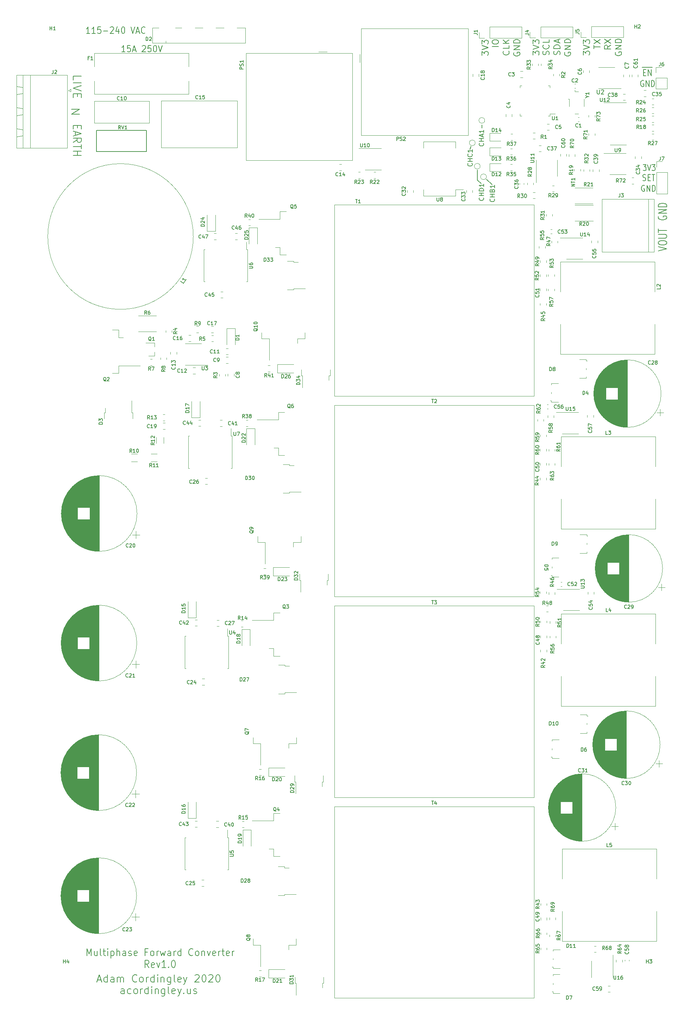
<source format=gto>
%TF.GenerationSoftware,KiCad,Pcbnew,(5.1.2)-2*%
%TF.CreationDate,2020-11-17T15:03:31-05:00*%
%TF.ProjectId,multiphase_converter,6d756c74-6970-4686-9173-655f636f6e76,rev?*%
%TF.SameCoordinates,Original*%
%TF.FileFunction,Legend,Top*%
%TF.FilePolarity,Positive*%
%FSLAX46Y46*%
G04 Gerber Fmt 4.6, Leading zero omitted, Abs format (unit mm)*
G04 Created by KiCad (PCBNEW (5.1.2)-2) date 2020-11-17 15:03:31*
%MOMM*%
%LPD*%
G04 APERTURE LIST*
%ADD10C,0.120000*%
%ADD11C,0.150000*%
%ADD12C,0.180000*%
%ADD13C,0.175000*%
%ADD14C,0.200000*%
%ADD15C,0.170000*%
G04 APERTURE END LIST*
D10*
X145594622Y-43300000D02*
G75*
G03X145594622Y-43300000I-694622J0D01*
G01*
X143294622Y-48700000D02*
G75*
G03X143294622Y-48700000I-694622J0D01*
G01*
D11*
X142050000Y-50250000D02*
X142300000Y-49550000D01*
D12*
X145242857Y-48761904D02*
X145295238Y-48814285D01*
X145347619Y-48971428D01*
X145347619Y-49076190D01*
X145295238Y-49233333D01*
X145190476Y-49338095D01*
X145085714Y-49390476D01*
X144876190Y-49442857D01*
X144719047Y-49442857D01*
X144509523Y-49390476D01*
X144404761Y-49338095D01*
X144300000Y-49233333D01*
X144247619Y-49076190D01*
X144247619Y-48971428D01*
X144300000Y-48814285D01*
X144352380Y-48761904D01*
X145347619Y-48290476D02*
X144247619Y-48290476D01*
X144771428Y-48290476D02*
X144771428Y-47661904D01*
X145347619Y-47661904D02*
X144247619Y-47661904D01*
X145033333Y-47190476D02*
X145033333Y-46666666D01*
X145347619Y-47295238D02*
X144247619Y-46928571D01*
X145347619Y-46561904D01*
X145347619Y-45619047D02*
X145347619Y-46247619D01*
X145347619Y-45933333D02*
X144247619Y-45933333D01*
X144404761Y-46038095D01*
X144509523Y-46142857D01*
X144561904Y-46247619D01*
X144928571Y-45147619D02*
X144928571Y-44309523D01*
D13*
X142492857Y-53609523D02*
X142545238Y-53661904D01*
X142597619Y-53819047D01*
X142597619Y-53923809D01*
X142545238Y-54080952D01*
X142440476Y-54185714D01*
X142335714Y-54238095D01*
X142126190Y-54290476D01*
X141969047Y-54290476D01*
X141759523Y-54238095D01*
X141654761Y-54185714D01*
X141550000Y-54080952D01*
X141497619Y-53923809D01*
X141497619Y-53819047D01*
X141550000Y-53661904D01*
X141602380Y-53609523D01*
X142597619Y-53138095D02*
X141497619Y-53138095D01*
X142021428Y-53138095D02*
X142021428Y-52509523D01*
X142597619Y-52509523D02*
X141497619Y-52509523D01*
X142492857Y-51357142D02*
X142545238Y-51409523D01*
X142597619Y-51566666D01*
X142597619Y-51671428D01*
X142545238Y-51828571D01*
X142440476Y-51933333D01*
X142335714Y-51985714D01*
X142126190Y-52038095D01*
X141969047Y-52038095D01*
X141759523Y-51985714D01*
X141654761Y-51933333D01*
X141550000Y-51828571D01*
X141497619Y-51671428D01*
X141497619Y-51566666D01*
X141550000Y-51409523D01*
X141602380Y-51357142D01*
X142597619Y-50309523D02*
X142597619Y-50938095D01*
X142597619Y-50623809D02*
X141497619Y-50623809D01*
X141654761Y-50728571D01*
X141759523Y-50833333D01*
X141811904Y-50938095D01*
D11*
X143850000Y-57600000D02*
X144750000Y-58500000D01*
X143850000Y-55200000D02*
X143850000Y-57600000D01*
D12*
X145242857Y-61859523D02*
X145295238Y-61911904D01*
X145347619Y-62069047D01*
X145347619Y-62173809D01*
X145295238Y-62330952D01*
X145190476Y-62435714D01*
X145085714Y-62488095D01*
X144876190Y-62540476D01*
X144719047Y-62540476D01*
X144509523Y-62488095D01*
X144404761Y-62435714D01*
X144300000Y-62330952D01*
X144247619Y-62173809D01*
X144247619Y-62069047D01*
X144300000Y-61911904D01*
X144352380Y-61859523D01*
X145347619Y-61388095D02*
X144247619Y-61388095D01*
X144771428Y-61388095D02*
X144771428Y-60759523D01*
X145347619Y-60759523D02*
X144247619Y-60759523D01*
X145347619Y-60235714D02*
X144247619Y-60235714D01*
X144247619Y-59973809D01*
X144300000Y-59816666D01*
X144404761Y-59711904D01*
X144509523Y-59659523D01*
X144719047Y-59607142D01*
X144876190Y-59607142D01*
X145085714Y-59659523D01*
X145190476Y-59711904D01*
X145295238Y-59816666D01*
X145347619Y-59973809D01*
X145347619Y-60235714D01*
X145347619Y-58559523D02*
X145347619Y-59188095D01*
X145347619Y-58873809D02*
X144247619Y-58873809D01*
X144404761Y-58978571D01*
X144509523Y-59083333D01*
X144561904Y-59188095D01*
D11*
X147350000Y-58750000D02*
X146050000Y-57450000D01*
D12*
X147842857Y-62159523D02*
X147895238Y-62211904D01*
X147947619Y-62369047D01*
X147947619Y-62473809D01*
X147895238Y-62630952D01*
X147790476Y-62735714D01*
X147685714Y-62788095D01*
X147476190Y-62840476D01*
X147319047Y-62840476D01*
X147109523Y-62788095D01*
X147004761Y-62735714D01*
X146900000Y-62630952D01*
X146847619Y-62473809D01*
X146847619Y-62369047D01*
X146900000Y-62211904D01*
X146952380Y-62159523D01*
X147947619Y-61688095D02*
X146847619Y-61688095D01*
X147371428Y-61688095D02*
X147371428Y-61059523D01*
X147947619Y-61059523D02*
X146847619Y-61059523D01*
X147371428Y-60169047D02*
X147423809Y-60011904D01*
X147476190Y-59959523D01*
X147580952Y-59907142D01*
X147738095Y-59907142D01*
X147842857Y-59959523D01*
X147895238Y-60011904D01*
X147947619Y-60116666D01*
X147947619Y-60535714D01*
X146847619Y-60535714D01*
X146847619Y-60169047D01*
X146900000Y-60064285D01*
X146952380Y-60011904D01*
X147057142Y-59959523D01*
X147161904Y-59959523D01*
X147266666Y-60011904D01*
X147319047Y-60064285D01*
X147371428Y-60169047D01*
X147371428Y-60535714D01*
X147947619Y-58859523D02*
X147947619Y-59488095D01*
X147947619Y-59173809D02*
X146847619Y-59173809D01*
X147004761Y-59278571D01*
X147109523Y-59383333D01*
X147161904Y-59488095D01*
D10*
X145994622Y-56850000D02*
G75*
G03X145994622Y-56850000I-694622J0D01*
G01*
X144494622Y-54315000D02*
G75*
G03X144494622Y-54315000I-694622J0D01*
G01*
D14*
X49899999Y-244029166D02*
X49899999Y-242279166D01*
X50433333Y-243529166D01*
X50966666Y-242279166D01*
X50966666Y-244029166D01*
X52414285Y-242862500D02*
X52414285Y-244029166D01*
X51728571Y-242862500D02*
X51728571Y-243779166D01*
X51804761Y-243945833D01*
X51957142Y-244029166D01*
X52185714Y-244029166D01*
X52338095Y-243945833D01*
X52414285Y-243862500D01*
X53404761Y-244029166D02*
X53252380Y-243945833D01*
X53176190Y-243779166D01*
X53176190Y-242279166D01*
X53785714Y-242862500D02*
X54395238Y-242862500D01*
X54014285Y-242279166D02*
X54014285Y-243779166D01*
X54090476Y-243945833D01*
X54242857Y-244029166D01*
X54395238Y-244029166D01*
X54928571Y-244029166D02*
X54928571Y-242862500D01*
X54928571Y-242279166D02*
X54852380Y-242362500D01*
X54928571Y-242445833D01*
X55004761Y-242362500D01*
X54928571Y-242279166D01*
X54928571Y-242445833D01*
X55690476Y-242862500D02*
X55690476Y-244612500D01*
X55690476Y-242945833D02*
X55842857Y-242862500D01*
X56147619Y-242862500D01*
X56299999Y-242945833D01*
X56376190Y-243029166D01*
X56452380Y-243195833D01*
X56452380Y-243695833D01*
X56376190Y-243862500D01*
X56299999Y-243945833D01*
X56147619Y-244029166D01*
X55842857Y-244029166D01*
X55690476Y-243945833D01*
X57138095Y-244029166D02*
X57138095Y-242279166D01*
X57823809Y-244029166D02*
X57823809Y-243112500D01*
X57747619Y-242945833D01*
X57595238Y-242862500D01*
X57366666Y-242862500D01*
X57214285Y-242945833D01*
X57138095Y-243029166D01*
X59271428Y-244029166D02*
X59271428Y-243112500D01*
X59195238Y-242945833D01*
X59042857Y-242862500D01*
X58738095Y-242862500D01*
X58585714Y-242945833D01*
X59271428Y-243945833D02*
X59119047Y-244029166D01*
X58738095Y-244029166D01*
X58585714Y-243945833D01*
X58509523Y-243779166D01*
X58509523Y-243612500D01*
X58585714Y-243445833D01*
X58738095Y-243362500D01*
X59119047Y-243362500D01*
X59271428Y-243279166D01*
X59957142Y-243945833D02*
X60109523Y-244029166D01*
X60414285Y-244029166D01*
X60566666Y-243945833D01*
X60642857Y-243779166D01*
X60642857Y-243695833D01*
X60566666Y-243529166D01*
X60414285Y-243445833D01*
X60185714Y-243445833D01*
X60033333Y-243362500D01*
X59957142Y-243195833D01*
X59957142Y-243112500D01*
X60033333Y-242945833D01*
X60185714Y-242862500D01*
X60414285Y-242862500D01*
X60566666Y-242945833D01*
X61938095Y-243945833D02*
X61785714Y-244029166D01*
X61480952Y-244029166D01*
X61328571Y-243945833D01*
X61252380Y-243779166D01*
X61252380Y-243112500D01*
X61328571Y-242945833D01*
X61480952Y-242862500D01*
X61785714Y-242862500D01*
X61938095Y-242945833D01*
X62014285Y-243112500D01*
X62014285Y-243279166D01*
X61252380Y-243445833D01*
X64452380Y-243112500D02*
X63919047Y-243112500D01*
X63919047Y-244029166D02*
X63919047Y-242279166D01*
X64680952Y-242279166D01*
X65519047Y-244029166D02*
X65366666Y-243945833D01*
X65290476Y-243862500D01*
X65214285Y-243695833D01*
X65214285Y-243195833D01*
X65290476Y-243029166D01*
X65366666Y-242945833D01*
X65519047Y-242862500D01*
X65747619Y-242862500D01*
X65899999Y-242945833D01*
X65976190Y-243029166D01*
X66052380Y-243195833D01*
X66052380Y-243695833D01*
X65976190Y-243862500D01*
X65899999Y-243945833D01*
X65747619Y-244029166D01*
X65519047Y-244029166D01*
X66738095Y-244029166D02*
X66738095Y-242862500D01*
X66738095Y-243195833D02*
X66814285Y-243029166D01*
X66890476Y-242945833D01*
X67042857Y-242862500D01*
X67195238Y-242862500D01*
X67576190Y-242862500D02*
X67880952Y-244029166D01*
X68185714Y-243195833D01*
X68490476Y-244029166D01*
X68795238Y-242862500D01*
X70090476Y-244029166D02*
X70090476Y-243112500D01*
X70014285Y-242945833D01*
X69861904Y-242862500D01*
X69557142Y-242862500D01*
X69404761Y-242945833D01*
X70090476Y-243945833D02*
X69938095Y-244029166D01*
X69557142Y-244029166D01*
X69404761Y-243945833D01*
X69328571Y-243779166D01*
X69328571Y-243612500D01*
X69404761Y-243445833D01*
X69557142Y-243362500D01*
X69938095Y-243362500D01*
X70090476Y-243279166D01*
X70852380Y-244029166D02*
X70852380Y-242862500D01*
X70852380Y-243195833D02*
X70928571Y-243029166D01*
X71004761Y-242945833D01*
X71157142Y-242862500D01*
X71309523Y-242862500D01*
X72528571Y-244029166D02*
X72528571Y-242279166D01*
X72528571Y-243945833D02*
X72376190Y-244029166D01*
X72071428Y-244029166D01*
X71919047Y-243945833D01*
X71842857Y-243862500D01*
X71766666Y-243695833D01*
X71766666Y-243195833D01*
X71842857Y-243029166D01*
X71919047Y-242945833D01*
X72071428Y-242862500D01*
X72376190Y-242862500D01*
X72528571Y-242945833D01*
X75423809Y-243862500D02*
X75347619Y-243945833D01*
X75119047Y-244029166D01*
X74966666Y-244029166D01*
X74738095Y-243945833D01*
X74585714Y-243779166D01*
X74509523Y-243612500D01*
X74433333Y-243279166D01*
X74433333Y-243029166D01*
X74509523Y-242695833D01*
X74585714Y-242529166D01*
X74738095Y-242362500D01*
X74966666Y-242279166D01*
X75119047Y-242279166D01*
X75347619Y-242362500D01*
X75423809Y-242445833D01*
X76338095Y-244029166D02*
X76185714Y-243945833D01*
X76109523Y-243862500D01*
X76033333Y-243695833D01*
X76033333Y-243195833D01*
X76109523Y-243029166D01*
X76185714Y-242945833D01*
X76338095Y-242862500D01*
X76566666Y-242862500D01*
X76719047Y-242945833D01*
X76795238Y-243029166D01*
X76871428Y-243195833D01*
X76871428Y-243695833D01*
X76795238Y-243862500D01*
X76719047Y-243945833D01*
X76566666Y-244029166D01*
X76338095Y-244029166D01*
X77557142Y-242862500D02*
X77557142Y-244029166D01*
X77557142Y-243029166D02*
X77633333Y-242945833D01*
X77785714Y-242862500D01*
X78014285Y-242862500D01*
X78166666Y-242945833D01*
X78242857Y-243112500D01*
X78242857Y-244029166D01*
X78852380Y-242862500D02*
X79233333Y-244029166D01*
X79614285Y-242862500D01*
X80833333Y-243945833D02*
X80680952Y-244029166D01*
X80376190Y-244029166D01*
X80223809Y-243945833D01*
X80147619Y-243779166D01*
X80147619Y-243112500D01*
X80223809Y-242945833D01*
X80376190Y-242862500D01*
X80680952Y-242862500D01*
X80833333Y-242945833D01*
X80909523Y-243112500D01*
X80909523Y-243279166D01*
X80147619Y-243445833D01*
X81595238Y-244029166D02*
X81595238Y-242862500D01*
X81595238Y-243195833D02*
X81671428Y-243029166D01*
X81747619Y-242945833D01*
X81900000Y-242862500D01*
X82052380Y-242862500D01*
X82357142Y-242862500D02*
X82966666Y-242862500D01*
X82585714Y-242279166D02*
X82585714Y-243779166D01*
X82661904Y-243945833D01*
X82814285Y-244029166D01*
X82966666Y-244029166D01*
X84109523Y-243945833D02*
X83957142Y-244029166D01*
X83652380Y-244029166D01*
X83500000Y-243945833D01*
X83423809Y-243779166D01*
X83423809Y-243112500D01*
X83500000Y-242945833D01*
X83652380Y-242862500D01*
X83957142Y-242862500D01*
X84109523Y-242945833D01*
X84185714Y-243112500D01*
X84185714Y-243279166D01*
X83423809Y-243445833D01*
X84871428Y-244029166D02*
X84871428Y-242862500D01*
X84871428Y-243195833D02*
X84947619Y-243029166D01*
X85023809Y-242945833D01*
X85176190Y-242862500D01*
X85328571Y-242862500D01*
X64795238Y-246854166D02*
X64261904Y-246020833D01*
X63880952Y-246854166D02*
X63880952Y-245104166D01*
X64490476Y-245104166D01*
X64642857Y-245187500D01*
X64719047Y-245270833D01*
X64795238Y-245437500D01*
X64795238Y-245687500D01*
X64719047Y-245854166D01*
X64642857Y-245937500D01*
X64490476Y-246020833D01*
X63880952Y-246020833D01*
X66090476Y-246770833D02*
X65938095Y-246854166D01*
X65633333Y-246854166D01*
X65480952Y-246770833D01*
X65404761Y-246604166D01*
X65404761Y-245937500D01*
X65480952Y-245770833D01*
X65633333Y-245687500D01*
X65938095Y-245687500D01*
X66090476Y-245770833D01*
X66166666Y-245937500D01*
X66166666Y-246104166D01*
X65404761Y-246270833D01*
X66700000Y-245687500D02*
X67080952Y-246854166D01*
X67461904Y-245687500D01*
X68909523Y-246854166D02*
X67995238Y-246854166D01*
X68452380Y-246854166D02*
X68452380Y-245104166D01*
X68300000Y-245354166D01*
X68147619Y-245520833D01*
X67995238Y-245604166D01*
X69595238Y-246687500D02*
X69671428Y-246770833D01*
X69595238Y-246854166D01*
X69519047Y-246770833D01*
X69595238Y-246687500D01*
X69595238Y-246854166D01*
X70661904Y-245104166D02*
X70814285Y-245104166D01*
X70966666Y-245187500D01*
X71042857Y-245270833D01*
X71119047Y-245437500D01*
X71195238Y-245770833D01*
X71195238Y-246187500D01*
X71119047Y-246520833D01*
X71042857Y-246687500D01*
X70966666Y-246770833D01*
X70814285Y-246854166D01*
X70661904Y-246854166D01*
X70509523Y-246770833D01*
X70433333Y-246687500D01*
X70357142Y-246520833D01*
X70280952Y-246187500D01*
X70280952Y-245770833D01*
X70357142Y-245437500D01*
X70433333Y-245270833D01*
X70509523Y-245187500D01*
X70661904Y-245104166D01*
X52491666Y-249829166D02*
X53324999Y-249829166D01*
X52324999Y-250329166D02*
X52908333Y-248579166D01*
X53491666Y-250329166D01*
X54824999Y-250329166D02*
X54824999Y-248579166D01*
X54824999Y-250245833D02*
X54658333Y-250329166D01*
X54324999Y-250329166D01*
X54158333Y-250245833D01*
X54074999Y-250162500D01*
X53991666Y-249995833D01*
X53991666Y-249495833D01*
X54074999Y-249329166D01*
X54158333Y-249245833D01*
X54324999Y-249162500D01*
X54658333Y-249162500D01*
X54824999Y-249245833D01*
X56408333Y-250329166D02*
X56408333Y-249412500D01*
X56324999Y-249245833D01*
X56158333Y-249162500D01*
X55824999Y-249162500D01*
X55658333Y-249245833D01*
X56408333Y-250245833D02*
X56241666Y-250329166D01*
X55824999Y-250329166D01*
X55658333Y-250245833D01*
X55574999Y-250079166D01*
X55574999Y-249912500D01*
X55658333Y-249745833D01*
X55824999Y-249662500D01*
X56241666Y-249662500D01*
X56408333Y-249579166D01*
X57241666Y-250329166D02*
X57241666Y-249162500D01*
X57241666Y-249329166D02*
X57324999Y-249245833D01*
X57491666Y-249162500D01*
X57741666Y-249162500D01*
X57908333Y-249245833D01*
X57991666Y-249412500D01*
X57991666Y-250329166D01*
X57991666Y-249412500D02*
X58074999Y-249245833D01*
X58241666Y-249162500D01*
X58491666Y-249162500D01*
X58658333Y-249245833D01*
X58741666Y-249412500D01*
X58741666Y-250329166D01*
X61908333Y-250162500D02*
X61824999Y-250245833D01*
X61574999Y-250329166D01*
X61408333Y-250329166D01*
X61158333Y-250245833D01*
X60991666Y-250079166D01*
X60908333Y-249912500D01*
X60824999Y-249579166D01*
X60824999Y-249329166D01*
X60908333Y-248995833D01*
X60991666Y-248829166D01*
X61158333Y-248662500D01*
X61408333Y-248579166D01*
X61574999Y-248579166D01*
X61824999Y-248662500D01*
X61908333Y-248745833D01*
X62908333Y-250329166D02*
X62741666Y-250245833D01*
X62658333Y-250162500D01*
X62574999Y-249995833D01*
X62574999Y-249495833D01*
X62658333Y-249329166D01*
X62741666Y-249245833D01*
X62908333Y-249162500D01*
X63158333Y-249162500D01*
X63324999Y-249245833D01*
X63408333Y-249329166D01*
X63491666Y-249495833D01*
X63491666Y-249995833D01*
X63408333Y-250162500D01*
X63324999Y-250245833D01*
X63158333Y-250329166D01*
X62908333Y-250329166D01*
X64241666Y-250329166D02*
X64241666Y-249162500D01*
X64241666Y-249495833D02*
X64324999Y-249329166D01*
X64408333Y-249245833D01*
X64574999Y-249162500D01*
X64741666Y-249162500D01*
X66074999Y-250329166D02*
X66074999Y-248579166D01*
X66074999Y-250245833D02*
X65908333Y-250329166D01*
X65574999Y-250329166D01*
X65408333Y-250245833D01*
X65324999Y-250162500D01*
X65241666Y-249995833D01*
X65241666Y-249495833D01*
X65324999Y-249329166D01*
X65408333Y-249245833D01*
X65574999Y-249162500D01*
X65908333Y-249162500D01*
X66074999Y-249245833D01*
X66908333Y-250329166D02*
X66908333Y-249162500D01*
X66908333Y-248579166D02*
X66825000Y-248662500D01*
X66908333Y-248745833D01*
X66991666Y-248662500D01*
X66908333Y-248579166D01*
X66908333Y-248745833D01*
X67741666Y-249162500D02*
X67741666Y-250329166D01*
X67741666Y-249329166D02*
X67825000Y-249245833D01*
X67991666Y-249162500D01*
X68241666Y-249162500D01*
X68408333Y-249245833D01*
X68491666Y-249412500D01*
X68491666Y-250329166D01*
X70075000Y-249162500D02*
X70075000Y-250579166D01*
X69991666Y-250745833D01*
X69908333Y-250829166D01*
X69741666Y-250912500D01*
X69491666Y-250912500D01*
X69325000Y-250829166D01*
X70075000Y-250245833D02*
X69908333Y-250329166D01*
X69575000Y-250329166D01*
X69408333Y-250245833D01*
X69325000Y-250162500D01*
X69241666Y-249995833D01*
X69241666Y-249495833D01*
X69325000Y-249329166D01*
X69408333Y-249245833D01*
X69575000Y-249162500D01*
X69908333Y-249162500D01*
X70075000Y-249245833D01*
X71158333Y-250329166D02*
X70991666Y-250245833D01*
X70908333Y-250079166D01*
X70908333Y-248579166D01*
X72491666Y-250245833D02*
X72325000Y-250329166D01*
X71991666Y-250329166D01*
X71825000Y-250245833D01*
X71741666Y-250079166D01*
X71741666Y-249412500D01*
X71825000Y-249245833D01*
X71991666Y-249162500D01*
X72325000Y-249162500D01*
X72491666Y-249245833D01*
X72575000Y-249412500D01*
X72575000Y-249579166D01*
X71741666Y-249745833D01*
X73158333Y-249162500D02*
X73575000Y-250329166D01*
X73991666Y-249162500D02*
X73575000Y-250329166D01*
X73408333Y-250745833D01*
X73325000Y-250829166D01*
X73158333Y-250912500D01*
X75908333Y-248745833D02*
X75991666Y-248662500D01*
X76158333Y-248579166D01*
X76575000Y-248579166D01*
X76741666Y-248662500D01*
X76825000Y-248745833D01*
X76908333Y-248912500D01*
X76908333Y-249079166D01*
X76825000Y-249329166D01*
X75825000Y-250329166D01*
X76908333Y-250329166D01*
X77991666Y-248579166D02*
X78158333Y-248579166D01*
X78325000Y-248662500D01*
X78408333Y-248745833D01*
X78491666Y-248912500D01*
X78575000Y-249245833D01*
X78575000Y-249662500D01*
X78491666Y-249995833D01*
X78408333Y-250162500D01*
X78325000Y-250245833D01*
X78158333Y-250329166D01*
X77991666Y-250329166D01*
X77825000Y-250245833D01*
X77741666Y-250162500D01*
X77658333Y-249995833D01*
X77575000Y-249662500D01*
X77575000Y-249245833D01*
X77658333Y-248912500D01*
X77741666Y-248745833D01*
X77825000Y-248662500D01*
X77991666Y-248579166D01*
X79241666Y-248745833D02*
X79325000Y-248662500D01*
X79491666Y-248579166D01*
X79908333Y-248579166D01*
X80075000Y-248662500D01*
X80158333Y-248745833D01*
X80241666Y-248912500D01*
X80241666Y-249079166D01*
X80158333Y-249329166D01*
X79158333Y-250329166D01*
X80241666Y-250329166D01*
X81325000Y-248579166D02*
X81491666Y-248579166D01*
X81658333Y-248662500D01*
X81741666Y-248745833D01*
X81825000Y-248912500D01*
X81908333Y-249245833D01*
X81908333Y-249662500D01*
X81825000Y-249995833D01*
X81741666Y-250162500D01*
X81658333Y-250245833D01*
X81491666Y-250329166D01*
X81325000Y-250329166D01*
X81158333Y-250245833D01*
X81075000Y-250162500D01*
X80991666Y-249995833D01*
X80908333Y-249662500D01*
X80908333Y-249245833D01*
X80991666Y-248912500D01*
X81075000Y-248745833D01*
X81158333Y-248662500D01*
X81325000Y-248579166D01*
X58908333Y-253154166D02*
X58908333Y-252237500D01*
X58825000Y-252070833D01*
X58658333Y-251987500D01*
X58325000Y-251987500D01*
X58158333Y-252070833D01*
X58908333Y-253070833D02*
X58741666Y-253154166D01*
X58325000Y-253154166D01*
X58158333Y-253070833D01*
X58075000Y-252904166D01*
X58075000Y-252737500D01*
X58158333Y-252570833D01*
X58325000Y-252487500D01*
X58741666Y-252487500D01*
X58908333Y-252404166D01*
X60491666Y-253070833D02*
X60325000Y-253154166D01*
X59991666Y-253154166D01*
X59825000Y-253070833D01*
X59741666Y-252987500D01*
X59658333Y-252820833D01*
X59658333Y-252320833D01*
X59741666Y-252154166D01*
X59825000Y-252070833D01*
X59991666Y-251987500D01*
X60325000Y-251987500D01*
X60491666Y-252070833D01*
X61491666Y-253154166D02*
X61325000Y-253070833D01*
X61241666Y-252987500D01*
X61158333Y-252820833D01*
X61158333Y-252320833D01*
X61241666Y-252154166D01*
X61325000Y-252070833D01*
X61491666Y-251987500D01*
X61741666Y-251987500D01*
X61908333Y-252070833D01*
X61991666Y-252154166D01*
X62075000Y-252320833D01*
X62075000Y-252820833D01*
X61991666Y-252987500D01*
X61908333Y-253070833D01*
X61741666Y-253154166D01*
X61491666Y-253154166D01*
X62825000Y-253154166D02*
X62825000Y-251987500D01*
X62825000Y-252320833D02*
X62908333Y-252154166D01*
X62991666Y-252070833D01*
X63158333Y-251987500D01*
X63325000Y-251987500D01*
X64658333Y-253154166D02*
X64658333Y-251404166D01*
X64658333Y-253070833D02*
X64491666Y-253154166D01*
X64158333Y-253154166D01*
X63991666Y-253070833D01*
X63908333Y-252987500D01*
X63825000Y-252820833D01*
X63825000Y-252320833D01*
X63908333Y-252154166D01*
X63991666Y-252070833D01*
X64158333Y-251987500D01*
X64491666Y-251987500D01*
X64658333Y-252070833D01*
X65491666Y-253154166D02*
X65491666Y-251987500D01*
X65491666Y-251404166D02*
X65408333Y-251487500D01*
X65491666Y-251570833D01*
X65575000Y-251487500D01*
X65491666Y-251404166D01*
X65491666Y-251570833D01*
X66325000Y-251987500D02*
X66325000Y-253154166D01*
X66325000Y-252154166D02*
X66408333Y-252070833D01*
X66575000Y-251987500D01*
X66825000Y-251987500D01*
X66991666Y-252070833D01*
X67075000Y-252237500D01*
X67075000Y-253154166D01*
X68658333Y-251987500D02*
X68658333Y-253404166D01*
X68575000Y-253570833D01*
X68491666Y-253654166D01*
X68325000Y-253737500D01*
X68075000Y-253737500D01*
X67908333Y-253654166D01*
X68658333Y-253070833D02*
X68491666Y-253154166D01*
X68158333Y-253154166D01*
X67991666Y-253070833D01*
X67908333Y-252987500D01*
X67825000Y-252820833D01*
X67825000Y-252320833D01*
X67908333Y-252154166D01*
X67991666Y-252070833D01*
X68158333Y-251987500D01*
X68491666Y-251987500D01*
X68658333Y-252070833D01*
X69741666Y-253154166D02*
X69575000Y-253070833D01*
X69491666Y-252904166D01*
X69491666Y-251404166D01*
X71075000Y-253070833D02*
X70908333Y-253154166D01*
X70575000Y-253154166D01*
X70408333Y-253070833D01*
X70325000Y-252904166D01*
X70325000Y-252237500D01*
X70408333Y-252070833D01*
X70575000Y-251987500D01*
X70908333Y-251987500D01*
X71075000Y-252070833D01*
X71158333Y-252237500D01*
X71158333Y-252404166D01*
X70325000Y-252570833D01*
X71741666Y-251987500D02*
X72158333Y-253154166D01*
X72575000Y-251987500D02*
X72158333Y-253154166D01*
X71991666Y-253570833D01*
X71908333Y-253654166D01*
X71741666Y-253737500D01*
X73241666Y-252987500D02*
X73325000Y-253070833D01*
X73241666Y-253154166D01*
X73158333Y-253070833D01*
X73241666Y-252987500D01*
X73241666Y-253154166D01*
X74825000Y-251987500D02*
X74825000Y-253154166D01*
X74075000Y-251987500D02*
X74075000Y-252904166D01*
X74158333Y-253070833D01*
X74325000Y-253154166D01*
X74575000Y-253154166D01*
X74741666Y-253070833D01*
X74825000Y-252987500D01*
X75575000Y-253070833D02*
X75741666Y-253154166D01*
X76075000Y-253154166D01*
X76241666Y-253070833D01*
X76325000Y-252904166D01*
X76325000Y-252820833D01*
X76241666Y-252654166D01*
X76075000Y-252570833D01*
X75825000Y-252570833D01*
X75658333Y-252487500D01*
X75575000Y-252320833D01*
X75575000Y-252237500D01*
X75658333Y-252070833D01*
X75825000Y-251987500D01*
X76075000Y-251987500D01*
X76241666Y-252070833D01*
X59100000Y-26828571D02*
X58300000Y-26828571D01*
X58700000Y-26828571D02*
X58700000Y-25328571D01*
X58566666Y-25542857D01*
X58433333Y-25685714D01*
X58300000Y-25757142D01*
X60366666Y-25328571D02*
X59700000Y-25328571D01*
X59633333Y-26042857D01*
X59700000Y-25971428D01*
X59833333Y-25900000D01*
X60166666Y-25900000D01*
X60300000Y-25971428D01*
X60366666Y-26042857D01*
X60433333Y-26185714D01*
X60433333Y-26542857D01*
X60366666Y-26685714D01*
X60300000Y-26757142D01*
X60166666Y-26828571D01*
X59833333Y-26828571D01*
X59700000Y-26757142D01*
X59633333Y-26685714D01*
X60966666Y-26400000D02*
X61633333Y-26400000D01*
X60833333Y-26828571D02*
X61300000Y-25328571D01*
X61766666Y-26828571D01*
X63233333Y-25471428D02*
X63300000Y-25400000D01*
X63433333Y-25328571D01*
X63766666Y-25328571D01*
X63900000Y-25400000D01*
X63966666Y-25471428D01*
X64033333Y-25614285D01*
X64033333Y-25757142D01*
X63966666Y-25971428D01*
X63166666Y-26828571D01*
X64033333Y-26828571D01*
X65300000Y-25328571D02*
X64633333Y-25328571D01*
X64566666Y-26042857D01*
X64633333Y-25971428D01*
X64766666Y-25900000D01*
X65100000Y-25900000D01*
X65233333Y-25971428D01*
X65300000Y-26042857D01*
X65366666Y-26185714D01*
X65366666Y-26542857D01*
X65300000Y-26685714D01*
X65233333Y-26757142D01*
X65100000Y-26828571D01*
X64766666Y-26828571D01*
X64633333Y-26757142D01*
X64566666Y-26685714D01*
X66233333Y-25328571D02*
X66366666Y-25328571D01*
X66500000Y-25400000D01*
X66566666Y-25471428D01*
X66633333Y-25614285D01*
X66700000Y-25900000D01*
X66700000Y-26257142D01*
X66633333Y-26542857D01*
X66566666Y-26685714D01*
X66500000Y-26757142D01*
X66366666Y-26828571D01*
X66233333Y-26828571D01*
X66100000Y-26757142D01*
X66033333Y-26685714D01*
X65966666Y-26542857D01*
X65900000Y-26257142D01*
X65900000Y-25900000D01*
X65966666Y-25614285D01*
X66033333Y-25471428D01*
X66100000Y-25400000D01*
X66233333Y-25328571D01*
X67100000Y-25328571D02*
X67566666Y-26828571D01*
X68033333Y-25328571D01*
X50616666Y-22423809D02*
X49816666Y-22423809D01*
X50216666Y-22423809D02*
X50216666Y-20823809D01*
X50083333Y-21052380D01*
X49950000Y-21204761D01*
X49816666Y-21280952D01*
X51950000Y-22423809D02*
X51150000Y-22423809D01*
X51550000Y-22423809D02*
X51550000Y-20823809D01*
X51416666Y-21052380D01*
X51283333Y-21204761D01*
X51150000Y-21280952D01*
X53216666Y-20823809D02*
X52550000Y-20823809D01*
X52483333Y-21585714D01*
X52550000Y-21509523D01*
X52683333Y-21433333D01*
X53016666Y-21433333D01*
X53150000Y-21509523D01*
X53216666Y-21585714D01*
X53283333Y-21738095D01*
X53283333Y-22119047D01*
X53216666Y-22271428D01*
X53150000Y-22347619D01*
X53016666Y-22423809D01*
X52683333Y-22423809D01*
X52550000Y-22347619D01*
X52483333Y-22271428D01*
X53883333Y-21814285D02*
X54950000Y-21814285D01*
X55550000Y-20976190D02*
X55616666Y-20900000D01*
X55750000Y-20823809D01*
X56083333Y-20823809D01*
X56216666Y-20900000D01*
X56283333Y-20976190D01*
X56350000Y-21128571D01*
X56350000Y-21280952D01*
X56283333Y-21509523D01*
X55483333Y-22423809D01*
X56350000Y-22423809D01*
X57550000Y-21357142D02*
X57550000Y-22423809D01*
X57216666Y-20747619D02*
X56883333Y-21890476D01*
X57750000Y-21890476D01*
X58550000Y-20823809D02*
X58683333Y-20823809D01*
X58816666Y-20900000D01*
X58883333Y-20976190D01*
X58950000Y-21128571D01*
X59016666Y-21433333D01*
X59016666Y-21814285D01*
X58950000Y-22119047D01*
X58883333Y-22271428D01*
X58816666Y-22347619D01*
X58683333Y-22423809D01*
X58550000Y-22423809D01*
X58416666Y-22347619D01*
X58350000Y-22271428D01*
X58283333Y-22119047D01*
X58216666Y-21814285D01*
X58216666Y-21433333D01*
X58283333Y-21128571D01*
X58350000Y-20976190D01*
X58416666Y-20900000D01*
X58550000Y-20823809D01*
X60483333Y-20823809D02*
X60950000Y-22423809D01*
X61416666Y-20823809D01*
X61816666Y-21966666D02*
X62483333Y-21966666D01*
X61683333Y-22423809D02*
X62150000Y-20823809D01*
X62616666Y-22423809D01*
X63883333Y-22271428D02*
X63816666Y-22347619D01*
X63616666Y-22423809D01*
X63483333Y-22423809D01*
X63283333Y-22347619D01*
X63150000Y-22195238D01*
X63083333Y-22042857D01*
X63016666Y-21738095D01*
X63016666Y-21509523D01*
X63083333Y-21204761D01*
X63150000Y-21052380D01*
X63283333Y-20900000D01*
X63483333Y-20823809D01*
X63616666Y-20823809D01*
X63816666Y-20900000D01*
X63883333Y-20976190D01*
D12*
X183479761Y-30586000D02*
X184610714Y-30586000D01*
X183777380Y-31792857D02*
X184194047Y-31792857D01*
X184372619Y-32578571D02*
X183777380Y-32578571D01*
X183777380Y-31078571D01*
X184372619Y-31078571D01*
X184610714Y-30586000D02*
X185920238Y-30586000D01*
X184908333Y-32578571D02*
X184908333Y-31078571D01*
X185622619Y-32578571D01*
X185622619Y-31078571D01*
X183797619Y-33750000D02*
X183678571Y-33678571D01*
X183500000Y-33678571D01*
X183321428Y-33750000D01*
X183202380Y-33892857D01*
X183142857Y-34035714D01*
X183083333Y-34321428D01*
X183083333Y-34535714D01*
X183142857Y-34821428D01*
X183202380Y-34964285D01*
X183321428Y-35107142D01*
X183500000Y-35178571D01*
X183619047Y-35178571D01*
X183797619Y-35107142D01*
X183857142Y-35035714D01*
X183857142Y-34535714D01*
X183619047Y-34535714D01*
X184392857Y-35178571D02*
X184392857Y-33678571D01*
X185107142Y-35178571D01*
X185107142Y-33678571D01*
X185702380Y-35178571D02*
X185702380Y-33678571D01*
X186000000Y-33678571D01*
X186178571Y-33750000D01*
X186297619Y-33892857D01*
X186357142Y-34035714D01*
X186416666Y-34321428D01*
X186416666Y-34535714D01*
X186357142Y-34821428D01*
X186297619Y-34964285D01*
X186178571Y-35107142D01*
X186000000Y-35178571D01*
X185702380Y-35178571D01*
X183601190Y-57707142D02*
X183779761Y-57778571D01*
X184077380Y-57778571D01*
X184196428Y-57707142D01*
X184255952Y-57635714D01*
X184315476Y-57492857D01*
X184315476Y-57350000D01*
X184255952Y-57207142D01*
X184196428Y-57135714D01*
X184077380Y-57064285D01*
X183839285Y-56992857D01*
X183720238Y-56921428D01*
X183660714Y-56850000D01*
X183601190Y-56707142D01*
X183601190Y-56564285D01*
X183660714Y-56421428D01*
X183720238Y-56350000D01*
X183839285Y-56278571D01*
X184136904Y-56278571D01*
X184315476Y-56350000D01*
X184851190Y-56992857D02*
X185267857Y-56992857D01*
X185446428Y-57778571D02*
X184851190Y-57778571D01*
X184851190Y-56278571D01*
X185446428Y-56278571D01*
X185803571Y-56278571D02*
X186517857Y-56278571D01*
X186160714Y-57778571D02*
X186160714Y-56278571D01*
X183997619Y-58950000D02*
X183878571Y-58878571D01*
X183700000Y-58878571D01*
X183521428Y-58950000D01*
X183402380Y-59092857D01*
X183342857Y-59235714D01*
X183283333Y-59521428D01*
X183283333Y-59735714D01*
X183342857Y-60021428D01*
X183402380Y-60164285D01*
X183521428Y-60307142D01*
X183700000Y-60378571D01*
X183819047Y-60378571D01*
X183997619Y-60307142D01*
X184057142Y-60235714D01*
X184057142Y-59735714D01*
X183819047Y-59735714D01*
X184592857Y-60378571D02*
X184592857Y-58878571D01*
X185307142Y-60378571D01*
X185307142Y-58878571D01*
X185902380Y-60378571D02*
X185902380Y-58878571D01*
X186200000Y-58878571D01*
X186378571Y-58950000D01*
X186497619Y-59092857D01*
X186557142Y-59235714D01*
X186616666Y-59521428D01*
X186616666Y-59735714D01*
X186557142Y-60021428D01*
X186497619Y-60164285D01*
X186378571Y-60307142D01*
X186200000Y-60378571D01*
X185902380Y-60378571D01*
X183664285Y-53878571D02*
X184407142Y-53878571D01*
X184007142Y-54450000D01*
X184178571Y-54450000D01*
X184292857Y-54521428D01*
X184350000Y-54592857D01*
X184407142Y-54735714D01*
X184407142Y-55092857D01*
X184350000Y-55235714D01*
X184292857Y-55307142D01*
X184178571Y-55378571D01*
X183835714Y-55378571D01*
X183721428Y-55307142D01*
X183664285Y-55235714D01*
X184750000Y-53878571D02*
X185150000Y-55378571D01*
X185550000Y-53878571D01*
X185835714Y-53878571D02*
X186578571Y-53878571D01*
X186178571Y-54450000D01*
X186350000Y-54450000D01*
X186464285Y-54521428D01*
X186521428Y-54592857D01*
X186578571Y-54735714D01*
X186578571Y-55092857D01*
X186521428Y-55235714D01*
X186464285Y-55307142D01*
X186350000Y-55378571D01*
X186007142Y-55378571D01*
X185892857Y-55307142D01*
X185835714Y-55235714D01*
D14*
X187450000Y-66342857D02*
X187354761Y-66485714D01*
X187354761Y-66700000D01*
X187450000Y-66914285D01*
X187640476Y-67057142D01*
X187830952Y-67128571D01*
X188211904Y-67200000D01*
X188497619Y-67200000D01*
X188878571Y-67128571D01*
X189069047Y-67057142D01*
X189259523Y-66914285D01*
X189354761Y-66700000D01*
X189354761Y-66557142D01*
X189259523Y-66342857D01*
X189164285Y-66271428D01*
X188497619Y-66271428D01*
X188497619Y-66557142D01*
X189354761Y-65628571D02*
X187354761Y-65628571D01*
X189354761Y-64771428D01*
X187354761Y-64771428D01*
X189354761Y-64057142D02*
X187354761Y-64057142D01*
X187354761Y-63700000D01*
X187450000Y-63485714D01*
X187640476Y-63342857D01*
X187830952Y-63271428D01*
X188211904Y-63200000D01*
X188497619Y-63200000D01*
X188878571Y-63271428D01*
X189069047Y-63342857D01*
X189259523Y-63485714D01*
X189354761Y-63700000D01*
X189354761Y-64057142D01*
X187354761Y-74642857D02*
X189354761Y-74142857D01*
X187354761Y-73642857D01*
X187354761Y-72857142D02*
X187354761Y-72571428D01*
X187450000Y-72428571D01*
X187640476Y-72285714D01*
X188021428Y-72214285D01*
X188688095Y-72214285D01*
X189069047Y-72285714D01*
X189259523Y-72428571D01*
X189354761Y-72571428D01*
X189354761Y-72857142D01*
X189259523Y-73000000D01*
X189069047Y-73142857D01*
X188688095Y-73214285D01*
X188021428Y-73214285D01*
X187640476Y-73142857D01*
X187450000Y-73000000D01*
X187354761Y-72857142D01*
X187354761Y-71571428D02*
X188973809Y-71571428D01*
X189164285Y-71500000D01*
X189259523Y-71428571D01*
X189354761Y-71285714D01*
X189354761Y-71000000D01*
X189259523Y-70857142D01*
X189164285Y-70785714D01*
X188973809Y-70714285D01*
X187354761Y-70714285D01*
X187354761Y-70214285D02*
X187354761Y-69357142D01*
X189354761Y-69785714D02*
X187354761Y-69785714D01*
D12*
X177050000Y-26892857D02*
X176978571Y-27035714D01*
X176978571Y-27250000D01*
X177050000Y-27464285D01*
X177192857Y-27607142D01*
X177335714Y-27678571D01*
X177621428Y-27750000D01*
X177835714Y-27750000D01*
X178121428Y-27678571D01*
X178264285Y-27607142D01*
X178407142Y-27464285D01*
X178478571Y-27250000D01*
X178478571Y-27107142D01*
X178407142Y-26892857D01*
X178335714Y-26821428D01*
X177835714Y-26821428D01*
X177835714Y-27107142D01*
X178478571Y-26178571D02*
X176978571Y-26178571D01*
X178478571Y-25321428D01*
X176978571Y-25321428D01*
X178478571Y-24607142D02*
X176978571Y-24607142D01*
X176978571Y-24250000D01*
X177050000Y-24035714D01*
X177192857Y-23892857D01*
X177335714Y-23821428D01*
X177621428Y-23750000D01*
X177835714Y-23750000D01*
X178121428Y-23821428D01*
X178264285Y-23892857D01*
X178407142Y-24035714D01*
X178478571Y-24250000D01*
X178478571Y-24607142D01*
X169328571Y-27557142D02*
X169328571Y-26628571D01*
X169900000Y-27128571D01*
X169900000Y-26914285D01*
X169971428Y-26771428D01*
X170042857Y-26700000D01*
X170185714Y-26628571D01*
X170542857Y-26628571D01*
X170685714Y-26700000D01*
X170757142Y-26771428D01*
X170828571Y-26914285D01*
X170828571Y-27342857D01*
X170757142Y-27485714D01*
X170685714Y-27557142D01*
X169328571Y-26200000D02*
X170828571Y-25700000D01*
X169328571Y-25200000D01*
X169328571Y-24842857D02*
X169328571Y-23914285D01*
X169900000Y-24414285D01*
X169900000Y-24200000D01*
X169971428Y-24057142D01*
X170042857Y-23985714D01*
X170185714Y-23914285D01*
X170542857Y-23914285D01*
X170685714Y-23985714D01*
X170757142Y-24057142D01*
X170828571Y-24200000D01*
X170828571Y-24628571D01*
X170757142Y-24771428D01*
X170685714Y-24842857D01*
X171828571Y-26092857D02*
X171828571Y-25235714D01*
X173328571Y-25664285D02*
X171828571Y-25664285D01*
X171828571Y-24878571D02*
X173328571Y-23878571D01*
X171828571Y-23878571D02*
X173328571Y-24878571D01*
X175878571Y-25250000D02*
X175164285Y-25750000D01*
X175878571Y-26107142D02*
X174378571Y-26107142D01*
X174378571Y-25535714D01*
X174450000Y-25392857D01*
X174521428Y-25321428D01*
X174664285Y-25250000D01*
X174878571Y-25250000D01*
X175021428Y-25321428D01*
X175092857Y-25392857D01*
X175164285Y-25535714D01*
X175164285Y-26107142D01*
X174378571Y-24750000D02*
X175878571Y-23750000D01*
X174378571Y-23750000D02*
X175878571Y-24750000D01*
X164850000Y-26942857D02*
X164778571Y-27085714D01*
X164778571Y-27300000D01*
X164850000Y-27514285D01*
X164992857Y-27657142D01*
X165135714Y-27728571D01*
X165421428Y-27800000D01*
X165635714Y-27800000D01*
X165921428Y-27728571D01*
X166064285Y-27657142D01*
X166207142Y-27514285D01*
X166278571Y-27300000D01*
X166278571Y-27157142D01*
X166207142Y-26942857D01*
X166135714Y-26871428D01*
X165635714Y-26871428D01*
X165635714Y-27157142D01*
X166278571Y-26228571D02*
X164778571Y-26228571D01*
X166278571Y-25371428D01*
X164778571Y-25371428D01*
X166278571Y-24657142D02*
X164778571Y-24657142D01*
X164778571Y-24300000D01*
X164850000Y-24085714D01*
X164992857Y-23942857D01*
X165135714Y-23871428D01*
X165421428Y-23800000D01*
X165635714Y-23800000D01*
X165921428Y-23871428D01*
X166064285Y-23942857D01*
X166207142Y-24085714D01*
X166278571Y-24300000D01*
X166278571Y-24657142D01*
X157178571Y-27607142D02*
X157178571Y-26678571D01*
X157750000Y-27178571D01*
X157750000Y-26964285D01*
X157821428Y-26821428D01*
X157892857Y-26750000D01*
X158035714Y-26678571D01*
X158392857Y-26678571D01*
X158535714Y-26750000D01*
X158607142Y-26821428D01*
X158678571Y-26964285D01*
X158678571Y-27392857D01*
X158607142Y-27535714D01*
X158535714Y-27607142D01*
X157178571Y-26250000D02*
X158678571Y-25750000D01*
X157178571Y-25250000D01*
X157178571Y-24892857D02*
X157178571Y-23964285D01*
X157750000Y-24464285D01*
X157750000Y-24250000D01*
X157821428Y-24107142D01*
X157892857Y-24035714D01*
X158035714Y-23964285D01*
X158392857Y-23964285D01*
X158535714Y-24035714D01*
X158607142Y-24107142D01*
X158678571Y-24250000D01*
X158678571Y-24678571D01*
X158607142Y-24821428D01*
X158535714Y-24892857D01*
X161007142Y-27535714D02*
X161078571Y-27321428D01*
X161078571Y-26964285D01*
X161007142Y-26821428D01*
X160935714Y-26750000D01*
X160792857Y-26678571D01*
X160650000Y-26678571D01*
X160507142Y-26750000D01*
X160435714Y-26821428D01*
X160364285Y-26964285D01*
X160292857Y-27250000D01*
X160221428Y-27392857D01*
X160150000Y-27464285D01*
X160007142Y-27535714D01*
X159864285Y-27535714D01*
X159721428Y-27464285D01*
X159650000Y-27392857D01*
X159578571Y-27250000D01*
X159578571Y-26892857D01*
X159650000Y-26678571D01*
X160935714Y-25178571D02*
X161007142Y-25250000D01*
X161078571Y-25464285D01*
X161078571Y-25607142D01*
X161007142Y-25821428D01*
X160864285Y-25964285D01*
X160721428Y-26035714D01*
X160435714Y-26107142D01*
X160221428Y-26107142D01*
X159935714Y-26035714D01*
X159792857Y-25964285D01*
X159650000Y-25821428D01*
X159578571Y-25607142D01*
X159578571Y-25464285D01*
X159650000Y-25250000D01*
X159721428Y-25178571D01*
X161078571Y-23821428D02*
X161078571Y-24535714D01*
X159578571Y-24535714D01*
X163657142Y-27521428D02*
X163728571Y-27307142D01*
X163728571Y-26950000D01*
X163657142Y-26807142D01*
X163585714Y-26735714D01*
X163442857Y-26664285D01*
X163300000Y-26664285D01*
X163157142Y-26735714D01*
X163085714Y-26807142D01*
X163014285Y-26950000D01*
X162942857Y-27235714D01*
X162871428Y-27378571D01*
X162800000Y-27450000D01*
X162657142Y-27521428D01*
X162514285Y-27521428D01*
X162371428Y-27450000D01*
X162300000Y-27378571D01*
X162228571Y-27235714D01*
X162228571Y-26878571D01*
X162300000Y-26664285D01*
X163728571Y-26021428D02*
X162228571Y-26021428D01*
X162228571Y-25664285D01*
X162300000Y-25450000D01*
X162442857Y-25307142D01*
X162585714Y-25235714D01*
X162871428Y-25164285D01*
X163085714Y-25164285D01*
X163371428Y-25235714D01*
X163514285Y-25307142D01*
X163657142Y-25450000D01*
X163728571Y-25664285D01*
X163728571Y-26021428D01*
X163300000Y-24592857D02*
X163300000Y-23878571D01*
X163728571Y-24735714D02*
X162228571Y-24235714D01*
X163728571Y-23735714D01*
X152600000Y-26992857D02*
X152528571Y-27135714D01*
X152528571Y-27350000D01*
X152600000Y-27564285D01*
X152742857Y-27707142D01*
X152885714Y-27778571D01*
X153171428Y-27850000D01*
X153385714Y-27850000D01*
X153671428Y-27778571D01*
X153814285Y-27707142D01*
X153957142Y-27564285D01*
X154028571Y-27350000D01*
X154028571Y-27207142D01*
X153957142Y-26992857D01*
X153885714Y-26921428D01*
X153385714Y-26921428D01*
X153385714Y-27207142D01*
X154028571Y-26278571D02*
X152528571Y-26278571D01*
X154028571Y-25421428D01*
X152528571Y-25421428D01*
X154028571Y-24707142D02*
X152528571Y-24707142D01*
X152528571Y-24350000D01*
X152600000Y-24135714D01*
X152742857Y-23992857D01*
X152885714Y-23921428D01*
X153171428Y-23850000D01*
X153385714Y-23850000D01*
X153671428Y-23921428D01*
X153814285Y-23992857D01*
X153957142Y-24135714D01*
X154028571Y-24350000D01*
X154028571Y-24707142D01*
X151335714Y-26642857D02*
X151407142Y-26714285D01*
X151478571Y-26928571D01*
X151478571Y-27071428D01*
X151407142Y-27285714D01*
X151264285Y-27428571D01*
X151121428Y-27500000D01*
X150835714Y-27571428D01*
X150621428Y-27571428D01*
X150335714Y-27500000D01*
X150192857Y-27428571D01*
X150050000Y-27285714D01*
X149978571Y-27071428D01*
X149978571Y-26928571D01*
X150050000Y-26714285D01*
X150121428Y-26642857D01*
X151478571Y-25285714D02*
X151478571Y-26000000D01*
X149978571Y-26000000D01*
X151478571Y-24785714D02*
X149978571Y-24785714D01*
X151478571Y-23928571D02*
X150621428Y-24571428D01*
X149978571Y-23928571D02*
X150835714Y-24785714D01*
X148878571Y-25585714D02*
X147378571Y-25585714D01*
X147378571Y-24585714D02*
X147378571Y-24300000D01*
X147450000Y-24157142D01*
X147592857Y-24014285D01*
X147878571Y-23942857D01*
X148378571Y-23942857D01*
X148664285Y-24014285D01*
X148807142Y-24157142D01*
X148878571Y-24300000D01*
X148878571Y-24585714D01*
X148807142Y-24728571D01*
X148664285Y-24871428D01*
X148378571Y-24942857D01*
X147878571Y-24942857D01*
X147592857Y-24871428D01*
X147450000Y-24728571D01*
X147378571Y-24585714D01*
X144928571Y-27657142D02*
X144928571Y-26728571D01*
X145500000Y-27228571D01*
X145500000Y-27014285D01*
X145571428Y-26871428D01*
X145642857Y-26800000D01*
X145785714Y-26728571D01*
X146142857Y-26728571D01*
X146285714Y-26800000D01*
X146357142Y-26871428D01*
X146428571Y-27014285D01*
X146428571Y-27442857D01*
X146357142Y-27585714D01*
X146285714Y-27657142D01*
X144928571Y-26300000D02*
X146428571Y-25800000D01*
X144928571Y-25300000D01*
X144928571Y-24942857D02*
X144928571Y-24014285D01*
X145500000Y-24514285D01*
X145500000Y-24300000D01*
X145571428Y-24157142D01*
X145642857Y-24085714D01*
X145785714Y-24014285D01*
X146142857Y-24014285D01*
X146285714Y-24085714D01*
X146357142Y-24157142D01*
X146428571Y-24300000D01*
X146428571Y-24728571D01*
X146357142Y-24871428D01*
X146285714Y-24942857D01*
D14*
X47642857Y-44516666D02*
X47642857Y-45100000D01*
X46595238Y-45350000D02*
X46595238Y-44516666D01*
X48595238Y-44516666D01*
X48595238Y-45350000D01*
X47166666Y-46016666D02*
X47166666Y-46850000D01*
X46595238Y-45850000D02*
X48595238Y-46433333D01*
X46595238Y-47016666D01*
X46595238Y-48600000D02*
X47547619Y-48016666D01*
X46595238Y-47600000D02*
X48595238Y-47600000D01*
X48595238Y-48266666D01*
X48500000Y-48433333D01*
X48404761Y-48516666D01*
X48214285Y-48600000D01*
X47928571Y-48600000D01*
X47738095Y-48516666D01*
X47642857Y-48433333D01*
X47547619Y-48266666D01*
X47547619Y-47600000D01*
X48595238Y-49100000D02*
X48595238Y-50100000D01*
X46595238Y-49600000D02*
X48595238Y-49600000D01*
X46595238Y-50683333D02*
X48595238Y-50683333D01*
X47642857Y-50683333D02*
X47642857Y-51683333D01*
X46595238Y-51683333D02*
X48595238Y-51683333D01*
X48184761Y-41771428D02*
X46184761Y-41771428D01*
X48184761Y-40628571D01*
X46184761Y-40628571D01*
X46595238Y-33580952D02*
X46595238Y-32628571D01*
X48595238Y-32628571D01*
X46595238Y-34247619D02*
X48595238Y-34247619D01*
X48595238Y-34914285D02*
X46595238Y-35580952D01*
X48595238Y-36247619D01*
X47642857Y-36914285D02*
X47642857Y-37580952D01*
X46595238Y-37866666D02*
X46595238Y-36914285D01*
X48595238Y-36914285D01*
X48595238Y-37866666D01*
D10*
%TO.C,U2*%
X174875000Y-35660000D02*
X178325000Y-35660000D01*
X174875000Y-35660000D02*
X172925000Y-35660000D01*
X174875000Y-30540000D02*
X176825000Y-30540000D01*
X174875000Y-30540000D02*
X172925000Y-30540000D01*
%TO.C,C61*%
X180990000Y-32341422D02*
X180990000Y-32858578D01*
X182410000Y-32341422D02*
X182410000Y-32858578D01*
%TO.C,R73*%
X172085000Y-42022936D02*
X172085000Y-42477064D01*
X170615000Y-42022936D02*
X170615000Y-42477064D01*
%TO.C,R72*%
X180972936Y-57065000D02*
X181427064Y-57065000D01*
X180972936Y-58535000D02*
X181427064Y-58535000D01*
%TO.C,R71*%
X172085000Y-46472936D02*
X172085000Y-46927064D01*
X170615000Y-46472936D02*
X170615000Y-46927064D01*
%TO.C,R70*%
X167285000Y-51472936D02*
X167285000Y-51927064D01*
X165815000Y-51472936D02*
X165815000Y-51927064D01*
%TO.C,J7*%
X186920000Y-60910000D02*
X189580000Y-60910000D01*
X186920000Y-55770000D02*
X186920000Y-60910000D01*
X189580000Y-55770000D02*
X189580000Y-60910000D01*
X186920000Y-55770000D02*
X189580000Y-55770000D01*
X186920000Y-54500000D02*
X186920000Y-53170000D01*
X186920000Y-53170000D02*
X188250000Y-53170000D01*
%TO.C,J6*%
X186770000Y-35730000D02*
X189430000Y-35730000D01*
X186770000Y-33130000D02*
X186770000Y-35730000D01*
X189430000Y-33130000D02*
X189430000Y-35730000D01*
X186770000Y-33130000D02*
X189430000Y-33130000D01*
X186770000Y-31860000D02*
X186770000Y-30530000D01*
X186770000Y-30530000D02*
X188100000Y-30530000D01*
%TO.C,C60*%
X163765000Y-51911252D02*
X163765000Y-51388748D01*
X165235000Y-51911252D02*
X165235000Y-51388748D01*
%TO.C,R34*%
X159165000Y-30127064D02*
X159165000Y-29672936D01*
X160635000Y-30127064D02*
X160635000Y-29672936D01*
%TO.C,R33*%
X157015000Y-30127064D02*
X157015000Y-29672936D01*
X158485000Y-30127064D02*
X158485000Y-29672936D01*
%TO.C,R37*%
X152277064Y-48035000D02*
X151822936Y-48035000D01*
X152277064Y-46565000D02*
X151822936Y-46565000D01*
%TO.C,R36*%
X152227064Y-51585000D02*
X151772936Y-51585000D01*
X152227064Y-50115000D02*
X151772936Y-50115000D01*
%TO.C,R35*%
X152227064Y-55335000D02*
X151772936Y-55335000D01*
X152227064Y-53865000D02*
X151772936Y-53865000D01*
%TO.C,R2*%
X163585000Y-32122936D02*
X163585000Y-32577064D01*
X162115000Y-32122936D02*
X162115000Y-32577064D01*
%TO.C,R1*%
X157677064Y-47735000D02*
X157222936Y-47735000D01*
X157677064Y-46265000D02*
X157222936Y-46265000D01*
%TO.C,U16*%
X171290000Y-247250000D02*
X171290000Y-249200000D01*
X171290000Y-247250000D02*
X171290000Y-245300000D01*
X176410000Y-247250000D02*
X176410000Y-249200000D01*
X176410000Y-247250000D02*
X176410000Y-243800000D01*
%TO.C,U15*%
X166200000Y-118560000D02*
X168150000Y-118560000D01*
X166200000Y-118560000D02*
X164250000Y-118560000D01*
X166200000Y-113440000D02*
X168150000Y-113440000D01*
X166200000Y-113440000D02*
X162750000Y-113440000D01*
%TO.C,U14*%
X167200000Y-76610000D02*
X169150000Y-76610000D01*
X167200000Y-76610000D02*
X165250000Y-76610000D01*
X167200000Y-71490000D02*
X169150000Y-71490000D01*
X167200000Y-71490000D02*
X163750000Y-71490000D01*
%TO.C,U13*%
X166400000Y-161060000D02*
X168350000Y-161060000D01*
X166400000Y-161060000D02*
X164450000Y-161060000D01*
X166400000Y-155940000D02*
X168350000Y-155940000D01*
X166400000Y-155940000D02*
X162950000Y-155940000D01*
%TO.C,R69*%
X161165000Y-235339564D02*
X161165000Y-234885436D01*
X162635000Y-235339564D02*
X162635000Y-234885436D01*
%TO.C,R68*%
X172377064Y-243185000D02*
X171922936Y-243185000D01*
X172377064Y-241715000D02*
X171922936Y-241715000D01*
%TO.C,R67*%
X162635000Y-238972936D02*
X162635000Y-239427064D01*
X161165000Y-238972936D02*
X161165000Y-239427064D01*
%TO.C,R66*%
X159065000Y-238927064D02*
X159065000Y-238472936D01*
X160535000Y-238927064D02*
X160535000Y-238472936D01*
%TO.C,R65*%
X160535000Y-242122936D02*
X160535000Y-242577064D01*
X159065000Y-242122936D02*
X159065000Y-242577064D01*
%TO.C,R64*%
X178685000Y-245022936D02*
X178685000Y-245477064D01*
X177215000Y-245022936D02*
X177215000Y-245477064D01*
%TO.C,R63*%
X162485000Y-125710436D02*
X162485000Y-126164564D01*
X161015000Y-125710436D02*
X161015000Y-126164564D01*
%TO.C,R62*%
X158265000Y-115577064D02*
X158265000Y-115122936D01*
X159735000Y-115577064D02*
X159735000Y-115122936D01*
%TO.C,R61*%
X161015000Y-122764564D02*
X161015000Y-122310436D01*
X162485000Y-122764564D02*
X162485000Y-122310436D01*
%TO.C,R60*%
X160385000Y-122272936D02*
X160385000Y-122727064D01*
X158915000Y-122272936D02*
X158915000Y-122727064D01*
%TO.C,R59*%
X158915000Y-119314564D02*
X158915000Y-118860436D01*
X160385000Y-119314564D02*
X160385000Y-118860436D01*
%TO.C,R58*%
X160715000Y-114664564D02*
X160715000Y-114210436D01*
X162185000Y-114664564D02*
X162185000Y-114210436D01*
%TO.C,R57*%
X162335000Y-83810436D02*
X162335000Y-84264564D01*
X160865000Y-83810436D02*
X160865000Y-84264564D01*
%TO.C,R56*%
X162735000Y-167160436D02*
X162735000Y-167614564D01*
X161265000Y-167160436D02*
X161265000Y-167614564D01*
%TO.C,R55*%
X158665000Y-73977064D02*
X158665000Y-73522936D01*
X160135000Y-73977064D02*
X160135000Y-73522936D01*
%TO.C,R54*%
X158915000Y-156977064D02*
X158915000Y-156522936D01*
X160385000Y-156977064D02*
X160385000Y-156522936D01*
%TO.C,R53*%
X160865000Y-80764564D02*
X160865000Y-80310436D01*
X162335000Y-80764564D02*
X162335000Y-80310436D01*
%TO.C,R52*%
X160385000Y-80372936D02*
X160385000Y-80827064D01*
X158915000Y-80372936D02*
X158915000Y-80827064D01*
%TO.C,R51*%
X161265000Y-164114564D02*
X161265000Y-163660436D01*
X162735000Y-164114564D02*
X162735000Y-163660436D01*
%TO.C,R50*%
X160485000Y-163560436D02*
X160485000Y-164014564D01*
X159015000Y-163560436D02*
X159015000Y-164014564D01*
%TO.C,R49*%
X158915000Y-77414564D02*
X158915000Y-76960436D01*
X160385000Y-77414564D02*
X160385000Y-76960436D01*
%TO.C,R48*%
X160422936Y-159915000D02*
X160877064Y-159915000D01*
X160422936Y-161385000D02*
X160877064Y-161385000D01*
%TO.C,R47*%
X161665000Y-72727064D02*
X161665000Y-72272936D01*
X163135000Y-72727064D02*
X163135000Y-72272936D01*
%TO.C,R46*%
X161015000Y-157177064D02*
X161015000Y-156722936D01*
X162485000Y-157177064D02*
X162485000Y-156722936D01*
%TO.C,R45*%
X160385000Y-87272936D02*
X160385000Y-87727064D01*
X158915000Y-87272936D02*
X158915000Y-87727064D01*
%TO.C,R44*%
X160385000Y-129222936D02*
X160385000Y-129677064D01*
X158915000Y-129222936D02*
X158915000Y-129677064D01*
%TO.C,R43*%
X159065000Y-231877064D02*
X159065000Y-231422936D01*
X160535000Y-231877064D02*
X160535000Y-231422936D01*
%TO.C,R42*%
X160485000Y-170535436D02*
X160485000Y-170989564D01*
X159015000Y-170535436D02*
X159015000Y-170989564D01*
%TO.C,C59*%
X175238748Y-251265000D02*
X175761252Y-251265000D01*
X175238748Y-252735000D02*
X175761252Y-252735000D01*
%TO.C,C58*%
X179290000Y-245265580D02*
X179290000Y-244984420D01*
X180310000Y-245265580D02*
X180310000Y-244984420D01*
%TO.C,C57*%
X170265000Y-114661252D02*
X170265000Y-114138748D01*
X171735000Y-114661252D02*
X171735000Y-114138748D01*
%TO.C,C56*%
X160840580Y-112560000D02*
X160559420Y-112560000D01*
X160840580Y-111540000D02*
X160559420Y-111540000D01*
%TO.C,C55*%
X171265000Y-72711252D02*
X171265000Y-72188748D01*
X172735000Y-72711252D02*
X172735000Y-72188748D01*
%TO.C,C54*%
X170415000Y-157161252D02*
X170415000Y-156638748D01*
X171885000Y-157161252D02*
X171885000Y-156638748D01*
%TO.C,C53*%
X161740580Y-70510000D02*
X161459420Y-70510000D01*
X161740580Y-69490000D02*
X161459420Y-69490000D01*
%TO.C,C52*%
X163859420Y-154240000D02*
X164140580Y-154240000D01*
X163859420Y-155260000D02*
X164140580Y-155260000D01*
%TO.C,C51*%
X160385000Y-83738748D02*
X160385000Y-84261252D01*
X158915000Y-83738748D02*
X158915000Y-84261252D01*
%TO.C,C50*%
X160385000Y-125638748D02*
X160385000Y-126161252D01*
X158915000Y-125638748D02*
X158915000Y-126161252D01*
%TO.C,C49*%
X159065000Y-235411252D02*
X159065000Y-234888748D01*
X160535000Y-235411252D02*
X160535000Y-234888748D01*
%TO.C,C48*%
X160485000Y-167088748D02*
X160485000Y-167611252D01*
X159015000Y-167088748D02*
X159015000Y-167611252D01*
%TO.C,C24*%
X77638748Y-178935000D02*
X78161252Y-178935000D01*
X77638748Y-177465000D02*
X78161252Y-177465000D01*
%TO.C,U7*%
X74295000Y-123000000D02*
X74295000Y-126860000D01*
X74295000Y-126860000D02*
X74550000Y-126860000D01*
X74295000Y-123000000D02*
X74295000Y-119140000D01*
X74295000Y-119140000D02*
X74550000Y-119140000D01*
X84815000Y-123000000D02*
X84815000Y-126860000D01*
X84815000Y-126860000D02*
X84560000Y-126860000D01*
X84815000Y-123000000D02*
X84815000Y-119140000D01*
X84815000Y-119140000D02*
X84560000Y-119140000D01*
X84560000Y-119140000D02*
X84560000Y-117325000D01*
%TO.C,U6*%
X78040000Y-78200000D02*
X78040000Y-82060000D01*
X78040000Y-82060000D02*
X78295000Y-82060000D01*
X78040000Y-78200000D02*
X78040000Y-74340000D01*
X78040000Y-74340000D02*
X78295000Y-74340000D01*
X88560000Y-78200000D02*
X88560000Y-82060000D01*
X88560000Y-82060000D02*
X88305000Y-82060000D01*
X88560000Y-78200000D02*
X88560000Y-74340000D01*
X88560000Y-74340000D02*
X88305000Y-74340000D01*
X88305000Y-74340000D02*
X88305000Y-72525000D01*
%TO.C,U5*%
X73440000Y-219450000D02*
X73440000Y-223310000D01*
X73440000Y-223310000D02*
X73695000Y-223310000D01*
X73440000Y-219450000D02*
X73440000Y-215590000D01*
X73440000Y-215590000D02*
X73695000Y-215590000D01*
X83960000Y-219450000D02*
X83960000Y-223310000D01*
X83960000Y-223310000D02*
X83705000Y-223310000D01*
X83960000Y-219450000D02*
X83960000Y-215590000D01*
X83960000Y-215590000D02*
X83705000Y-215590000D01*
X83705000Y-215590000D02*
X83705000Y-213775000D01*
%TO.C,U4*%
X73440000Y-171100000D02*
X73440000Y-174960000D01*
X73440000Y-174960000D02*
X73695000Y-174960000D01*
X73440000Y-171100000D02*
X73440000Y-167240000D01*
X73440000Y-167240000D02*
X73695000Y-167240000D01*
X83960000Y-171100000D02*
X83960000Y-174960000D01*
X83960000Y-174960000D02*
X83705000Y-174960000D01*
X83960000Y-171100000D02*
X83960000Y-167240000D01*
X83960000Y-167240000D02*
X83705000Y-167240000D01*
X83705000Y-167240000D02*
X83705000Y-165425000D01*
%TO.C,R41*%
X93460436Y-102215000D02*
X93914564Y-102215000D01*
X93460436Y-103685000D02*
X93914564Y-103685000D01*
%TO.C,R40*%
X88772936Y-67115000D02*
X89227064Y-67115000D01*
X88772936Y-68585000D02*
X89227064Y-68585000D01*
%TO.C,R39*%
X92460436Y-150965000D02*
X92914564Y-150965000D01*
X92460436Y-152435000D02*
X92914564Y-152435000D01*
%TO.C,R38*%
X88160436Y-115315000D02*
X88614564Y-115315000D01*
X88160436Y-116785000D02*
X88614564Y-116785000D01*
%TO.C,R17*%
X91360436Y-247565000D02*
X91814564Y-247565000D01*
X91360436Y-249035000D02*
X91814564Y-249035000D01*
%TO.C,R16*%
X91360436Y-199165000D02*
X91814564Y-199165000D01*
X91360436Y-200635000D02*
X91814564Y-200635000D01*
%TO.C,R15*%
X87272936Y-211715000D02*
X87727064Y-211715000D01*
X87272936Y-213185000D02*
X87727064Y-213185000D01*
%TO.C,Q10*%
X91950000Y-94275000D02*
X91950000Y-95775000D01*
X91950000Y-95775000D02*
X93760000Y-95775000D01*
X93760000Y-95775000D02*
X93760000Y-100900000D01*
X102350000Y-94275000D02*
X102350000Y-95775000D01*
X102350000Y-95775000D02*
X100540000Y-95775000D01*
X100540000Y-95775000D02*
X100540000Y-96875000D01*
%TO.C,Q9*%
X90975000Y-143200000D02*
X90975000Y-144700000D01*
X90975000Y-144700000D02*
X92785000Y-144700000D01*
X92785000Y-144700000D02*
X92785000Y-149825000D01*
X101375000Y-143200000D02*
X101375000Y-144700000D01*
X101375000Y-144700000D02*
X99565000Y-144700000D01*
X99565000Y-144700000D02*
X99565000Y-145800000D01*
%TO.C,Q8*%
X89850000Y-239950000D02*
X89850000Y-241450000D01*
X89850000Y-241450000D02*
X91660000Y-241450000D01*
X91660000Y-241450000D02*
X91660000Y-246575000D01*
X100250000Y-239950000D02*
X100250000Y-241450000D01*
X100250000Y-241450000D02*
X98440000Y-241450000D01*
X98440000Y-241450000D02*
X98440000Y-242550000D01*
%TO.C,Q7*%
X89875000Y-191550000D02*
X89875000Y-193050000D01*
X89875000Y-193050000D02*
X91685000Y-193050000D01*
X91685000Y-193050000D02*
X91685000Y-198175000D01*
X100275000Y-191550000D02*
X100275000Y-193050000D01*
X100275000Y-193050000D02*
X98465000Y-193050000D01*
X98465000Y-193050000D02*
X98465000Y-194150000D01*
%TO.C,D34*%
X101500000Y-103170000D02*
X101500000Y-104670000D01*
X101500000Y-104670000D02*
X101770000Y-104670000D01*
X101770000Y-104670000D02*
X101770000Y-107500000D01*
X108400000Y-103170000D02*
X108400000Y-104670000D01*
X108400000Y-104670000D02*
X108130000Y-104670000D01*
X108130000Y-104670000D02*
X108130000Y-105770000D01*
%TO.C,D33*%
X98120000Y-84000000D02*
X99620000Y-84000000D01*
X99620000Y-84000000D02*
X99620000Y-83730000D01*
X99620000Y-83730000D02*
X102450000Y-83730000D01*
X98120000Y-77100000D02*
X99620000Y-77100000D01*
X99620000Y-77100000D02*
X99620000Y-77370000D01*
X99620000Y-77370000D02*
X100720000Y-77370000D01*
%TO.C,D32*%
X101050000Y-152320000D02*
X101050000Y-153820000D01*
X101050000Y-153820000D02*
X101320000Y-153820000D01*
X101320000Y-153820000D02*
X101320000Y-156650000D01*
X107950000Y-152320000D02*
X107950000Y-153820000D01*
X107950000Y-153820000D02*
X107680000Y-153820000D01*
X107680000Y-153820000D02*
X107680000Y-154920000D01*
%TO.C,D31*%
X99950000Y-249120000D02*
X99950000Y-250620000D01*
X99950000Y-250620000D02*
X100220000Y-250620000D01*
X100220000Y-250620000D02*
X100220000Y-253450000D01*
X106850000Y-249120000D02*
X106850000Y-250620000D01*
X106850000Y-250620000D02*
X106580000Y-250620000D01*
X106580000Y-250620000D02*
X106580000Y-251720000D01*
%TO.C,D30*%
X97070000Y-132850000D02*
X98570000Y-132850000D01*
X98570000Y-132850000D02*
X98570000Y-132580000D01*
X98570000Y-132580000D02*
X101400000Y-132580000D01*
X97070000Y-125950000D02*
X98570000Y-125950000D01*
X98570000Y-125950000D02*
X98570000Y-126220000D01*
X98570000Y-126220000D02*
X99670000Y-126220000D01*
%TO.C,D29*%
X99850000Y-200720000D02*
X99850000Y-202220000D01*
X99850000Y-202220000D02*
X100120000Y-202220000D01*
X100120000Y-202220000D02*
X100120000Y-205050000D01*
X106750000Y-200720000D02*
X106750000Y-202220000D01*
X106750000Y-202220000D02*
X106480000Y-202220000D01*
X106480000Y-202220000D02*
X106480000Y-203320000D01*
%TO.C,D28*%
X95920000Y-229500000D02*
X97420000Y-229500000D01*
X97420000Y-229500000D02*
X97420000Y-229230000D01*
X97420000Y-229230000D02*
X100250000Y-229230000D01*
X95920000Y-222600000D02*
X97420000Y-222600000D01*
X97420000Y-222600000D02*
X97420000Y-222870000D01*
X97420000Y-222870000D02*
X98520000Y-222870000D01*
%TO.C,D27*%
X95970000Y-181050000D02*
X97470000Y-181050000D01*
X97470000Y-181050000D02*
X97470000Y-180780000D01*
X97470000Y-180780000D02*
X100300000Y-180780000D01*
X95970000Y-174150000D02*
X97470000Y-174150000D01*
X97470000Y-174150000D02*
X97470000Y-174420000D01*
X97470000Y-174420000D02*
X98570000Y-174420000D01*
%TO.C,D26*%
X95700000Y-101950000D02*
X95700000Y-103950000D01*
X95700000Y-103950000D02*
X99600000Y-103950000D01*
X95700000Y-101950000D02*
X99600000Y-101950000D01*
%TO.C,D25*%
X90900000Y-69100000D02*
X88900000Y-69100000D01*
X88900000Y-69100000D02*
X88900000Y-73000000D01*
X90900000Y-69100000D02*
X90900000Y-73000000D01*
%TO.C,D24*%
X78800000Y-69950000D02*
X80800000Y-69950000D01*
X80800000Y-69950000D02*
X80800000Y-66050000D01*
X78800000Y-69950000D02*
X78800000Y-66050000D01*
%TO.C,D23*%
X94700000Y-150700000D02*
X94700000Y-152700000D01*
X94700000Y-152700000D02*
X98600000Y-152700000D01*
X94700000Y-150700000D02*
X98600000Y-150700000D01*
%TO.C,D22*%
X90300000Y-117350000D02*
X88300000Y-117350000D01*
X88300000Y-117350000D02*
X88300000Y-121250000D01*
X90300000Y-117350000D02*
X90300000Y-121250000D01*
%TO.C,D21*%
X93600000Y-247300000D02*
X93600000Y-249300000D01*
X93600000Y-249300000D02*
X97500000Y-249300000D01*
X93600000Y-247300000D02*
X97500000Y-247300000D01*
%TO.C,D20*%
X93600000Y-198900000D02*
X93600000Y-200900000D01*
X93600000Y-200900000D02*
X97500000Y-200900000D01*
X93600000Y-198900000D02*
X97500000Y-198900000D01*
%TO.C,D19*%
X89400000Y-213750000D02*
X87400000Y-213750000D01*
X87400000Y-213750000D02*
X87400000Y-217650000D01*
X89400000Y-213750000D02*
X89400000Y-217650000D01*
%TO.C,D18*%
X89150000Y-165550000D02*
X87150000Y-165550000D01*
X87150000Y-165550000D02*
X87150000Y-169450000D01*
X89150000Y-165550000D02*
X89150000Y-169450000D01*
%TO.C,D17*%
X75100000Y-114700000D02*
X77100000Y-114700000D01*
X77100000Y-114700000D02*
X77100000Y-110800000D01*
X75100000Y-114700000D02*
X75100000Y-110800000D01*
%TO.C,D16*%
X74200000Y-211000000D02*
X76200000Y-211000000D01*
X76200000Y-211000000D02*
X76200000Y-207100000D01*
X74200000Y-211000000D02*
X74200000Y-207100000D01*
%TO.C,D15*%
X74200000Y-162800000D02*
X76200000Y-162800000D01*
X76200000Y-162800000D02*
X76200000Y-158900000D01*
X74200000Y-162800000D02*
X74200000Y-158900000D01*
%TO.C,C47*%
X81011252Y-71935000D02*
X80488748Y-71935000D01*
X81011252Y-70465000D02*
X80488748Y-70465000D01*
%TO.C,C46*%
X86111252Y-71935000D02*
X85588748Y-71935000D01*
X86111252Y-70465000D02*
X85588748Y-70465000D01*
%TO.C,C45*%
X82088748Y-84465000D02*
X82611252Y-84465000D01*
X82088748Y-85935000D02*
X82611252Y-85935000D01*
%TO.C,C44*%
X77311252Y-116735000D02*
X76788748Y-116735000D01*
X77311252Y-115265000D02*
X76788748Y-115265000D01*
%TO.C,C43*%
X76411252Y-213085000D02*
X75888748Y-213085000D01*
X76411252Y-211615000D02*
X75888748Y-211615000D01*
%TO.C,C42*%
X76411252Y-164785000D02*
X75888748Y-164785000D01*
X76411252Y-163315000D02*
X75888748Y-163315000D01*
%TO.C,C41*%
X82411252Y-116785000D02*
X81888748Y-116785000D01*
X82411252Y-115315000D02*
X81888748Y-115315000D01*
%TO.C,C40*%
X81561252Y-213135000D02*
X81038748Y-213135000D01*
X81561252Y-211665000D02*
X81038748Y-211665000D01*
%TO.C,C27*%
X81661252Y-164835000D02*
X81138748Y-164835000D01*
X81661252Y-163365000D02*
X81138748Y-163365000D01*
%TO.C,C26*%
X78338748Y-129265000D02*
X78861252Y-129265000D01*
X78338748Y-130735000D02*
X78861252Y-130735000D01*
%TO.C,C25*%
X77488748Y-225815000D02*
X78011252Y-225815000D01*
X77488748Y-227285000D02*
X78011252Y-227285000D01*
%TO.C,T4*%
X157450000Y-254150000D02*
X109450000Y-254150000D01*
X109450000Y-254150000D02*
X109450000Y-208150000D01*
X109450000Y-208150000D02*
X157450000Y-208150000D01*
X157450000Y-208150000D02*
X157450000Y-254150000D01*
%TO.C,T3*%
X157450000Y-205950000D02*
X109450000Y-205950000D01*
X109450000Y-205950000D02*
X109450000Y-159950000D01*
X109450000Y-159950000D02*
X157450000Y-159950000D01*
X157450000Y-159950000D02*
X157450000Y-205950000D01*
%TO.C,T2*%
X157450000Y-157750000D02*
X109450000Y-157750000D01*
X109450000Y-157750000D02*
X109450000Y-111750000D01*
X109450000Y-111750000D02*
X157450000Y-111750000D01*
X157450000Y-111750000D02*
X157450000Y-157750000D01*
%TO.C,T1*%
X157450000Y-109550000D02*
X109450000Y-109550000D01*
X109450000Y-109550000D02*
X109450000Y-63550000D01*
X109450000Y-63550000D02*
X157450000Y-63550000D01*
X157450000Y-63550000D02*
X157450000Y-109550000D01*
%TO.C,D14*%
X146752500Y-48260000D02*
X149437500Y-48260000D01*
X146752500Y-46340000D02*
X146752500Y-48260000D01*
X149437500Y-46340000D02*
X146752500Y-46340000D01*
%TO.C,D13*%
X146765000Y-51810000D02*
X149450000Y-51810000D01*
X146765000Y-49890000D02*
X146765000Y-51810000D01*
X149450000Y-49890000D02*
X146765000Y-49890000D01*
%TO.C,D12*%
X146765000Y-55560000D02*
X149450000Y-55560000D01*
X146765000Y-53640000D02*
X146765000Y-55560000D01*
X149450000Y-53640000D02*
X146765000Y-53640000D01*
%TO.C,J3*%
X184950000Y-74950000D02*
X184950000Y-62250000D01*
X173750000Y-62250000D02*
X186350000Y-62250000D01*
X173750000Y-74950000D02*
X186350000Y-74950000D01*
X186350000Y-74950000D02*
X186350000Y-62250000D01*
X173750000Y-74950000D02*
X173750000Y-62250000D01*
%TO.C,U12*%
X177650000Y-39040000D02*
X174200000Y-39040000D01*
X177650000Y-39040000D02*
X179600000Y-39040000D01*
X177650000Y-49160000D02*
X175700000Y-49160000D01*
X177650000Y-49160000D02*
X179600000Y-49160000D01*
%TO.C,U11*%
X157940000Y-54800000D02*
X157940000Y-58250000D01*
X157940000Y-54800000D02*
X157940000Y-52850000D01*
X163060000Y-54800000D02*
X163060000Y-56750000D01*
X163060000Y-54800000D02*
X163060000Y-52850000D01*
%TO.C,R32*%
X169365000Y-55060436D02*
X169365000Y-55514564D01*
X170835000Y-55060436D02*
X170835000Y-55514564D01*
%TO.C,R31*%
X160415000Y-65835436D02*
X160415000Y-66289564D01*
X161885000Y-65835436D02*
X161885000Y-66289564D01*
%TO.C,R30*%
X157235436Y-62085000D02*
X157689564Y-62085000D01*
X157235436Y-60615000D02*
X157689564Y-60615000D01*
%TO.C,R29*%
X162289564Y-58965000D02*
X161835436Y-58965000D01*
X162289564Y-60435000D02*
X161835436Y-60435000D01*
%TO.C,R28*%
X157285000Y-58777064D02*
X157285000Y-58322936D01*
X155815000Y-58777064D02*
X155815000Y-58322936D01*
%TO.C,R27*%
X186277064Y-46515000D02*
X185822936Y-46515000D01*
X186277064Y-47985000D02*
X185822936Y-47985000D01*
%TO.C,R26*%
X186277064Y-40165000D02*
X185822936Y-40165000D01*
X186277064Y-41635000D02*
X185822936Y-41635000D01*
%TO.C,R25*%
X186277064Y-42265000D02*
X185822936Y-42265000D01*
X186277064Y-43735000D02*
X185822936Y-43735000D01*
%TO.C,R24*%
X185822936Y-39535000D02*
X186277064Y-39535000D01*
X185822936Y-38065000D02*
X186277064Y-38065000D01*
%TO.C,J5*%
X168670000Y-23380000D02*
X168670000Y-22050000D01*
X170000000Y-23380000D02*
X168670000Y-23380000D01*
X171270000Y-23380000D02*
X171270000Y-20720000D01*
X171270000Y-20720000D02*
X178950000Y-20720000D01*
X171270000Y-23380000D02*
X178950000Y-23380000D01*
X178950000Y-23380000D02*
X178950000Y-20720000D01*
%TO.C,J4*%
X156470000Y-23430000D02*
X156470000Y-22100000D01*
X157800000Y-23430000D02*
X156470000Y-23430000D01*
X159070000Y-23430000D02*
X159070000Y-20770000D01*
X159070000Y-20770000D02*
X166750000Y-20770000D01*
X159070000Y-23430000D02*
X166750000Y-23430000D01*
X166750000Y-23430000D02*
X166750000Y-20770000D01*
%TO.C,C39*%
X173085000Y-55611252D02*
X173085000Y-55088748D01*
X171615000Y-55611252D02*
X171615000Y-55088748D01*
%TO.C,C38*%
X179411252Y-36965000D02*
X178888748Y-36965000D01*
X179411252Y-38435000D02*
X178888748Y-38435000D01*
%TO.C,C37*%
X159161252Y-49315000D02*
X158638748Y-49315000D01*
X159161252Y-50785000D02*
X158638748Y-50785000D01*
%TO.C,C36*%
X153990000Y-58409420D02*
X153990000Y-58690580D01*
X155010000Y-58409420D02*
X155010000Y-58690580D01*
%TO.C,C35*%
X183888748Y-37535000D02*
X184411252Y-37535000D01*
X183888748Y-36065000D02*
X184411252Y-36065000D01*
%TO.C,U10*%
X118750000Y-50040000D02*
X115300000Y-50040000D01*
X118750000Y-50040000D02*
X120700000Y-50040000D01*
X118750000Y-55160000D02*
X116800000Y-55160000D01*
X118750000Y-55160000D02*
X120700000Y-55160000D01*
%TO.C,R23*%
X115614564Y-55715000D02*
X115160436Y-55715000D01*
X115614564Y-57185000D02*
X115160436Y-57185000D01*
%TO.C,R22*%
X119339564Y-55715000D02*
X118885436Y-55715000D01*
X119339564Y-57185000D02*
X118885436Y-57185000D01*
%TO.C,Y1*%
X165900000Y-38150000D02*
X165660000Y-38150000D01*
X165900000Y-39950000D02*
X165900000Y-38150000D01*
X169500000Y-38150000D02*
X169500000Y-39950000D01*
X168100000Y-41750000D02*
X167300000Y-41750000D01*
X167300000Y-36350000D02*
X168100000Y-36350000D01*
X167300000Y-35950000D02*
X167300000Y-36350000D01*
%TO.C,U9*%
X177625000Y-51205000D02*
X174175000Y-51205000D01*
X177625000Y-51205000D02*
X179575000Y-51205000D01*
X177625000Y-56325000D02*
X175675000Y-56325000D01*
X177625000Y-56325000D02*
X179575000Y-56325000D01*
%TO.C,U8*%
X138610000Y-59955000D02*
X140425000Y-59955000D01*
X138610000Y-61460000D02*
X138610000Y-59955000D01*
X134750000Y-61460000D02*
X138610000Y-61460000D01*
X130890000Y-61460000D02*
X130890000Y-59955000D01*
X134750000Y-61460000D02*
X130890000Y-61460000D01*
X138610000Y-48440000D02*
X138610000Y-49945000D01*
X134750000Y-48440000D02*
X138610000Y-48440000D01*
X130890000Y-48440000D02*
X130890000Y-49945000D01*
X134750000Y-48440000D02*
X130890000Y-48440000D01*
%TO.C,U3*%
X75525000Y-102055000D02*
X78975000Y-102055000D01*
X75525000Y-102055000D02*
X73575000Y-102055000D01*
X75525000Y-96935000D02*
X77475000Y-96935000D01*
X75525000Y-96935000D02*
X73575000Y-96935000D01*
%TO.C,U1*%
X161260000Y-41760000D02*
X162550000Y-41760000D01*
X161260000Y-42210000D02*
X161260000Y-41760000D01*
X160810000Y-42210000D02*
X161260000Y-42210000D01*
X154040000Y-42210000D02*
X154040000Y-41760000D01*
X154490000Y-42210000D02*
X154040000Y-42210000D01*
X161260000Y-34990000D02*
X161260000Y-35440000D01*
X160810000Y-34990000D02*
X161260000Y-34990000D01*
X154040000Y-34990000D02*
X154040000Y-35440000D01*
X154490000Y-34990000D02*
X154040000Y-34990000D01*
D11*
%TO.C,RV1*%
X64250000Y-50800000D02*
X64250000Y-45700000D01*
X52250000Y-50800000D02*
X52250000Y-45700000D01*
X64250000Y-50800000D02*
X52250000Y-50800000D01*
X64250000Y-45700000D02*
X52250000Y-45700000D01*
D10*
%TO.C,R21*%
X171627064Y-63300000D02*
X167272936Y-63300000D01*
X171627064Y-59500000D02*
X167272936Y-59500000D01*
%TO.C,R20*%
X171637064Y-67450000D02*
X167282936Y-67450000D01*
X171637064Y-63650000D02*
X167282936Y-63650000D01*
%TO.C,R19*%
X167115000Y-55010436D02*
X167115000Y-55464564D01*
X168585000Y-55010436D02*
X168585000Y-55464564D01*
%TO.C,R18*%
X186277064Y-44365000D02*
X185822936Y-44365000D01*
X186277064Y-45835000D02*
X185822936Y-45835000D01*
%TO.C,R14*%
X87010436Y-164985000D02*
X87464564Y-164985000D01*
X87010436Y-163515000D02*
X87464564Y-163515000D01*
%TO.C,R13*%
X68639564Y-113965000D02*
X68185436Y-113965000D01*
X68639564Y-115435000D02*
X68185436Y-115435000D01*
%TO.C,R12*%
X66590000Y-119410436D02*
X66590000Y-120864564D01*
X68410000Y-119410436D02*
X68410000Y-120864564D01*
%TO.C,R11*%
X66777064Y-123440000D02*
X65322936Y-123440000D01*
X66777064Y-125260000D02*
X65322936Y-125260000D01*
%TO.C,R10*%
X62027064Y-123440000D02*
X60572936Y-123440000D01*
X62027064Y-125260000D02*
X60572936Y-125260000D01*
%TO.C,R9*%
X76285436Y-94285000D02*
X76739564Y-94285000D01*
X76285436Y-92815000D02*
X76739564Y-92815000D01*
%TO.C,R8*%
X67615000Y-100272936D02*
X67615000Y-100727064D01*
X69085000Y-100272936D02*
X69085000Y-100727064D01*
%TO.C,R7*%
X65122936Y-102135000D02*
X65577064Y-102135000D01*
X65122936Y-100665000D02*
X65577064Y-100665000D01*
%TO.C,R6*%
X62272936Y-90250000D02*
X66627064Y-90250000D01*
X62272936Y-94050000D02*
X66627064Y-94050000D01*
%TO.C,R5*%
X80327064Y-94965000D02*
X79872936Y-94965000D01*
X80327064Y-96435000D02*
X79872936Y-96435000D01*
%TO.C,R4*%
X70335000Y-94239564D02*
X70335000Y-93785436D01*
X68865000Y-94239564D02*
X68865000Y-93785436D01*
%TO.C,R3*%
X83235000Y-104727064D02*
X83235000Y-104272936D01*
X81765000Y-104727064D02*
X81765000Y-104272936D01*
%TO.C,Q6*%
X95950000Y-121990000D02*
X94850000Y-121990000D01*
X95950000Y-123800000D02*
X95950000Y-121990000D01*
X97450000Y-123800000D02*
X95950000Y-123800000D01*
X95950000Y-115210000D02*
X90825000Y-115210000D01*
X95950000Y-113400000D02*
X95950000Y-115210000D01*
X97450000Y-113400000D02*
X95950000Y-113400000D01*
%TO.C,Q5*%
X96350000Y-73790000D02*
X95250000Y-73790000D01*
X96350000Y-75600000D02*
X96350000Y-73790000D01*
X97850000Y-75600000D02*
X96350000Y-75600000D01*
X96350000Y-67010000D02*
X91225000Y-67010000D01*
X96350000Y-65200000D02*
X96350000Y-67010000D01*
X97850000Y-65200000D02*
X96350000Y-65200000D01*
%TO.C,Q4*%
X94800000Y-218340000D02*
X93700000Y-218340000D01*
X94800000Y-220150000D02*
X94800000Y-218340000D01*
X96300000Y-220150000D02*
X94800000Y-220150000D01*
X94800000Y-211560000D02*
X89675000Y-211560000D01*
X94800000Y-209750000D02*
X94800000Y-211560000D01*
X96300000Y-209750000D02*
X94800000Y-209750000D01*
%TO.C,Q3*%
X94800000Y-170190000D02*
X93700000Y-170190000D01*
X94800000Y-172000000D02*
X94800000Y-170190000D01*
X96300000Y-172000000D02*
X94800000Y-172000000D01*
X94800000Y-163410000D02*
X89675000Y-163410000D01*
X94800000Y-161600000D02*
X94800000Y-163410000D01*
X96300000Y-161600000D02*
X94800000Y-161600000D01*
%TO.C,Q2*%
X57550000Y-95460000D02*
X58650000Y-95460000D01*
X57550000Y-93650000D02*
X57550000Y-95460000D01*
X56050000Y-93650000D02*
X57550000Y-93650000D01*
X57550000Y-102240000D02*
X62675000Y-102240000D01*
X57550000Y-104050000D02*
X57550000Y-102240000D01*
X56050000Y-104050000D02*
X57550000Y-104050000D01*
%TO.C,Q1*%
X66210000Y-99880000D02*
X64750000Y-99880000D01*
X66210000Y-96720000D02*
X64050000Y-96720000D01*
X66210000Y-96720000D02*
X66210000Y-97650000D01*
X66210000Y-99880000D02*
X66210000Y-98950000D01*
%TO.C,PS2*%
X115580000Y-27400000D02*
X115580000Y-29400000D01*
X115880000Y-21250000D02*
X141610000Y-21250000D01*
X141610000Y-46890000D02*
X141610000Y-21250000D01*
X115880000Y-46890000D02*
X141610000Y-46890000D01*
X115880000Y-21250000D02*
X115880000Y-46890000D01*
%TO.C,PS1*%
X107650000Y-26830000D02*
X105650000Y-26830000D01*
X113800000Y-27130000D02*
X113800000Y-52860000D01*
X88160000Y-52860000D02*
X113800000Y-52860000D01*
X88160000Y-27130000D02*
X88160000Y-52860000D01*
X113800000Y-27130000D02*
X88160000Y-27130000D01*
%TO.C,L5*%
X186900000Y-218350000D02*
X186900000Y-225550000D01*
X164200000Y-218350000D02*
X186900000Y-218350000D01*
X164200000Y-225550000D02*
X164200000Y-218350000D01*
X186900000Y-240550000D02*
X186900000Y-233350000D01*
X164200000Y-240550000D02*
X186900000Y-240550000D01*
X164200000Y-233350000D02*
X164200000Y-240550000D01*
%TO.C,L4*%
X186700000Y-161850000D02*
X186700000Y-169050000D01*
X164000000Y-161850000D02*
X186700000Y-161850000D01*
X164000000Y-169050000D02*
X164000000Y-161850000D01*
X186700000Y-184050000D02*
X186700000Y-176850000D01*
X164000000Y-184050000D02*
X186700000Y-184050000D01*
X164000000Y-176850000D02*
X164000000Y-184050000D01*
%TO.C,L3*%
X186650000Y-119250000D02*
X186650000Y-126450000D01*
X163950000Y-119250000D02*
X186650000Y-119250000D01*
X163950000Y-126450000D02*
X163950000Y-119250000D01*
X186650000Y-141450000D02*
X186650000Y-134250000D01*
X163950000Y-141450000D02*
X186650000Y-141450000D01*
X163950000Y-134250000D02*
X163950000Y-141450000D01*
%TO.C,L2*%
X186500000Y-77300000D02*
X186500000Y-84500000D01*
X163800000Y-77300000D02*
X186500000Y-77300000D01*
X163800000Y-84500000D02*
X163800000Y-77300000D01*
X186500000Y-99500000D02*
X186500000Y-92300000D01*
X163800000Y-99500000D02*
X186500000Y-99500000D01*
X163800000Y-92300000D02*
X163800000Y-99500000D01*
%TO.C,L1*%
X75500000Y-71200000D02*
G75*
G03X75500000Y-71200000I-17500000J0D01*
G01*
%TO.C,J2*%
X46010000Y-35800000D02*
X46010000Y-36400000D01*
X45410000Y-36100000D02*
X46010000Y-35800000D01*
X46010000Y-36400000D02*
X45410000Y-36100000D01*
X34490000Y-45510000D02*
X32990000Y-45260000D01*
X34490000Y-47010000D02*
X34490000Y-45510000D01*
X32990000Y-47260000D02*
X34490000Y-47010000D01*
X32990000Y-45260000D02*
X32990000Y-47260000D01*
X34490000Y-40430000D02*
X32990000Y-40180000D01*
X34490000Y-41930000D02*
X34490000Y-40430000D01*
X32990000Y-42180000D02*
X34490000Y-41930000D01*
X32990000Y-40180000D02*
X32990000Y-42180000D01*
X34490000Y-35350000D02*
X32990000Y-35100000D01*
X34490000Y-36850000D02*
X34490000Y-35350000D01*
X32990000Y-37100000D02*
X34490000Y-36850000D01*
X32990000Y-35100000D02*
X32990000Y-37100000D01*
X34490000Y-49910000D02*
X34490000Y-32450000D01*
X36290000Y-49910000D02*
X34490000Y-49910000D01*
X36290000Y-32450000D02*
X36290000Y-49910000D01*
X34490000Y-32450000D02*
X36290000Y-32450000D01*
X45210000Y-49910000D02*
X45210000Y-32450000D01*
X32990000Y-49910000D02*
X45210000Y-49910000D01*
X32990000Y-32450000D02*
X32990000Y-49910000D01*
X45210000Y-32450000D02*
X32990000Y-32450000D01*
%TO.C,J1*%
X144220000Y-23480000D02*
X144220000Y-22150000D01*
X145550000Y-23480000D02*
X144220000Y-23480000D01*
X146820000Y-23480000D02*
X146820000Y-20820000D01*
X146820000Y-20820000D02*
X154500000Y-20820000D01*
X146820000Y-23480000D02*
X154500000Y-23480000D01*
X154500000Y-23480000D02*
X154500000Y-20820000D01*
%TO.C,F1*%
X74410000Y-27190000D02*
X74410000Y-30350000D01*
X74410000Y-27190000D02*
X51690000Y-27190000D01*
X74410000Y-37010000D02*
X51690000Y-37010000D01*
X74410000Y-33850000D02*
X74410000Y-37010000D01*
X51690000Y-33850000D02*
X51690000Y-37010000D01*
X51690000Y-27190000D02*
X51690000Y-30350000D01*
%TO.C,D11*%
X162040000Y-244960000D02*
X162040000Y-244640000D01*
X161800000Y-246720000D02*
X162040000Y-246720000D01*
X163700000Y-242540000D02*
X162040000Y-242540000D01*
X162040000Y-247060000D02*
X163700000Y-247060000D01*
X162040000Y-246720000D02*
X162040000Y-247060000D01*
X162040000Y-242540000D02*
X162040000Y-242880000D01*
%TO.C,D10*%
X170160000Y-188140000D02*
X170160000Y-188460000D01*
X170400000Y-186380000D02*
X170160000Y-186380000D01*
X168500000Y-190560000D02*
X170160000Y-190560000D01*
X170160000Y-186040000D02*
X168500000Y-186040000D01*
X170160000Y-186380000D02*
X170160000Y-186040000D01*
X170160000Y-190560000D02*
X170160000Y-190220000D01*
%TO.C,D9*%
X170110000Y-144890000D02*
X170110000Y-145210000D01*
X170350000Y-143130000D02*
X170110000Y-143130000D01*
X168450000Y-147310000D02*
X170110000Y-147310000D01*
X170110000Y-142790000D02*
X168450000Y-142790000D01*
X170110000Y-143130000D02*
X170110000Y-142790000D01*
X170110000Y-147310000D02*
X170110000Y-146970000D01*
%TO.C,D8*%
X170000000Y-102840000D02*
X170000000Y-103160000D01*
X170240000Y-101080000D02*
X170000000Y-101080000D01*
X168340000Y-105260000D02*
X170000000Y-105260000D01*
X170000000Y-100740000D02*
X168340000Y-100740000D01*
X170000000Y-101080000D02*
X170000000Y-100740000D01*
X170000000Y-105260000D02*
X170000000Y-104920000D01*
%TO.C,D7*%
X161990000Y-250910000D02*
X161990000Y-250590000D01*
X161750000Y-252670000D02*
X161990000Y-252670000D01*
X163650000Y-248490000D02*
X161990000Y-248490000D01*
X161990000Y-253010000D02*
X163650000Y-253010000D01*
X161990000Y-252670000D02*
X161990000Y-253010000D01*
X161990000Y-248490000D02*
X161990000Y-248830000D01*
%TO.C,D6*%
X161790000Y-194510000D02*
X161790000Y-194190000D01*
X161550000Y-196270000D02*
X161790000Y-196270000D01*
X163450000Y-192090000D02*
X161790000Y-192090000D01*
X161790000Y-196610000D02*
X163450000Y-196610000D01*
X161790000Y-196270000D02*
X161790000Y-196610000D01*
X161790000Y-192090000D02*
X161790000Y-192430000D01*
%TO.C,D5*%
X161740000Y-150860000D02*
X161740000Y-150540000D01*
X161500000Y-152620000D02*
X161740000Y-152620000D01*
X163400000Y-148440000D02*
X161740000Y-148440000D01*
X161740000Y-152960000D02*
X163400000Y-152960000D01*
X161740000Y-152620000D02*
X161740000Y-152960000D01*
X161740000Y-148440000D02*
X161740000Y-148780000D01*
%TO.C,D4*%
X161600000Y-108910000D02*
X161600000Y-108590000D01*
X161360000Y-110670000D02*
X161600000Y-110670000D01*
X163260000Y-106490000D02*
X161600000Y-106490000D01*
X161600000Y-111010000D02*
X163260000Y-111010000D01*
X161600000Y-110670000D02*
X161600000Y-111010000D01*
X161600000Y-106490000D02*
X161600000Y-106830000D01*
%TO.C,D3*%
X54320000Y-113480000D02*
X54320000Y-112380000D01*
X54050000Y-113480000D02*
X54320000Y-113480000D01*
X54050000Y-114980000D02*
X54050000Y-113480000D01*
X60680000Y-113480000D02*
X60680000Y-110650000D01*
X60950000Y-113480000D02*
X60680000Y-113480000D01*
X60950000Y-114980000D02*
X60950000Y-113480000D01*
%TO.C,D2*%
X65700000Y-21100000D02*
X67200000Y-21100000D01*
X71200000Y-21100000D02*
X72700000Y-21100000D01*
X75900000Y-21100000D02*
X77800000Y-21100000D01*
X80900000Y-21100000D02*
X82900000Y-21100000D01*
X86000000Y-21100000D02*
X88000000Y-21100000D01*
X88000000Y-21100000D02*
X88000000Y-24700000D01*
X88000000Y-24700000D02*
X65700000Y-24700000D01*
X65700000Y-24700000D02*
X65700000Y-21100000D01*
X68900000Y-24700000D02*
X68900000Y-24200000D01*
%TO.C,D1*%
X85550000Y-93250000D02*
X85550000Y-97150000D01*
X83550000Y-93250000D02*
X83550000Y-97150000D01*
X85550000Y-93250000D02*
X83550000Y-93250000D01*
%TO.C,C34*%
X183235000Y-52461252D02*
X183235000Y-51938748D01*
X181765000Y-52461252D02*
X181765000Y-51938748D01*
%TO.C,C33*%
X141165000Y-60088748D02*
X141165000Y-60611252D01*
X142635000Y-60088748D02*
X142635000Y-60611252D01*
%TO.C,C32*%
X126965000Y-60088748D02*
X126965000Y-60611252D01*
X128435000Y-60088748D02*
X128435000Y-60611252D01*
%TO.C,C31*%
X176889491Y-213755000D02*
X176889491Y-212155000D01*
X177689491Y-212955000D02*
X176089491Y-212955000D01*
X160919000Y-209165000D02*
X160919000Y-207635000D01*
X160959000Y-209498000D02*
X160959000Y-207302000D01*
X160999000Y-209751000D02*
X160999000Y-207049000D01*
X161039000Y-209964000D02*
X161039000Y-206836000D01*
X161079000Y-210152000D02*
X161079000Y-206648000D01*
X161119000Y-210320000D02*
X161119000Y-206480000D01*
X161159000Y-210474000D02*
X161159000Y-206326000D01*
X161199000Y-210618000D02*
X161199000Y-206182000D01*
X161239000Y-210751000D02*
X161239000Y-206049000D01*
X161279000Y-210878000D02*
X161279000Y-205922000D01*
X161319000Y-210997000D02*
X161319000Y-205803000D01*
X161359000Y-211111000D02*
X161359000Y-205689000D01*
X161399000Y-211220000D02*
X161399000Y-205580000D01*
X161439000Y-211324000D02*
X161439000Y-205476000D01*
X161479000Y-211424000D02*
X161479000Y-205376000D01*
X161519000Y-211520000D02*
X161519000Y-205280000D01*
X161559000Y-211613000D02*
X161559000Y-205187000D01*
X161599000Y-211703000D02*
X161599000Y-205097000D01*
X161639000Y-211790000D02*
X161639000Y-205010000D01*
X161679000Y-211875000D02*
X161679000Y-204925000D01*
X161719000Y-211957000D02*
X161719000Y-204843000D01*
X161759000Y-212037000D02*
X161759000Y-204763000D01*
X161799000Y-212115000D02*
X161799000Y-204685000D01*
X161839000Y-212190000D02*
X161839000Y-204610000D01*
X161879000Y-212264000D02*
X161879000Y-204536000D01*
X161919000Y-212336000D02*
X161919000Y-204464000D01*
X161959000Y-212407000D02*
X161959000Y-204393000D01*
X161999000Y-212476000D02*
X161999000Y-204324000D01*
X162039000Y-212543000D02*
X162039000Y-204257000D01*
X162079000Y-212609000D02*
X162079000Y-204191000D01*
X162119000Y-212673000D02*
X162119000Y-204127000D01*
X162159000Y-212736000D02*
X162159000Y-204064000D01*
X162199000Y-212798000D02*
X162199000Y-204002000D01*
X162239000Y-212859000D02*
X162239000Y-203941000D01*
X162279000Y-212919000D02*
X162279000Y-203881000D01*
X162319000Y-212977000D02*
X162319000Y-203823000D01*
X162359000Y-213034000D02*
X162359000Y-203766000D01*
X162399000Y-213091000D02*
X162399000Y-203709000D01*
X162439000Y-213146000D02*
X162439000Y-203654000D01*
X162479000Y-213200000D02*
X162479000Y-203600000D01*
X162519000Y-213254000D02*
X162519000Y-203546000D01*
X162559000Y-213306000D02*
X162559000Y-203494000D01*
X162599000Y-213358000D02*
X162599000Y-203442000D01*
X162639000Y-213409000D02*
X162639000Y-203391000D01*
X162679000Y-213459000D02*
X162679000Y-203341000D01*
X162719000Y-213508000D02*
X162719000Y-203292000D01*
X162759000Y-213556000D02*
X162759000Y-203244000D01*
X162799000Y-213604000D02*
X162799000Y-203196000D01*
X162839000Y-213651000D02*
X162839000Y-203149000D01*
X162879000Y-213697000D02*
X162879000Y-203103000D01*
X162919000Y-213743000D02*
X162919000Y-203057000D01*
X162959000Y-213788000D02*
X162959000Y-203012000D01*
X162999000Y-213832000D02*
X162999000Y-202968000D01*
X163039000Y-213875000D02*
X163039000Y-202925000D01*
X163079000Y-213918000D02*
X163079000Y-202882000D01*
X163119000Y-213960000D02*
X163119000Y-202840000D01*
X163159000Y-214002000D02*
X163159000Y-202798000D01*
X163199000Y-214043000D02*
X163199000Y-202757000D01*
X163239000Y-214084000D02*
X163239000Y-202716000D01*
X163279000Y-214124000D02*
X163279000Y-202676000D01*
X163319000Y-214163000D02*
X163319000Y-202637000D01*
X163359000Y-214202000D02*
X163359000Y-202598000D01*
X163399000Y-214240000D02*
X163399000Y-202560000D01*
X163439000Y-214278000D02*
X163439000Y-202522000D01*
X163479000Y-214316000D02*
X163479000Y-202484000D01*
X163519000Y-214352000D02*
X163519000Y-202448000D01*
X163559000Y-214389000D02*
X163559000Y-202411000D01*
X163599000Y-214425000D02*
X163599000Y-202375000D01*
X163639000Y-214460000D02*
X163639000Y-202340000D01*
X163679000Y-214495000D02*
X163679000Y-202305000D01*
X163719000Y-214529000D02*
X163719000Y-202271000D01*
X163759000Y-214563000D02*
X163759000Y-202237000D01*
X163799000Y-214597000D02*
X163799000Y-202203000D01*
X163839000Y-206960000D02*
X163839000Y-202170000D01*
X163839000Y-214630000D02*
X163839000Y-209840000D01*
X163879000Y-206960000D02*
X163879000Y-202137000D01*
X163879000Y-214663000D02*
X163879000Y-209840000D01*
X163919000Y-206960000D02*
X163919000Y-202105000D01*
X163919000Y-214695000D02*
X163919000Y-209840000D01*
X163959000Y-206960000D02*
X163959000Y-202073000D01*
X163959000Y-214727000D02*
X163959000Y-209840000D01*
X163999000Y-206960000D02*
X163999000Y-202042000D01*
X163999000Y-214758000D02*
X163999000Y-209840000D01*
X164039000Y-206960000D02*
X164039000Y-202010000D01*
X164039000Y-214790000D02*
X164039000Y-209840000D01*
X164079000Y-206960000D02*
X164079000Y-201980000D01*
X164079000Y-214820000D02*
X164079000Y-209840000D01*
X164119000Y-206960000D02*
X164119000Y-201950000D01*
X164119000Y-214850000D02*
X164119000Y-209840000D01*
X164159000Y-206960000D02*
X164159000Y-201920000D01*
X164159000Y-214880000D02*
X164159000Y-209840000D01*
X164199000Y-206960000D02*
X164199000Y-201890000D01*
X164199000Y-214910000D02*
X164199000Y-209840000D01*
X164239000Y-206960000D02*
X164239000Y-201861000D01*
X164239000Y-214939000D02*
X164239000Y-209840000D01*
X164279000Y-206960000D02*
X164279000Y-201832000D01*
X164279000Y-214968000D02*
X164279000Y-209840000D01*
X164319000Y-206960000D02*
X164319000Y-201804000D01*
X164319000Y-214996000D02*
X164319000Y-209840000D01*
X164359000Y-206960000D02*
X164359000Y-201776000D01*
X164359000Y-215024000D02*
X164359000Y-209840000D01*
X164399000Y-206960000D02*
X164399000Y-201748000D01*
X164399000Y-215052000D02*
X164399000Y-209840000D01*
X164439000Y-206960000D02*
X164439000Y-201721000D01*
X164439000Y-215079000D02*
X164439000Y-209840000D01*
X164479000Y-206960000D02*
X164479000Y-201694000D01*
X164479000Y-215106000D02*
X164479000Y-209840000D01*
X164519000Y-206960000D02*
X164519000Y-201667000D01*
X164519000Y-215133000D02*
X164519000Y-209840000D01*
X164559000Y-206960000D02*
X164559000Y-201641000D01*
X164559000Y-215159000D02*
X164559000Y-209840000D01*
X164599000Y-206960000D02*
X164599000Y-201615000D01*
X164599000Y-215185000D02*
X164599000Y-209840000D01*
X164639000Y-206960000D02*
X164639000Y-201589000D01*
X164639000Y-215211000D02*
X164639000Y-209840000D01*
X164679000Y-206960000D02*
X164679000Y-201564000D01*
X164679000Y-215236000D02*
X164679000Y-209840000D01*
X164719000Y-206960000D02*
X164719000Y-201539000D01*
X164719000Y-215261000D02*
X164719000Y-209840000D01*
X164759000Y-206960000D02*
X164759000Y-201514000D01*
X164759000Y-215286000D02*
X164759000Y-209840000D01*
X164799000Y-206960000D02*
X164799000Y-201490000D01*
X164799000Y-215310000D02*
X164799000Y-209840000D01*
X164839000Y-206960000D02*
X164839000Y-201466000D01*
X164839000Y-215334000D02*
X164839000Y-209840000D01*
X164879000Y-206960000D02*
X164879000Y-201442000D01*
X164879000Y-215358000D02*
X164879000Y-209840000D01*
X164919000Y-206960000D02*
X164919000Y-201419000D01*
X164919000Y-215381000D02*
X164919000Y-209840000D01*
X164959000Y-206960000D02*
X164959000Y-201396000D01*
X164959000Y-215404000D02*
X164959000Y-209840000D01*
X164999000Y-206960000D02*
X164999000Y-201373000D01*
X164999000Y-215427000D02*
X164999000Y-209840000D01*
X165039000Y-206960000D02*
X165039000Y-201351000D01*
X165039000Y-215449000D02*
X165039000Y-209840000D01*
X165079000Y-206960000D02*
X165079000Y-201328000D01*
X165079000Y-215472000D02*
X165079000Y-209840000D01*
X165119000Y-206960000D02*
X165119000Y-201306000D01*
X165119000Y-215494000D02*
X165119000Y-209840000D01*
X165159000Y-206960000D02*
X165159000Y-201285000D01*
X165159000Y-215515000D02*
X165159000Y-209840000D01*
X165199000Y-206960000D02*
X165199000Y-201264000D01*
X165199000Y-215536000D02*
X165199000Y-209840000D01*
X165239000Y-206960000D02*
X165239000Y-201243000D01*
X165239000Y-215557000D02*
X165239000Y-209840000D01*
X165279000Y-206960000D02*
X165279000Y-201222000D01*
X165279000Y-215578000D02*
X165279000Y-209840000D01*
X165319000Y-206960000D02*
X165319000Y-201201000D01*
X165319000Y-215599000D02*
X165319000Y-209840000D01*
X165359000Y-206960000D02*
X165359000Y-201181000D01*
X165359000Y-215619000D02*
X165359000Y-209840000D01*
X165399000Y-206960000D02*
X165399000Y-201161000D01*
X165399000Y-215639000D02*
X165399000Y-209840000D01*
X165439000Y-206960000D02*
X165439000Y-201142000D01*
X165439000Y-215658000D02*
X165439000Y-209840000D01*
X165479000Y-206960000D02*
X165479000Y-201122000D01*
X165479000Y-215678000D02*
X165479000Y-209840000D01*
X165519000Y-206960000D02*
X165519000Y-201103000D01*
X165519000Y-215697000D02*
X165519000Y-209840000D01*
X165559000Y-206960000D02*
X165559000Y-201084000D01*
X165559000Y-215716000D02*
X165559000Y-209840000D01*
X165599000Y-206960000D02*
X165599000Y-201066000D01*
X165599000Y-215734000D02*
X165599000Y-209840000D01*
X165639000Y-206960000D02*
X165639000Y-201047000D01*
X165639000Y-215753000D02*
X165639000Y-209840000D01*
X165679000Y-206960000D02*
X165679000Y-201029000D01*
X165679000Y-215771000D02*
X165679000Y-209840000D01*
X165719000Y-206960000D02*
X165719000Y-201011000D01*
X165719000Y-215789000D02*
X165719000Y-209840000D01*
X165759000Y-206960000D02*
X165759000Y-200994000D01*
X165759000Y-215806000D02*
X165759000Y-209840000D01*
X165799000Y-206960000D02*
X165799000Y-200977000D01*
X165799000Y-215823000D02*
X165799000Y-209840000D01*
X165839000Y-206960000D02*
X165839000Y-200960000D01*
X165839000Y-215840000D02*
X165839000Y-209840000D01*
X165879000Y-206960000D02*
X165879000Y-200943000D01*
X165879000Y-215857000D02*
X165879000Y-209840000D01*
X165919000Y-206960000D02*
X165919000Y-200926000D01*
X165919000Y-215874000D02*
X165919000Y-209840000D01*
X165959000Y-206960000D02*
X165959000Y-200910000D01*
X165959000Y-215890000D02*
X165959000Y-209840000D01*
X165999000Y-206960000D02*
X165999000Y-200894000D01*
X165999000Y-215906000D02*
X165999000Y-209840000D01*
X166039000Y-206960000D02*
X166039000Y-200878000D01*
X166039000Y-215922000D02*
X166039000Y-209840000D01*
X166079000Y-206960000D02*
X166079000Y-200863000D01*
X166079000Y-215937000D02*
X166079000Y-209840000D01*
X166119000Y-206960000D02*
X166119000Y-200847000D01*
X166119000Y-215953000D02*
X166119000Y-209840000D01*
X166159000Y-206960000D02*
X166159000Y-200832000D01*
X166159000Y-215968000D02*
X166159000Y-209840000D01*
X166199000Y-206960000D02*
X166199000Y-200818000D01*
X166199000Y-215982000D02*
X166199000Y-209840000D01*
X166239000Y-206960000D02*
X166239000Y-200803000D01*
X166239000Y-215997000D02*
X166239000Y-209840000D01*
X166279000Y-206960000D02*
X166279000Y-200789000D01*
X166279000Y-216011000D02*
X166279000Y-209840000D01*
X166319000Y-206960000D02*
X166319000Y-200775000D01*
X166319000Y-216025000D02*
X166319000Y-209840000D01*
X166359000Y-206960000D02*
X166359000Y-200761000D01*
X166359000Y-216039000D02*
X166359000Y-209840000D01*
X166399000Y-206960000D02*
X166399000Y-200747000D01*
X166399000Y-216053000D02*
X166399000Y-209840000D01*
X166439000Y-206960000D02*
X166439000Y-200734000D01*
X166439000Y-216066000D02*
X166439000Y-209840000D01*
X166479000Y-206960000D02*
X166479000Y-200720000D01*
X166479000Y-216080000D02*
X166479000Y-209840000D01*
X166519000Y-206960000D02*
X166519000Y-200707000D01*
X166519000Y-216093000D02*
X166519000Y-209840000D01*
X166559000Y-206960000D02*
X166559000Y-200695000D01*
X166559000Y-216105000D02*
X166559000Y-209840000D01*
X166599000Y-206960000D02*
X166599000Y-200682000D01*
X166599000Y-216118000D02*
X166599000Y-209840000D01*
X166639000Y-206960000D02*
X166639000Y-200670000D01*
X166639000Y-216130000D02*
X166639000Y-209840000D01*
X166679000Y-206960000D02*
X166679000Y-200658000D01*
X166679000Y-216142000D02*
X166679000Y-209840000D01*
X166719000Y-216154000D02*
X166719000Y-200646000D01*
X166759000Y-216165000D02*
X166759000Y-200635000D01*
X166799000Y-216177000D02*
X166799000Y-200623000D01*
X166839000Y-216188000D02*
X166839000Y-200612000D01*
X166879000Y-216199000D02*
X166879000Y-200601000D01*
X166919000Y-216210000D02*
X166919000Y-200590000D01*
X166959000Y-216220000D02*
X166959000Y-200580000D01*
X166999000Y-216230000D02*
X166999000Y-200570000D01*
X167039000Y-216240000D02*
X167039000Y-200560000D01*
X167079000Y-216250000D02*
X167079000Y-200550000D01*
X167119000Y-216260000D02*
X167119000Y-200540000D01*
X167159000Y-216269000D02*
X167159000Y-200531000D01*
X167199000Y-216278000D02*
X167199000Y-200522000D01*
X167239000Y-216287000D02*
X167239000Y-200513000D01*
X167279000Y-216296000D02*
X167279000Y-200504000D01*
X167319000Y-216305000D02*
X167319000Y-200495000D01*
X167359000Y-216313000D02*
X167359000Y-200487000D01*
X167399000Y-216321000D02*
X167399000Y-200479000D01*
X167439000Y-216329000D02*
X167439000Y-200471000D01*
X167479000Y-216337000D02*
X167479000Y-200463000D01*
X167519000Y-216344000D02*
X167519000Y-200456000D01*
X167559000Y-216352000D02*
X167559000Y-200448000D01*
X167599000Y-216359000D02*
X167599000Y-200441000D01*
X167639000Y-216366000D02*
X167639000Y-200434000D01*
X167679000Y-216372000D02*
X167679000Y-200428000D01*
X167719000Y-216379000D02*
X167719000Y-200421000D01*
X167759000Y-216385000D02*
X167759000Y-200415000D01*
X167799000Y-216391000D02*
X167799000Y-200409000D01*
X167839000Y-216397000D02*
X167839000Y-200403000D01*
X167879000Y-216403000D02*
X167879000Y-200397000D01*
X167919000Y-216408000D02*
X167919000Y-200392000D01*
X167959000Y-216414000D02*
X167959000Y-200386000D01*
X167999000Y-216419000D02*
X167999000Y-200381000D01*
X168039000Y-216424000D02*
X168039000Y-200376000D01*
X168079000Y-216428000D02*
X168079000Y-200372000D01*
X168119000Y-216433000D02*
X168119000Y-200367000D01*
X168159000Y-216437000D02*
X168159000Y-200363000D01*
X168199000Y-216441000D02*
X168199000Y-200359000D01*
X168239000Y-216445000D02*
X168239000Y-200355000D01*
X168279000Y-216449000D02*
X168279000Y-200351000D01*
X168320000Y-216452000D02*
X168320000Y-200348000D01*
X168360000Y-216455000D02*
X168360000Y-200345000D01*
X168400000Y-216458000D02*
X168400000Y-200342000D01*
X168440000Y-216461000D02*
X168440000Y-200339000D01*
X168480000Y-216464000D02*
X168480000Y-200336000D01*
X168520000Y-216466000D02*
X168520000Y-200334000D01*
X168560000Y-216469000D02*
X168560000Y-200331000D01*
X168600000Y-216471000D02*
X168600000Y-200329000D01*
X168640000Y-216473000D02*
X168640000Y-200327000D01*
X168680000Y-216474000D02*
X168680000Y-200326000D01*
X168720000Y-216476000D02*
X168720000Y-200324000D01*
X168760000Y-216477000D02*
X168760000Y-200323000D01*
X168800000Y-216478000D02*
X168800000Y-200322000D01*
X168840000Y-216479000D02*
X168840000Y-200321000D01*
X168880000Y-216480000D02*
X168880000Y-200320000D01*
X168920000Y-216480000D02*
X168920000Y-200320000D01*
X168960000Y-216480000D02*
X168960000Y-200320000D01*
X169000000Y-216481000D02*
X169000000Y-200319000D01*
X177120000Y-208400000D02*
G75*
G03X177120000Y-208400000I-8120000J0D01*
G01*
%TO.C,C30*%
X187539491Y-198655000D02*
X187539491Y-197055000D01*
X188339491Y-197855000D02*
X186739491Y-197855000D01*
X171569000Y-194065000D02*
X171569000Y-192535000D01*
X171609000Y-194398000D02*
X171609000Y-192202000D01*
X171649000Y-194651000D02*
X171649000Y-191949000D01*
X171689000Y-194864000D02*
X171689000Y-191736000D01*
X171729000Y-195052000D02*
X171729000Y-191548000D01*
X171769000Y-195220000D02*
X171769000Y-191380000D01*
X171809000Y-195374000D02*
X171809000Y-191226000D01*
X171849000Y-195518000D02*
X171849000Y-191082000D01*
X171889000Y-195651000D02*
X171889000Y-190949000D01*
X171929000Y-195778000D02*
X171929000Y-190822000D01*
X171969000Y-195897000D02*
X171969000Y-190703000D01*
X172009000Y-196011000D02*
X172009000Y-190589000D01*
X172049000Y-196120000D02*
X172049000Y-190480000D01*
X172089000Y-196224000D02*
X172089000Y-190376000D01*
X172129000Y-196324000D02*
X172129000Y-190276000D01*
X172169000Y-196420000D02*
X172169000Y-190180000D01*
X172209000Y-196513000D02*
X172209000Y-190087000D01*
X172249000Y-196603000D02*
X172249000Y-189997000D01*
X172289000Y-196690000D02*
X172289000Y-189910000D01*
X172329000Y-196775000D02*
X172329000Y-189825000D01*
X172369000Y-196857000D02*
X172369000Y-189743000D01*
X172409000Y-196937000D02*
X172409000Y-189663000D01*
X172449000Y-197015000D02*
X172449000Y-189585000D01*
X172489000Y-197090000D02*
X172489000Y-189510000D01*
X172529000Y-197164000D02*
X172529000Y-189436000D01*
X172569000Y-197236000D02*
X172569000Y-189364000D01*
X172609000Y-197307000D02*
X172609000Y-189293000D01*
X172649000Y-197376000D02*
X172649000Y-189224000D01*
X172689000Y-197443000D02*
X172689000Y-189157000D01*
X172729000Y-197509000D02*
X172729000Y-189091000D01*
X172769000Y-197573000D02*
X172769000Y-189027000D01*
X172809000Y-197636000D02*
X172809000Y-188964000D01*
X172849000Y-197698000D02*
X172849000Y-188902000D01*
X172889000Y-197759000D02*
X172889000Y-188841000D01*
X172929000Y-197819000D02*
X172929000Y-188781000D01*
X172969000Y-197877000D02*
X172969000Y-188723000D01*
X173009000Y-197934000D02*
X173009000Y-188666000D01*
X173049000Y-197991000D02*
X173049000Y-188609000D01*
X173089000Y-198046000D02*
X173089000Y-188554000D01*
X173129000Y-198100000D02*
X173129000Y-188500000D01*
X173169000Y-198154000D02*
X173169000Y-188446000D01*
X173209000Y-198206000D02*
X173209000Y-188394000D01*
X173249000Y-198258000D02*
X173249000Y-188342000D01*
X173289000Y-198309000D02*
X173289000Y-188291000D01*
X173329000Y-198359000D02*
X173329000Y-188241000D01*
X173369000Y-198408000D02*
X173369000Y-188192000D01*
X173409000Y-198456000D02*
X173409000Y-188144000D01*
X173449000Y-198504000D02*
X173449000Y-188096000D01*
X173489000Y-198551000D02*
X173489000Y-188049000D01*
X173529000Y-198597000D02*
X173529000Y-188003000D01*
X173569000Y-198643000D02*
X173569000Y-187957000D01*
X173609000Y-198688000D02*
X173609000Y-187912000D01*
X173649000Y-198732000D02*
X173649000Y-187868000D01*
X173689000Y-198775000D02*
X173689000Y-187825000D01*
X173729000Y-198818000D02*
X173729000Y-187782000D01*
X173769000Y-198860000D02*
X173769000Y-187740000D01*
X173809000Y-198902000D02*
X173809000Y-187698000D01*
X173849000Y-198943000D02*
X173849000Y-187657000D01*
X173889000Y-198984000D02*
X173889000Y-187616000D01*
X173929000Y-199024000D02*
X173929000Y-187576000D01*
X173969000Y-199063000D02*
X173969000Y-187537000D01*
X174009000Y-199102000D02*
X174009000Y-187498000D01*
X174049000Y-199140000D02*
X174049000Y-187460000D01*
X174089000Y-199178000D02*
X174089000Y-187422000D01*
X174129000Y-199216000D02*
X174129000Y-187384000D01*
X174169000Y-199252000D02*
X174169000Y-187348000D01*
X174209000Y-199289000D02*
X174209000Y-187311000D01*
X174249000Y-199325000D02*
X174249000Y-187275000D01*
X174289000Y-199360000D02*
X174289000Y-187240000D01*
X174329000Y-199395000D02*
X174329000Y-187205000D01*
X174369000Y-199429000D02*
X174369000Y-187171000D01*
X174409000Y-199463000D02*
X174409000Y-187137000D01*
X174449000Y-199497000D02*
X174449000Y-187103000D01*
X174489000Y-191860000D02*
X174489000Y-187070000D01*
X174489000Y-199530000D02*
X174489000Y-194740000D01*
X174529000Y-191860000D02*
X174529000Y-187037000D01*
X174529000Y-199563000D02*
X174529000Y-194740000D01*
X174569000Y-191860000D02*
X174569000Y-187005000D01*
X174569000Y-199595000D02*
X174569000Y-194740000D01*
X174609000Y-191860000D02*
X174609000Y-186973000D01*
X174609000Y-199627000D02*
X174609000Y-194740000D01*
X174649000Y-191860000D02*
X174649000Y-186942000D01*
X174649000Y-199658000D02*
X174649000Y-194740000D01*
X174689000Y-191860000D02*
X174689000Y-186910000D01*
X174689000Y-199690000D02*
X174689000Y-194740000D01*
X174729000Y-191860000D02*
X174729000Y-186880000D01*
X174729000Y-199720000D02*
X174729000Y-194740000D01*
X174769000Y-191860000D02*
X174769000Y-186850000D01*
X174769000Y-199750000D02*
X174769000Y-194740000D01*
X174809000Y-191860000D02*
X174809000Y-186820000D01*
X174809000Y-199780000D02*
X174809000Y-194740000D01*
X174849000Y-191860000D02*
X174849000Y-186790000D01*
X174849000Y-199810000D02*
X174849000Y-194740000D01*
X174889000Y-191860000D02*
X174889000Y-186761000D01*
X174889000Y-199839000D02*
X174889000Y-194740000D01*
X174929000Y-191860000D02*
X174929000Y-186732000D01*
X174929000Y-199868000D02*
X174929000Y-194740000D01*
X174969000Y-191860000D02*
X174969000Y-186704000D01*
X174969000Y-199896000D02*
X174969000Y-194740000D01*
X175009000Y-191860000D02*
X175009000Y-186676000D01*
X175009000Y-199924000D02*
X175009000Y-194740000D01*
X175049000Y-191860000D02*
X175049000Y-186648000D01*
X175049000Y-199952000D02*
X175049000Y-194740000D01*
X175089000Y-191860000D02*
X175089000Y-186621000D01*
X175089000Y-199979000D02*
X175089000Y-194740000D01*
X175129000Y-191860000D02*
X175129000Y-186594000D01*
X175129000Y-200006000D02*
X175129000Y-194740000D01*
X175169000Y-191860000D02*
X175169000Y-186567000D01*
X175169000Y-200033000D02*
X175169000Y-194740000D01*
X175209000Y-191860000D02*
X175209000Y-186541000D01*
X175209000Y-200059000D02*
X175209000Y-194740000D01*
X175249000Y-191860000D02*
X175249000Y-186515000D01*
X175249000Y-200085000D02*
X175249000Y-194740000D01*
X175289000Y-191860000D02*
X175289000Y-186489000D01*
X175289000Y-200111000D02*
X175289000Y-194740000D01*
X175329000Y-191860000D02*
X175329000Y-186464000D01*
X175329000Y-200136000D02*
X175329000Y-194740000D01*
X175369000Y-191860000D02*
X175369000Y-186439000D01*
X175369000Y-200161000D02*
X175369000Y-194740000D01*
X175409000Y-191860000D02*
X175409000Y-186414000D01*
X175409000Y-200186000D02*
X175409000Y-194740000D01*
X175449000Y-191860000D02*
X175449000Y-186390000D01*
X175449000Y-200210000D02*
X175449000Y-194740000D01*
X175489000Y-191860000D02*
X175489000Y-186366000D01*
X175489000Y-200234000D02*
X175489000Y-194740000D01*
X175529000Y-191860000D02*
X175529000Y-186342000D01*
X175529000Y-200258000D02*
X175529000Y-194740000D01*
X175569000Y-191860000D02*
X175569000Y-186319000D01*
X175569000Y-200281000D02*
X175569000Y-194740000D01*
X175609000Y-191860000D02*
X175609000Y-186296000D01*
X175609000Y-200304000D02*
X175609000Y-194740000D01*
X175649000Y-191860000D02*
X175649000Y-186273000D01*
X175649000Y-200327000D02*
X175649000Y-194740000D01*
X175689000Y-191860000D02*
X175689000Y-186251000D01*
X175689000Y-200349000D02*
X175689000Y-194740000D01*
X175729000Y-191860000D02*
X175729000Y-186228000D01*
X175729000Y-200372000D02*
X175729000Y-194740000D01*
X175769000Y-191860000D02*
X175769000Y-186206000D01*
X175769000Y-200394000D02*
X175769000Y-194740000D01*
X175809000Y-191860000D02*
X175809000Y-186185000D01*
X175809000Y-200415000D02*
X175809000Y-194740000D01*
X175849000Y-191860000D02*
X175849000Y-186164000D01*
X175849000Y-200436000D02*
X175849000Y-194740000D01*
X175889000Y-191860000D02*
X175889000Y-186143000D01*
X175889000Y-200457000D02*
X175889000Y-194740000D01*
X175929000Y-191860000D02*
X175929000Y-186122000D01*
X175929000Y-200478000D02*
X175929000Y-194740000D01*
X175969000Y-191860000D02*
X175969000Y-186101000D01*
X175969000Y-200499000D02*
X175969000Y-194740000D01*
X176009000Y-191860000D02*
X176009000Y-186081000D01*
X176009000Y-200519000D02*
X176009000Y-194740000D01*
X176049000Y-191860000D02*
X176049000Y-186061000D01*
X176049000Y-200539000D02*
X176049000Y-194740000D01*
X176089000Y-191860000D02*
X176089000Y-186042000D01*
X176089000Y-200558000D02*
X176089000Y-194740000D01*
X176129000Y-191860000D02*
X176129000Y-186022000D01*
X176129000Y-200578000D02*
X176129000Y-194740000D01*
X176169000Y-191860000D02*
X176169000Y-186003000D01*
X176169000Y-200597000D02*
X176169000Y-194740000D01*
X176209000Y-191860000D02*
X176209000Y-185984000D01*
X176209000Y-200616000D02*
X176209000Y-194740000D01*
X176249000Y-191860000D02*
X176249000Y-185966000D01*
X176249000Y-200634000D02*
X176249000Y-194740000D01*
X176289000Y-191860000D02*
X176289000Y-185947000D01*
X176289000Y-200653000D02*
X176289000Y-194740000D01*
X176329000Y-191860000D02*
X176329000Y-185929000D01*
X176329000Y-200671000D02*
X176329000Y-194740000D01*
X176369000Y-191860000D02*
X176369000Y-185911000D01*
X176369000Y-200689000D02*
X176369000Y-194740000D01*
X176409000Y-191860000D02*
X176409000Y-185894000D01*
X176409000Y-200706000D02*
X176409000Y-194740000D01*
X176449000Y-191860000D02*
X176449000Y-185877000D01*
X176449000Y-200723000D02*
X176449000Y-194740000D01*
X176489000Y-191860000D02*
X176489000Y-185860000D01*
X176489000Y-200740000D02*
X176489000Y-194740000D01*
X176529000Y-191860000D02*
X176529000Y-185843000D01*
X176529000Y-200757000D02*
X176529000Y-194740000D01*
X176569000Y-191860000D02*
X176569000Y-185826000D01*
X176569000Y-200774000D02*
X176569000Y-194740000D01*
X176609000Y-191860000D02*
X176609000Y-185810000D01*
X176609000Y-200790000D02*
X176609000Y-194740000D01*
X176649000Y-191860000D02*
X176649000Y-185794000D01*
X176649000Y-200806000D02*
X176649000Y-194740000D01*
X176689000Y-191860000D02*
X176689000Y-185778000D01*
X176689000Y-200822000D02*
X176689000Y-194740000D01*
X176729000Y-191860000D02*
X176729000Y-185763000D01*
X176729000Y-200837000D02*
X176729000Y-194740000D01*
X176769000Y-191860000D02*
X176769000Y-185747000D01*
X176769000Y-200853000D02*
X176769000Y-194740000D01*
X176809000Y-191860000D02*
X176809000Y-185732000D01*
X176809000Y-200868000D02*
X176809000Y-194740000D01*
X176849000Y-191860000D02*
X176849000Y-185718000D01*
X176849000Y-200882000D02*
X176849000Y-194740000D01*
X176889000Y-191860000D02*
X176889000Y-185703000D01*
X176889000Y-200897000D02*
X176889000Y-194740000D01*
X176929000Y-191860000D02*
X176929000Y-185689000D01*
X176929000Y-200911000D02*
X176929000Y-194740000D01*
X176969000Y-191860000D02*
X176969000Y-185675000D01*
X176969000Y-200925000D02*
X176969000Y-194740000D01*
X177009000Y-191860000D02*
X177009000Y-185661000D01*
X177009000Y-200939000D02*
X177009000Y-194740000D01*
X177049000Y-191860000D02*
X177049000Y-185647000D01*
X177049000Y-200953000D02*
X177049000Y-194740000D01*
X177089000Y-191860000D02*
X177089000Y-185634000D01*
X177089000Y-200966000D02*
X177089000Y-194740000D01*
X177129000Y-191860000D02*
X177129000Y-185620000D01*
X177129000Y-200980000D02*
X177129000Y-194740000D01*
X177169000Y-191860000D02*
X177169000Y-185607000D01*
X177169000Y-200993000D02*
X177169000Y-194740000D01*
X177209000Y-191860000D02*
X177209000Y-185595000D01*
X177209000Y-201005000D02*
X177209000Y-194740000D01*
X177249000Y-191860000D02*
X177249000Y-185582000D01*
X177249000Y-201018000D02*
X177249000Y-194740000D01*
X177289000Y-191860000D02*
X177289000Y-185570000D01*
X177289000Y-201030000D02*
X177289000Y-194740000D01*
X177329000Y-191860000D02*
X177329000Y-185558000D01*
X177329000Y-201042000D02*
X177329000Y-194740000D01*
X177369000Y-201054000D02*
X177369000Y-185546000D01*
X177409000Y-201065000D02*
X177409000Y-185535000D01*
X177449000Y-201077000D02*
X177449000Y-185523000D01*
X177489000Y-201088000D02*
X177489000Y-185512000D01*
X177529000Y-201099000D02*
X177529000Y-185501000D01*
X177569000Y-201110000D02*
X177569000Y-185490000D01*
X177609000Y-201120000D02*
X177609000Y-185480000D01*
X177649000Y-201130000D02*
X177649000Y-185470000D01*
X177689000Y-201140000D02*
X177689000Y-185460000D01*
X177729000Y-201150000D02*
X177729000Y-185450000D01*
X177769000Y-201160000D02*
X177769000Y-185440000D01*
X177809000Y-201169000D02*
X177809000Y-185431000D01*
X177849000Y-201178000D02*
X177849000Y-185422000D01*
X177889000Y-201187000D02*
X177889000Y-185413000D01*
X177929000Y-201196000D02*
X177929000Y-185404000D01*
X177969000Y-201205000D02*
X177969000Y-185395000D01*
X178009000Y-201213000D02*
X178009000Y-185387000D01*
X178049000Y-201221000D02*
X178049000Y-185379000D01*
X178089000Y-201229000D02*
X178089000Y-185371000D01*
X178129000Y-201237000D02*
X178129000Y-185363000D01*
X178169000Y-201244000D02*
X178169000Y-185356000D01*
X178209000Y-201252000D02*
X178209000Y-185348000D01*
X178249000Y-201259000D02*
X178249000Y-185341000D01*
X178289000Y-201266000D02*
X178289000Y-185334000D01*
X178329000Y-201272000D02*
X178329000Y-185328000D01*
X178369000Y-201279000D02*
X178369000Y-185321000D01*
X178409000Y-201285000D02*
X178409000Y-185315000D01*
X178449000Y-201291000D02*
X178449000Y-185309000D01*
X178489000Y-201297000D02*
X178489000Y-185303000D01*
X178529000Y-201303000D02*
X178529000Y-185297000D01*
X178569000Y-201308000D02*
X178569000Y-185292000D01*
X178609000Y-201314000D02*
X178609000Y-185286000D01*
X178649000Y-201319000D02*
X178649000Y-185281000D01*
X178689000Y-201324000D02*
X178689000Y-185276000D01*
X178729000Y-201328000D02*
X178729000Y-185272000D01*
X178769000Y-201333000D02*
X178769000Y-185267000D01*
X178809000Y-201337000D02*
X178809000Y-185263000D01*
X178849000Y-201341000D02*
X178849000Y-185259000D01*
X178889000Y-201345000D02*
X178889000Y-185255000D01*
X178929000Y-201349000D02*
X178929000Y-185251000D01*
X178970000Y-201352000D02*
X178970000Y-185248000D01*
X179010000Y-201355000D02*
X179010000Y-185245000D01*
X179050000Y-201358000D02*
X179050000Y-185242000D01*
X179090000Y-201361000D02*
X179090000Y-185239000D01*
X179130000Y-201364000D02*
X179130000Y-185236000D01*
X179170000Y-201366000D02*
X179170000Y-185234000D01*
X179210000Y-201369000D02*
X179210000Y-185231000D01*
X179250000Y-201371000D02*
X179250000Y-185229000D01*
X179290000Y-201373000D02*
X179290000Y-185227000D01*
X179330000Y-201374000D02*
X179330000Y-185226000D01*
X179370000Y-201376000D02*
X179370000Y-185224000D01*
X179410000Y-201377000D02*
X179410000Y-185223000D01*
X179450000Y-201378000D02*
X179450000Y-185222000D01*
X179490000Y-201379000D02*
X179490000Y-185221000D01*
X179530000Y-201380000D02*
X179530000Y-185220000D01*
X179570000Y-201380000D02*
X179570000Y-185220000D01*
X179610000Y-201380000D02*
X179610000Y-185220000D01*
X179650000Y-201381000D02*
X179650000Y-185219000D01*
X187770000Y-193300000D02*
G75*
G03X187770000Y-193300000I-8120000J0D01*
G01*
%TO.C,C29*%
X188139491Y-156305000D02*
X188139491Y-154705000D01*
X188939491Y-155505000D02*
X187339491Y-155505000D01*
X172169000Y-151715000D02*
X172169000Y-150185000D01*
X172209000Y-152048000D02*
X172209000Y-149852000D01*
X172249000Y-152301000D02*
X172249000Y-149599000D01*
X172289000Y-152514000D02*
X172289000Y-149386000D01*
X172329000Y-152702000D02*
X172329000Y-149198000D01*
X172369000Y-152870000D02*
X172369000Y-149030000D01*
X172409000Y-153024000D02*
X172409000Y-148876000D01*
X172449000Y-153168000D02*
X172449000Y-148732000D01*
X172489000Y-153301000D02*
X172489000Y-148599000D01*
X172529000Y-153428000D02*
X172529000Y-148472000D01*
X172569000Y-153547000D02*
X172569000Y-148353000D01*
X172609000Y-153661000D02*
X172609000Y-148239000D01*
X172649000Y-153770000D02*
X172649000Y-148130000D01*
X172689000Y-153874000D02*
X172689000Y-148026000D01*
X172729000Y-153974000D02*
X172729000Y-147926000D01*
X172769000Y-154070000D02*
X172769000Y-147830000D01*
X172809000Y-154163000D02*
X172809000Y-147737000D01*
X172849000Y-154253000D02*
X172849000Y-147647000D01*
X172889000Y-154340000D02*
X172889000Y-147560000D01*
X172929000Y-154425000D02*
X172929000Y-147475000D01*
X172969000Y-154507000D02*
X172969000Y-147393000D01*
X173009000Y-154587000D02*
X173009000Y-147313000D01*
X173049000Y-154665000D02*
X173049000Y-147235000D01*
X173089000Y-154740000D02*
X173089000Y-147160000D01*
X173129000Y-154814000D02*
X173129000Y-147086000D01*
X173169000Y-154886000D02*
X173169000Y-147014000D01*
X173209000Y-154957000D02*
X173209000Y-146943000D01*
X173249000Y-155026000D02*
X173249000Y-146874000D01*
X173289000Y-155093000D02*
X173289000Y-146807000D01*
X173329000Y-155159000D02*
X173329000Y-146741000D01*
X173369000Y-155223000D02*
X173369000Y-146677000D01*
X173409000Y-155286000D02*
X173409000Y-146614000D01*
X173449000Y-155348000D02*
X173449000Y-146552000D01*
X173489000Y-155409000D02*
X173489000Y-146491000D01*
X173529000Y-155469000D02*
X173529000Y-146431000D01*
X173569000Y-155527000D02*
X173569000Y-146373000D01*
X173609000Y-155584000D02*
X173609000Y-146316000D01*
X173649000Y-155641000D02*
X173649000Y-146259000D01*
X173689000Y-155696000D02*
X173689000Y-146204000D01*
X173729000Y-155750000D02*
X173729000Y-146150000D01*
X173769000Y-155804000D02*
X173769000Y-146096000D01*
X173809000Y-155856000D02*
X173809000Y-146044000D01*
X173849000Y-155908000D02*
X173849000Y-145992000D01*
X173889000Y-155959000D02*
X173889000Y-145941000D01*
X173929000Y-156009000D02*
X173929000Y-145891000D01*
X173969000Y-156058000D02*
X173969000Y-145842000D01*
X174009000Y-156106000D02*
X174009000Y-145794000D01*
X174049000Y-156154000D02*
X174049000Y-145746000D01*
X174089000Y-156201000D02*
X174089000Y-145699000D01*
X174129000Y-156247000D02*
X174129000Y-145653000D01*
X174169000Y-156293000D02*
X174169000Y-145607000D01*
X174209000Y-156338000D02*
X174209000Y-145562000D01*
X174249000Y-156382000D02*
X174249000Y-145518000D01*
X174289000Y-156425000D02*
X174289000Y-145475000D01*
X174329000Y-156468000D02*
X174329000Y-145432000D01*
X174369000Y-156510000D02*
X174369000Y-145390000D01*
X174409000Y-156552000D02*
X174409000Y-145348000D01*
X174449000Y-156593000D02*
X174449000Y-145307000D01*
X174489000Y-156634000D02*
X174489000Y-145266000D01*
X174529000Y-156674000D02*
X174529000Y-145226000D01*
X174569000Y-156713000D02*
X174569000Y-145187000D01*
X174609000Y-156752000D02*
X174609000Y-145148000D01*
X174649000Y-156790000D02*
X174649000Y-145110000D01*
X174689000Y-156828000D02*
X174689000Y-145072000D01*
X174729000Y-156866000D02*
X174729000Y-145034000D01*
X174769000Y-156902000D02*
X174769000Y-144998000D01*
X174809000Y-156939000D02*
X174809000Y-144961000D01*
X174849000Y-156975000D02*
X174849000Y-144925000D01*
X174889000Y-157010000D02*
X174889000Y-144890000D01*
X174929000Y-157045000D02*
X174929000Y-144855000D01*
X174969000Y-157079000D02*
X174969000Y-144821000D01*
X175009000Y-157113000D02*
X175009000Y-144787000D01*
X175049000Y-157147000D02*
X175049000Y-144753000D01*
X175089000Y-149510000D02*
X175089000Y-144720000D01*
X175089000Y-157180000D02*
X175089000Y-152390000D01*
X175129000Y-149510000D02*
X175129000Y-144687000D01*
X175129000Y-157213000D02*
X175129000Y-152390000D01*
X175169000Y-149510000D02*
X175169000Y-144655000D01*
X175169000Y-157245000D02*
X175169000Y-152390000D01*
X175209000Y-149510000D02*
X175209000Y-144623000D01*
X175209000Y-157277000D02*
X175209000Y-152390000D01*
X175249000Y-149510000D02*
X175249000Y-144592000D01*
X175249000Y-157308000D02*
X175249000Y-152390000D01*
X175289000Y-149510000D02*
X175289000Y-144560000D01*
X175289000Y-157340000D02*
X175289000Y-152390000D01*
X175329000Y-149510000D02*
X175329000Y-144530000D01*
X175329000Y-157370000D02*
X175329000Y-152390000D01*
X175369000Y-149510000D02*
X175369000Y-144500000D01*
X175369000Y-157400000D02*
X175369000Y-152390000D01*
X175409000Y-149510000D02*
X175409000Y-144470000D01*
X175409000Y-157430000D02*
X175409000Y-152390000D01*
X175449000Y-149510000D02*
X175449000Y-144440000D01*
X175449000Y-157460000D02*
X175449000Y-152390000D01*
X175489000Y-149510000D02*
X175489000Y-144411000D01*
X175489000Y-157489000D02*
X175489000Y-152390000D01*
X175529000Y-149510000D02*
X175529000Y-144382000D01*
X175529000Y-157518000D02*
X175529000Y-152390000D01*
X175569000Y-149510000D02*
X175569000Y-144354000D01*
X175569000Y-157546000D02*
X175569000Y-152390000D01*
X175609000Y-149510000D02*
X175609000Y-144326000D01*
X175609000Y-157574000D02*
X175609000Y-152390000D01*
X175649000Y-149510000D02*
X175649000Y-144298000D01*
X175649000Y-157602000D02*
X175649000Y-152390000D01*
X175689000Y-149510000D02*
X175689000Y-144271000D01*
X175689000Y-157629000D02*
X175689000Y-152390000D01*
X175729000Y-149510000D02*
X175729000Y-144244000D01*
X175729000Y-157656000D02*
X175729000Y-152390000D01*
X175769000Y-149510000D02*
X175769000Y-144217000D01*
X175769000Y-157683000D02*
X175769000Y-152390000D01*
X175809000Y-149510000D02*
X175809000Y-144191000D01*
X175809000Y-157709000D02*
X175809000Y-152390000D01*
X175849000Y-149510000D02*
X175849000Y-144165000D01*
X175849000Y-157735000D02*
X175849000Y-152390000D01*
X175889000Y-149510000D02*
X175889000Y-144139000D01*
X175889000Y-157761000D02*
X175889000Y-152390000D01*
X175929000Y-149510000D02*
X175929000Y-144114000D01*
X175929000Y-157786000D02*
X175929000Y-152390000D01*
X175969000Y-149510000D02*
X175969000Y-144089000D01*
X175969000Y-157811000D02*
X175969000Y-152390000D01*
X176009000Y-149510000D02*
X176009000Y-144064000D01*
X176009000Y-157836000D02*
X176009000Y-152390000D01*
X176049000Y-149510000D02*
X176049000Y-144040000D01*
X176049000Y-157860000D02*
X176049000Y-152390000D01*
X176089000Y-149510000D02*
X176089000Y-144016000D01*
X176089000Y-157884000D02*
X176089000Y-152390000D01*
X176129000Y-149510000D02*
X176129000Y-143992000D01*
X176129000Y-157908000D02*
X176129000Y-152390000D01*
X176169000Y-149510000D02*
X176169000Y-143969000D01*
X176169000Y-157931000D02*
X176169000Y-152390000D01*
X176209000Y-149510000D02*
X176209000Y-143946000D01*
X176209000Y-157954000D02*
X176209000Y-152390000D01*
X176249000Y-149510000D02*
X176249000Y-143923000D01*
X176249000Y-157977000D02*
X176249000Y-152390000D01*
X176289000Y-149510000D02*
X176289000Y-143901000D01*
X176289000Y-157999000D02*
X176289000Y-152390000D01*
X176329000Y-149510000D02*
X176329000Y-143878000D01*
X176329000Y-158022000D02*
X176329000Y-152390000D01*
X176369000Y-149510000D02*
X176369000Y-143856000D01*
X176369000Y-158044000D02*
X176369000Y-152390000D01*
X176409000Y-149510000D02*
X176409000Y-143835000D01*
X176409000Y-158065000D02*
X176409000Y-152390000D01*
X176449000Y-149510000D02*
X176449000Y-143814000D01*
X176449000Y-158086000D02*
X176449000Y-152390000D01*
X176489000Y-149510000D02*
X176489000Y-143793000D01*
X176489000Y-158107000D02*
X176489000Y-152390000D01*
X176529000Y-149510000D02*
X176529000Y-143772000D01*
X176529000Y-158128000D02*
X176529000Y-152390000D01*
X176569000Y-149510000D02*
X176569000Y-143751000D01*
X176569000Y-158149000D02*
X176569000Y-152390000D01*
X176609000Y-149510000D02*
X176609000Y-143731000D01*
X176609000Y-158169000D02*
X176609000Y-152390000D01*
X176649000Y-149510000D02*
X176649000Y-143711000D01*
X176649000Y-158189000D02*
X176649000Y-152390000D01*
X176689000Y-149510000D02*
X176689000Y-143692000D01*
X176689000Y-158208000D02*
X176689000Y-152390000D01*
X176729000Y-149510000D02*
X176729000Y-143672000D01*
X176729000Y-158228000D02*
X176729000Y-152390000D01*
X176769000Y-149510000D02*
X176769000Y-143653000D01*
X176769000Y-158247000D02*
X176769000Y-152390000D01*
X176809000Y-149510000D02*
X176809000Y-143634000D01*
X176809000Y-158266000D02*
X176809000Y-152390000D01*
X176849000Y-149510000D02*
X176849000Y-143616000D01*
X176849000Y-158284000D02*
X176849000Y-152390000D01*
X176889000Y-149510000D02*
X176889000Y-143597000D01*
X176889000Y-158303000D02*
X176889000Y-152390000D01*
X176929000Y-149510000D02*
X176929000Y-143579000D01*
X176929000Y-158321000D02*
X176929000Y-152390000D01*
X176969000Y-149510000D02*
X176969000Y-143561000D01*
X176969000Y-158339000D02*
X176969000Y-152390000D01*
X177009000Y-149510000D02*
X177009000Y-143544000D01*
X177009000Y-158356000D02*
X177009000Y-152390000D01*
X177049000Y-149510000D02*
X177049000Y-143527000D01*
X177049000Y-158373000D02*
X177049000Y-152390000D01*
X177089000Y-149510000D02*
X177089000Y-143510000D01*
X177089000Y-158390000D02*
X177089000Y-152390000D01*
X177129000Y-149510000D02*
X177129000Y-143493000D01*
X177129000Y-158407000D02*
X177129000Y-152390000D01*
X177169000Y-149510000D02*
X177169000Y-143476000D01*
X177169000Y-158424000D02*
X177169000Y-152390000D01*
X177209000Y-149510000D02*
X177209000Y-143460000D01*
X177209000Y-158440000D02*
X177209000Y-152390000D01*
X177249000Y-149510000D02*
X177249000Y-143444000D01*
X177249000Y-158456000D02*
X177249000Y-152390000D01*
X177289000Y-149510000D02*
X177289000Y-143428000D01*
X177289000Y-158472000D02*
X177289000Y-152390000D01*
X177329000Y-149510000D02*
X177329000Y-143413000D01*
X177329000Y-158487000D02*
X177329000Y-152390000D01*
X177369000Y-149510000D02*
X177369000Y-143397000D01*
X177369000Y-158503000D02*
X177369000Y-152390000D01*
X177409000Y-149510000D02*
X177409000Y-143382000D01*
X177409000Y-158518000D02*
X177409000Y-152390000D01*
X177449000Y-149510000D02*
X177449000Y-143368000D01*
X177449000Y-158532000D02*
X177449000Y-152390000D01*
X177489000Y-149510000D02*
X177489000Y-143353000D01*
X177489000Y-158547000D02*
X177489000Y-152390000D01*
X177529000Y-149510000D02*
X177529000Y-143339000D01*
X177529000Y-158561000D02*
X177529000Y-152390000D01*
X177569000Y-149510000D02*
X177569000Y-143325000D01*
X177569000Y-158575000D02*
X177569000Y-152390000D01*
X177609000Y-149510000D02*
X177609000Y-143311000D01*
X177609000Y-158589000D02*
X177609000Y-152390000D01*
X177649000Y-149510000D02*
X177649000Y-143297000D01*
X177649000Y-158603000D02*
X177649000Y-152390000D01*
X177689000Y-149510000D02*
X177689000Y-143284000D01*
X177689000Y-158616000D02*
X177689000Y-152390000D01*
X177729000Y-149510000D02*
X177729000Y-143270000D01*
X177729000Y-158630000D02*
X177729000Y-152390000D01*
X177769000Y-149510000D02*
X177769000Y-143257000D01*
X177769000Y-158643000D02*
X177769000Y-152390000D01*
X177809000Y-149510000D02*
X177809000Y-143245000D01*
X177809000Y-158655000D02*
X177809000Y-152390000D01*
X177849000Y-149510000D02*
X177849000Y-143232000D01*
X177849000Y-158668000D02*
X177849000Y-152390000D01*
X177889000Y-149510000D02*
X177889000Y-143220000D01*
X177889000Y-158680000D02*
X177889000Y-152390000D01*
X177929000Y-149510000D02*
X177929000Y-143208000D01*
X177929000Y-158692000D02*
X177929000Y-152390000D01*
X177969000Y-158704000D02*
X177969000Y-143196000D01*
X178009000Y-158715000D02*
X178009000Y-143185000D01*
X178049000Y-158727000D02*
X178049000Y-143173000D01*
X178089000Y-158738000D02*
X178089000Y-143162000D01*
X178129000Y-158749000D02*
X178129000Y-143151000D01*
X178169000Y-158760000D02*
X178169000Y-143140000D01*
X178209000Y-158770000D02*
X178209000Y-143130000D01*
X178249000Y-158780000D02*
X178249000Y-143120000D01*
X178289000Y-158790000D02*
X178289000Y-143110000D01*
X178329000Y-158800000D02*
X178329000Y-143100000D01*
X178369000Y-158810000D02*
X178369000Y-143090000D01*
X178409000Y-158819000D02*
X178409000Y-143081000D01*
X178449000Y-158828000D02*
X178449000Y-143072000D01*
X178489000Y-158837000D02*
X178489000Y-143063000D01*
X178529000Y-158846000D02*
X178529000Y-143054000D01*
X178569000Y-158855000D02*
X178569000Y-143045000D01*
X178609000Y-158863000D02*
X178609000Y-143037000D01*
X178649000Y-158871000D02*
X178649000Y-143029000D01*
X178689000Y-158879000D02*
X178689000Y-143021000D01*
X178729000Y-158887000D02*
X178729000Y-143013000D01*
X178769000Y-158894000D02*
X178769000Y-143006000D01*
X178809000Y-158902000D02*
X178809000Y-142998000D01*
X178849000Y-158909000D02*
X178849000Y-142991000D01*
X178889000Y-158916000D02*
X178889000Y-142984000D01*
X178929000Y-158922000D02*
X178929000Y-142978000D01*
X178969000Y-158929000D02*
X178969000Y-142971000D01*
X179009000Y-158935000D02*
X179009000Y-142965000D01*
X179049000Y-158941000D02*
X179049000Y-142959000D01*
X179089000Y-158947000D02*
X179089000Y-142953000D01*
X179129000Y-158953000D02*
X179129000Y-142947000D01*
X179169000Y-158958000D02*
X179169000Y-142942000D01*
X179209000Y-158964000D02*
X179209000Y-142936000D01*
X179249000Y-158969000D02*
X179249000Y-142931000D01*
X179289000Y-158974000D02*
X179289000Y-142926000D01*
X179329000Y-158978000D02*
X179329000Y-142922000D01*
X179369000Y-158983000D02*
X179369000Y-142917000D01*
X179409000Y-158987000D02*
X179409000Y-142913000D01*
X179449000Y-158991000D02*
X179449000Y-142909000D01*
X179489000Y-158995000D02*
X179489000Y-142905000D01*
X179529000Y-158999000D02*
X179529000Y-142901000D01*
X179570000Y-159002000D02*
X179570000Y-142898000D01*
X179610000Y-159005000D02*
X179610000Y-142895000D01*
X179650000Y-159008000D02*
X179650000Y-142892000D01*
X179690000Y-159011000D02*
X179690000Y-142889000D01*
X179730000Y-159014000D02*
X179730000Y-142886000D01*
X179770000Y-159016000D02*
X179770000Y-142884000D01*
X179810000Y-159019000D02*
X179810000Y-142881000D01*
X179850000Y-159021000D02*
X179850000Y-142879000D01*
X179890000Y-159023000D02*
X179890000Y-142877000D01*
X179930000Y-159024000D02*
X179930000Y-142876000D01*
X179970000Y-159026000D02*
X179970000Y-142874000D01*
X180010000Y-159027000D02*
X180010000Y-142873000D01*
X180050000Y-159028000D02*
X180050000Y-142872000D01*
X180090000Y-159029000D02*
X180090000Y-142871000D01*
X180130000Y-159030000D02*
X180130000Y-142870000D01*
X180170000Y-159030000D02*
X180170000Y-142870000D01*
X180210000Y-159030000D02*
X180210000Y-142870000D01*
X180250000Y-159031000D02*
X180250000Y-142869000D01*
X188370000Y-150950000D02*
G75*
G03X188370000Y-150950000I-8120000J0D01*
G01*
%TO.C,C28*%
X187789491Y-114305000D02*
X187789491Y-112705000D01*
X188589491Y-113505000D02*
X186989491Y-113505000D01*
X171819000Y-109715000D02*
X171819000Y-108185000D01*
X171859000Y-110048000D02*
X171859000Y-107852000D01*
X171899000Y-110301000D02*
X171899000Y-107599000D01*
X171939000Y-110514000D02*
X171939000Y-107386000D01*
X171979000Y-110702000D02*
X171979000Y-107198000D01*
X172019000Y-110870000D02*
X172019000Y-107030000D01*
X172059000Y-111024000D02*
X172059000Y-106876000D01*
X172099000Y-111168000D02*
X172099000Y-106732000D01*
X172139000Y-111301000D02*
X172139000Y-106599000D01*
X172179000Y-111428000D02*
X172179000Y-106472000D01*
X172219000Y-111547000D02*
X172219000Y-106353000D01*
X172259000Y-111661000D02*
X172259000Y-106239000D01*
X172299000Y-111770000D02*
X172299000Y-106130000D01*
X172339000Y-111874000D02*
X172339000Y-106026000D01*
X172379000Y-111974000D02*
X172379000Y-105926000D01*
X172419000Y-112070000D02*
X172419000Y-105830000D01*
X172459000Y-112163000D02*
X172459000Y-105737000D01*
X172499000Y-112253000D02*
X172499000Y-105647000D01*
X172539000Y-112340000D02*
X172539000Y-105560000D01*
X172579000Y-112425000D02*
X172579000Y-105475000D01*
X172619000Y-112507000D02*
X172619000Y-105393000D01*
X172659000Y-112587000D02*
X172659000Y-105313000D01*
X172699000Y-112665000D02*
X172699000Y-105235000D01*
X172739000Y-112740000D02*
X172739000Y-105160000D01*
X172779000Y-112814000D02*
X172779000Y-105086000D01*
X172819000Y-112886000D02*
X172819000Y-105014000D01*
X172859000Y-112957000D02*
X172859000Y-104943000D01*
X172899000Y-113026000D02*
X172899000Y-104874000D01*
X172939000Y-113093000D02*
X172939000Y-104807000D01*
X172979000Y-113159000D02*
X172979000Y-104741000D01*
X173019000Y-113223000D02*
X173019000Y-104677000D01*
X173059000Y-113286000D02*
X173059000Y-104614000D01*
X173099000Y-113348000D02*
X173099000Y-104552000D01*
X173139000Y-113409000D02*
X173139000Y-104491000D01*
X173179000Y-113469000D02*
X173179000Y-104431000D01*
X173219000Y-113527000D02*
X173219000Y-104373000D01*
X173259000Y-113584000D02*
X173259000Y-104316000D01*
X173299000Y-113641000D02*
X173299000Y-104259000D01*
X173339000Y-113696000D02*
X173339000Y-104204000D01*
X173379000Y-113750000D02*
X173379000Y-104150000D01*
X173419000Y-113804000D02*
X173419000Y-104096000D01*
X173459000Y-113856000D02*
X173459000Y-104044000D01*
X173499000Y-113908000D02*
X173499000Y-103992000D01*
X173539000Y-113959000D02*
X173539000Y-103941000D01*
X173579000Y-114009000D02*
X173579000Y-103891000D01*
X173619000Y-114058000D02*
X173619000Y-103842000D01*
X173659000Y-114106000D02*
X173659000Y-103794000D01*
X173699000Y-114154000D02*
X173699000Y-103746000D01*
X173739000Y-114201000D02*
X173739000Y-103699000D01*
X173779000Y-114247000D02*
X173779000Y-103653000D01*
X173819000Y-114293000D02*
X173819000Y-103607000D01*
X173859000Y-114338000D02*
X173859000Y-103562000D01*
X173899000Y-114382000D02*
X173899000Y-103518000D01*
X173939000Y-114425000D02*
X173939000Y-103475000D01*
X173979000Y-114468000D02*
X173979000Y-103432000D01*
X174019000Y-114510000D02*
X174019000Y-103390000D01*
X174059000Y-114552000D02*
X174059000Y-103348000D01*
X174099000Y-114593000D02*
X174099000Y-103307000D01*
X174139000Y-114634000D02*
X174139000Y-103266000D01*
X174179000Y-114674000D02*
X174179000Y-103226000D01*
X174219000Y-114713000D02*
X174219000Y-103187000D01*
X174259000Y-114752000D02*
X174259000Y-103148000D01*
X174299000Y-114790000D02*
X174299000Y-103110000D01*
X174339000Y-114828000D02*
X174339000Y-103072000D01*
X174379000Y-114866000D02*
X174379000Y-103034000D01*
X174419000Y-114902000D02*
X174419000Y-102998000D01*
X174459000Y-114939000D02*
X174459000Y-102961000D01*
X174499000Y-114975000D02*
X174499000Y-102925000D01*
X174539000Y-115010000D02*
X174539000Y-102890000D01*
X174579000Y-115045000D02*
X174579000Y-102855000D01*
X174619000Y-115079000D02*
X174619000Y-102821000D01*
X174659000Y-115113000D02*
X174659000Y-102787000D01*
X174699000Y-115147000D02*
X174699000Y-102753000D01*
X174739000Y-107510000D02*
X174739000Y-102720000D01*
X174739000Y-115180000D02*
X174739000Y-110390000D01*
X174779000Y-107510000D02*
X174779000Y-102687000D01*
X174779000Y-115213000D02*
X174779000Y-110390000D01*
X174819000Y-107510000D02*
X174819000Y-102655000D01*
X174819000Y-115245000D02*
X174819000Y-110390000D01*
X174859000Y-107510000D02*
X174859000Y-102623000D01*
X174859000Y-115277000D02*
X174859000Y-110390000D01*
X174899000Y-107510000D02*
X174899000Y-102592000D01*
X174899000Y-115308000D02*
X174899000Y-110390000D01*
X174939000Y-107510000D02*
X174939000Y-102560000D01*
X174939000Y-115340000D02*
X174939000Y-110390000D01*
X174979000Y-107510000D02*
X174979000Y-102530000D01*
X174979000Y-115370000D02*
X174979000Y-110390000D01*
X175019000Y-107510000D02*
X175019000Y-102500000D01*
X175019000Y-115400000D02*
X175019000Y-110390000D01*
X175059000Y-107510000D02*
X175059000Y-102470000D01*
X175059000Y-115430000D02*
X175059000Y-110390000D01*
X175099000Y-107510000D02*
X175099000Y-102440000D01*
X175099000Y-115460000D02*
X175099000Y-110390000D01*
X175139000Y-107510000D02*
X175139000Y-102411000D01*
X175139000Y-115489000D02*
X175139000Y-110390000D01*
X175179000Y-107510000D02*
X175179000Y-102382000D01*
X175179000Y-115518000D02*
X175179000Y-110390000D01*
X175219000Y-107510000D02*
X175219000Y-102354000D01*
X175219000Y-115546000D02*
X175219000Y-110390000D01*
X175259000Y-107510000D02*
X175259000Y-102326000D01*
X175259000Y-115574000D02*
X175259000Y-110390000D01*
X175299000Y-107510000D02*
X175299000Y-102298000D01*
X175299000Y-115602000D02*
X175299000Y-110390000D01*
X175339000Y-107510000D02*
X175339000Y-102271000D01*
X175339000Y-115629000D02*
X175339000Y-110390000D01*
X175379000Y-107510000D02*
X175379000Y-102244000D01*
X175379000Y-115656000D02*
X175379000Y-110390000D01*
X175419000Y-107510000D02*
X175419000Y-102217000D01*
X175419000Y-115683000D02*
X175419000Y-110390000D01*
X175459000Y-107510000D02*
X175459000Y-102191000D01*
X175459000Y-115709000D02*
X175459000Y-110390000D01*
X175499000Y-107510000D02*
X175499000Y-102165000D01*
X175499000Y-115735000D02*
X175499000Y-110390000D01*
X175539000Y-107510000D02*
X175539000Y-102139000D01*
X175539000Y-115761000D02*
X175539000Y-110390000D01*
X175579000Y-107510000D02*
X175579000Y-102114000D01*
X175579000Y-115786000D02*
X175579000Y-110390000D01*
X175619000Y-107510000D02*
X175619000Y-102089000D01*
X175619000Y-115811000D02*
X175619000Y-110390000D01*
X175659000Y-107510000D02*
X175659000Y-102064000D01*
X175659000Y-115836000D02*
X175659000Y-110390000D01*
X175699000Y-107510000D02*
X175699000Y-102040000D01*
X175699000Y-115860000D02*
X175699000Y-110390000D01*
X175739000Y-107510000D02*
X175739000Y-102016000D01*
X175739000Y-115884000D02*
X175739000Y-110390000D01*
X175779000Y-107510000D02*
X175779000Y-101992000D01*
X175779000Y-115908000D02*
X175779000Y-110390000D01*
X175819000Y-107510000D02*
X175819000Y-101969000D01*
X175819000Y-115931000D02*
X175819000Y-110390000D01*
X175859000Y-107510000D02*
X175859000Y-101946000D01*
X175859000Y-115954000D02*
X175859000Y-110390000D01*
X175899000Y-107510000D02*
X175899000Y-101923000D01*
X175899000Y-115977000D02*
X175899000Y-110390000D01*
X175939000Y-107510000D02*
X175939000Y-101901000D01*
X175939000Y-115999000D02*
X175939000Y-110390000D01*
X175979000Y-107510000D02*
X175979000Y-101878000D01*
X175979000Y-116022000D02*
X175979000Y-110390000D01*
X176019000Y-107510000D02*
X176019000Y-101856000D01*
X176019000Y-116044000D02*
X176019000Y-110390000D01*
X176059000Y-107510000D02*
X176059000Y-101835000D01*
X176059000Y-116065000D02*
X176059000Y-110390000D01*
X176099000Y-107510000D02*
X176099000Y-101814000D01*
X176099000Y-116086000D02*
X176099000Y-110390000D01*
X176139000Y-107510000D02*
X176139000Y-101793000D01*
X176139000Y-116107000D02*
X176139000Y-110390000D01*
X176179000Y-107510000D02*
X176179000Y-101772000D01*
X176179000Y-116128000D02*
X176179000Y-110390000D01*
X176219000Y-107510000D02*
X176219000Y-101751000D01*
X176219000Y-116149000D02*
X176219000Y-110390000D01*
X176259000Y-107510000D02*
X176259000Y-101731000D01*
X176259000Y-116169000D02*
X176259000Y-110390000D01*
X176299000Y-107510000D02*
X176299000Y-101711000D01*
X176299000Y-116189000D02*
X176299000Y-110390000D01*
X176339000Y-107510000D02*
X176339000Y-101692000D01*
X176339000Y-116208000D02*
X176339000Y-110390000D01*
X176379000Y-107510000D02*
X176379000Y-101672000D01*
X176379000Y-116228000D02*
X176379000Y-110390000D01*
X176419000Y-107510000D02*
X176419000Y-101653000D01*
X176419000Y-116247000D02*
X176419000Y-110390000D01*
X176459000Y-107510000D02*
X176459000Y-101634000D01*
X176459000Y-116266000D02*
X176459000Y-110390000D01*
X176499000Y-107510000D02*
X176499000Y-101616000D01*
X176499000Y-116284000D02*
X176499000Y-110390000D01*
X176539000Y-107510000D02*
X176539000Y-101597000D01*
X176539000Y-116303000D02*
X176539000Y-110390000D01*
X176579000Y-107510000D02*
X176579000Y-101579000D01*
X176579000Y-116321000D02*
X176579000Y-110390000D01*
X176619000Y-107510000D02*
X176619000Y-101561000D01*
X176619000Y-116339000D02*
X176619000Y-110390000D01*
X176659000Y-107510000D02*
X176659000Y-101544000D01*
X176659000Y-116356000D02*
X176659000Y-110390000D01*
X176699000Y-107510000D02*
X176699000Y-101527000D01*
X176699000Y-116373000D02*
X176699000Y-110390000D01*
X176739000Y-107510000D02*
X176739000Y-101510000D01*
X176739000Y-116390000D02*
X176739000Y-110390000D01*
X176779000Y-107510000D02*
X176779000Y-101493000D01*
X176779000Y-116407000D02*
X176779000Y-110390000D01*
X176819000Y-107510000D02*
X176819000Y-101476000D01*
X176819000Y-116424000D02*
X176819000Y-110390000D01*
X176859000Y-107510000D02*
X176859000Y-101460000D01*
X176859000Y-116440000D02*
X176859000Y-110390000D01*
X176899000Y-107510000D02*
X176899000Y-101444000D01*
X176899000Y-116456000D02*
X176899000Y-110390000D01*
X176939000Y-107510000D02*
X176939000Y-101428000D01*
X176939000Y-116472000D02*
X176939000Y-110390000D01*
X176979000Y-107510000D02*
X176979000Y-101413000D01*
X176979000Y-116487000D02*
X176979000Y-110390000D01*
X177019000Y-107510000D02*
X177019000Y-101397000D01*
X177019000Y-116503000D02*
X177019000Y-110390000D01*
X177059000Y-107510000D02*
X177059000Y-101382000D01*
X177059000Y-116518000D02*
X177059000Y-110390000D01*
X177099000Y-107510000D02*
X177099000Y-101368000D01*
X177099000Y-116532000D02*
X177099000Y-110390000D01*
X177139000Y-107510000D02*
X177139000Y-101353000D01*
X177139000Y-116547000D02*
X177139000Y-110390000D01*
X177179000Y-107510000D02*
X177179000Y-101339000D01*
X177179000Y-116561000D02*
X177179000Y-110390000D01*
X177219000Y-107510000D02*
X177219000Y-101325000D01*
X177219000Y-116575000D02*
X177219000Y-110390000D01*
X177259000Y-107510000D02*
X177259000Y-101311000D01*
X177259000Y-116589000D02*
X177259000Y-110390000D01*
X177299000Y-107510000D02*
X177299000Y-101297000D01*
X177299000Y-116603000D02*
X177299000Y-110390000D01*
X177339000Y-107510000D02*
X177339000Y-101284000D01*
X177339000Y-116616000D02*
X177339000Y-110390000D01*
X177379000Y-107510000D02*
X177379000Y-101270000D01*
X177379000Y-116630000D02*
X177379000Y-110390000D01*
X177419000Y-107510000D02*
X177419000Y-101257000D01*
X177419000Y-116643000D02*
X177419000Y-110390000D01*
X177459000Y-107510000D02*
X177459000Y-101245000D01*
X177459000Y-116655000D02*
X177459000Y-110390000D01*
X177499000Y-107510000D02*
X177499000Y-101232000D01*
X177499000Y-116668000D02*
X177499000Y-110390000D01*
X177539000Y-107510000D02*
X177539000Y-101220000D01*
X177539000Y-116680000D02*
X177539000Y-110390000D01*
X177579000Y-107510000D02*
X177579000Y-101208000D01*
X177579000Y-116692000D02*
X177579000Y-110390000D01*
X177619000Y-116704000D02*
X177619000Y-101196000D01*
X177659000Y-116715000D02*
X177659000Y-101185000D01*
X177699000Y-116727000D02*
X177699000Y-101173000D01*
X177739000Y-116738000D02*
X177739000Y-101162000D01*
X177779000Y-116749000D02*
X177779000Y-101151000D01*
X177819000Y-116760000D02*
X177819000Y-101140000D01*
X177859000Y-116770000D02*
X177859000Y-101130000D01*
X177899000Y-116780000D02*
X177899000Y-101120000D01*
X177939000Y-116790000D02*
X177939000Y-101110000D01*
X177979000Y-116800000D02*
X177979000Y-101100000D01*
X178019000Y-116810000D02*
X178019000Y-101090000D01*
X178059000Y-116819000D02*
X178059000Y-101081000D01*
X178099000Y-116828000D02*
X178099000Y-101072000D01*
X178139000Y-116837000D02*
X178139000Y-101063000D01*
X178179000Y-116846000D02*
X178179000Y-101054000D01*
X178219000Y-116855000D02*
X178219000Y-101045000D01*
X178259000Y-116863000D02*
X178259000Y-101037000D01*
X178299000Y-116871000D02*
X178299000Y-101029000D01*
X178339000Y-116879000D02*
X178339000Y-101021000D01*
X178379000Y-116887000D02*
X178379000Y-101013000D01*
X178419000Y-116894000D02*
X178419000Y-101006000D01*
X178459000Y-116902000D02*
X178459000Y-100998000D01*
X178499000Y-116909000D02*
X178499000Y-100991000D01*
X178539000Y-116916000D02*
X178539000Y-100984000D01*
X178579000Y-116922000D02*
X178579000Y-100978000D01*
X178619000Y-116929000D02*
X178619000Y-100971000D01*
X178659000Y-116935000D02*
X178659000Y-100965000D01*
X178699000Y-116941000D02*
X178699000Y-100959000D01*
X178739000Y-116947000D02*
X178739000Y-100953000D01*
X178779000Y-116953000D02*
X178779000Y-100947000D01*
X178819000Y-116958000D02*
X178819000Y-100942000D01*
X178859000Y-116964000D02*
X178859000Y-100936000D01*
X178899000Y-116969000D02*
X178899000Y-100931000D01*
X178939000Y-116974000D02*
X178939000Y-100926000D01*
X178979000Y-116978000D02*
X178979000Y-100922000D01*
X179019000Y-116983000D02*
X179019000Y-100917000D01*
X179059000Y-116987000D02*
X179059000Y-100913000D01*
X179099000Y-116991000D02*
X179099000Y-100909000D01*
X179139000Y-116995000D02*
X179139000Y-100905000D01*
X179179000Y-116999000D02*
X179179000Y-100901000D01*
X179220000Y-117002000D02*
X179220000Y-100898000D01*
X179260000Y-117005000D02*
X179260000Y-100895000D01*
X179300000Y-117008000D02*
X179300000Y-100892000D01*
X179340000Y-117011000D02*
X179340000Y-100889000D01*
X179380000Y-117014000D02*
X179380000Y-100886000D01*
X179420000Y-117016000D02*
X179420000Y-100884000D01*
X179460000Y-117019000D02*
X179460000Y-100881000D01*
X179500000Y-117021000D02*
X179500000Y-100879000D01*
X179540000Y-117023000D02*
X179540000Y-100877000D01*
X179580000Y-117024000D02*
X179580000Y-100876000D01*
X179620000Y-117026000D02*
X179620000Y-100874000D01*
X179660000Y-117027000D02*
X179660000Y-100873000D01*
X179700000Y-117028000D02*
X179700000Y-100872000D01*
X179740000Y-117029000D02*
X179740000Y-100871000D01*
X179780000Y-117030000D02*
X179780000Y-100870000D01*
X179820000Y-117030000D02*
X179820000Y-100870000D01*
X179860000Y-117030000D02*
X179860000Y-100870000D01*
X179900000Y-117031000D02*
X179900000Y-100869000D01*
X188020000Y-108950000D02*
G75*
G03X188020000Y-108950000I-8120000J0D01*
G01*
%TO.C,C23*%
X61609440Y-235615000D02*
X61609440Y-233815000D01*
X62509440Y-234715000D02*
X60709440Y-234715000D01*
X43630000Y-229640000D02*
X43630000Y-229560000D01*
X43670000Y-230414000D02*
X43670000Y-228786000D01*
X43710000Y-230766000D02*
X43710000Y-228434000D01*
X43750000Y-231035000D02*
X43750000Y-228165000D01*
X43790000Y-231261000D02*
X43790000Y-227939000D01*
X43830000Y-231460000D02*
X43830000Y-227740000D01*
X43870000Y-231639000D02*
X43870000Y-227561000D01*
X43910000Y-231803000D02*
X43910000Y-227397000D01*
X43950000Y-231955000D02*
X43950000Y-227245000D01*
X43990000Y-232098000D02*
X43990000Y-227102000D01*
X44030000Y-232232000D02*
X44030000Y-226968000D01*
X44070000Y-232359000D02*
X44070000Y-226841000D01*
X44110000Y-232480000D02*
X44110000Y-226720000D01*
X44150000Y-232596000D02*
X44150000Y-226604000D01*
X44190000Y-232707000D02*
X44190000Y-226493000D01*
X44230000Y-232814000D02*
X44230000Y-226386000D01*
X44270000Y-232917000D02*
X44270000Y-226283000D01*
X44310000Y-233016000D02*
X44310000Y-226184000D01*
X44350000Y-233112000D02*
X44350000Y-226088000D01*
X44390000Y-233205000D02*
X44390000Y-225995000D01*
X44430000Y-233296000D02*
X44430000Y-225904000D01*
X44470000Y-233384000D02*
X44470000Y-225816000D01*
X44510000Y-233469000D02*
X44510000Y-225731000D01*
X44550000Y-233552000D02*
X44550000Y-225648000D01*
X44589000Y-233633000D02*
X44589000Y-225567000D01*
X44629000Y-233713000D02*
X44629000Y-225487000D01*
X44669000Y-233790000D02*
X44669000Y-225410000D01*
X44709000Y-233865000D02*
X44709000Y-225335000D01*
X44749000Y-233939000D02*
X44749000Y-225261000D01*
X44789000Y-234012000D02*
X44789000Y-225188000D01*
X44829000Y-234082000D02*
X44829000Y-225118000D01*
X44869000Y-234152000D02*
X44869000Y-225048000D01*
X44909000Y-234220000D02*
X44909000Y-224980000D01*
X44949000Y-234286000D02*
X44949000Y-224914000D01*
X44989000Y-234352000D02*
X44989000Y-224848000D01*
X45029000Y-234416000D02*
X45029000Y-224784000D01*
X45069000Y-234479000D02*
X45069000Y-224721000D01*
X45109000Y-234541000D02*
X45109000Y-224659000D01*
X45149000Y-234602000D02*
X45149000Y-224598000D01*
X45189000Y-234662000D02*
X45189000Y-224538000D01*
X45229000Y-234720000D02*
X45229000Y-224480000D01*
X45269000Y-234778000D02*
X45269000Y-224422000D01*
X45309000Y-234835000D02*
X45309000Y-224365000D01*
X45349000Y-234891000D02*
X45349000Y-224309000D01*
X45389000Y-234946000D02*
X45389000Y-224254000D01*
X45429000Y-235000000D02*
X45429000Y-224200000D01*
X45469000Y-235054000D02*
X45469000Y-224146000D01*
X45509000Y-235106000D02*
X45509000Y-224094000D01*
X45549000Y-235158000D02*
X45549000Y-224042000D01*
X45589000Y-235209000D02*
X45589000Y-223991000D01*
X45629000Y-235260000D02*
X45629000Y-223940000D01*
X45669000Y-235309000D02*
X45669000Y-223891000D01*
X45709000Y-235358000D02*
X45709000Y-223842000D01*
X45749000Y-235406000D02*
X45749000Y-223794000D01*
X45789000Y-235454000D02*
X45789000Y-223746000D01*
X45829000Y-235501000D02*
X45829000Y-223699000D01*
X45869000Y-235547000D02*
X45869000Y-223653000D01*
X45909000Y-235593000D02*
X45909000Y-223607000D01*
X45949000Y-235638000D02*
X45949000Y-223562000D01*
X45989000Y-235682000D02*
X45989000Y-223518000D01*
X46029000Y-235726000D02*
X46029000Y-223474000D01*
X46069000Y-235770000D02*
X46069000Y-223430000D01*
X46109000Y-235812000D02*
X46109000Y-223388000D01*
X46149000Y-235854000D02*
X46149000Y-223346000D01*
X46189000Y-235896000D02*
X46189000Y-223304000D01*
X46229000Y-235937000D02*
X46229000Y-223263000D01*
X46269000Y-235978000D02*
X46269000Y-223222000D01*
X46309000Y-236018000D02*
X46309000Y-223182000D01*
X46349000Y-236058000D02*
X46349000Y-223142000D01*
X46389000Y-236097000D02*
X46389000Y-223103000D01*
X46429000Y-236136000D02*
X46429000Y-223064000D01*
X46469000Y-236174000D02*
X46469000Y-223026000D01*
X46509000Y-236212000D02*
X46509000Y-222988000D01*
X46549000Y-236249000D02*
X46549000Y-222951000D01*
X46589000Y-236286000D02*
X46589000Y-222914000D01*
X46629000Y-236322000D02*
X46629000Y-222878000D01*
X46669000Y-236358000D02*
X46669000Y-222842000D01*
X46709000Y-236394000D02*
X46709000Y-222806000D01*
X46749000Y-236429000D02*
X46749000Y-222771000D01*
X46789000Y-236464000D02*
X46789000Y-222736000D01*
X46829000Y-236498000D02*
X46829000Y-222702000D01*
X46869000Y-236532000D02*
X46869000Y-222668000D01*
X46909000Y-236565000D02*
X46909000Y-222635000D01*
X46949000Y-236599000D02*
X46949000Y-222601000D01*
X46989000Y-236631000D02*
X46989000Y-222569000D01*
X47029000Y-236664000D02*
X47029000Y-222536000D01*
X47069000Y-236696000D02*
X47069000Y-222504000D01*
X47109000Y-236727000D02*
X47109000Y-222473000D01*
X47149000Y-236759000D02*
X47149000Y-222441000D01*
X47189000Y-236790000D02*
X47189000Y-222410000D01*
X47229000Y-236820000D02*
X47229000Y-222380000D01*
X47269000Y-236850000D02*
X47269000Y-222350000D01*
X47309000Y-236880000D02*
X47309000Y-222320000D01*
X47349000Y-236910000D02*
X47349000Y-222290000D01*
X47389000Y-236939000D02*
X47389000Y-222261000D01*
X47429000Y-236968000D02*
X47429000Y-222232000D01*
X47469000Y-236997000D02*
X47469000Y-222203000D01*
X47509000Y-237025000D02*
X47509000Y-222175000D01*
X47549000Y-237053000D02*
X47549000Y-222147000D01*
X47589000Y-228160000D02*
X47589000Y-222120000D01*
X47589000Y-237080000D02*
X47589000Y-231040000D01*
X47629000Y-228160000D02*
X47629000Y-222092000D01*
X47629000Y-237108000D02*
X47629000Y-231040000D01*
X47669000Y-228160000D02*
X47669000Y-222065000D01*
X47669000Y-237135000D02*
X47669000Y-231040000D01*
X47709000Y-228160000D02*
X47709000Y-222039000D01*
X47709000Y-237161000D02*
X47709000Y-231040000D01*
X47749000Y-228160000D02*
X47749000Y-222012000D01*
X47749000Y-237188000D02*
X47749000Y-231040000D01*
X47789000Y-228160000D02*
X47789000Y-221986000D01*
X47789000Y-237214000D02*
X47789000Y-231040000D01*
X47829000Y-228160000D02*
X47829000Y-221960000D01*
X47829000Y-237240000D02*
X47829000Y-231040000D01*
X47869000Y-228160000D02*
X47869000Y-221935000D01*
X47869000Y-237265000D02*
X47869000Y-231040000D01*
X47909000Y-228160000D02*
X47909000Y-221910000D01*
X47909000Y-237290000D02*
X47909000Y-231040000D01*
X47949000Y-228160000D02*
X47949000Y-221885000D01*
X47949000Y-237315000D02*
X47949000Y-231040000D01*
X47989000Y-228160000D02*
X47989000Y-221860000D01*
X47989000Y-237340000D02*
X47989000Y-231040000D01*
X48029000Y-228160000D02*
X48029000Y-221836000D01*
X48029000Y-237364000D02*
X48029000Y-231040000D01*
X48069000Y-228160000D02*
X48069000Y-221812000D01*
X48069000Y-237388000D02*
X48069000Y-231040000D01*
X48109000Y-228160000D02*
X48109000Y-221788000D01*
X48109000Y-237412000D02*
X48109000Y-231040000D01*
X48149000Y-228160000D02*
X48149000Y-221765000D01*
X48149000Y-237435000D02*
X48149000Y-231040000D01*
X48189000Y-228160000D02*
X48189000Y-221741000D01*
X48189000Y-237459000D02*
X48189000Y-231040000D01*
X48229000Y-228160000D02*
X48229000Y-221718000D01*
X48229000Y-237482000D02*
X48229000Y-231040000D01*
X48269000Y-228160000D02*
X48269000Y-221696000D01*
X48269000Y-237504000D02*
X48269000Y-231040000D01*
X48309000Y-228160000D02*
X48309000Y-221673000D01*
X48309000Y-237527000D02*
X48309000Y-231040000D01*
X48349000Y-228160000D02*
X48349000Y-221651000D01*
X48349000Y-237549000D02*
X48349000Y-231040000D01*
X48389000Y-228160000D02*
X48389000Y-221629000D01*
X48389000Y-237571000D02*
X48389000Y-231040000D01*
X48429000Y-228160000D02*
X48429000Y-221608000D01*
X48429000Y-237592000D02*
X48429000Y-231040000D01*
X48469000Y-228160000D02*
X48469000Y-221586000D01*
X48469000Y-237614000D02*
X48469000Y-231040000D01*
X48509000Y-228160000D02*
X48509000Y-221565000D01*
X48509000Y-237635000D02*
X48509000Y-231040000D01*
X48549000Y-228160000D02*
X48549000Y-221544000D01*
X48549000Y-237656000D02*
X48549000Y-231040000D01*
X48589000Y-228160000D02*
X48589000Y-221524000D01*
X48589000Y-237676000D02*
X48589000Y-231040000D01*
X48629000Y-228160000D02*
X48629000Y-221503000D01*
X48629000Y-237697000D02*
X48629000Y-231040000D01*
X48669000Y-228160000D02*
X48669000Y-221483000D01*
X48669000Y-237717000D02*
X48669000Y-231040000D01*
X48709000Y-228160000D02*
X48709000Y-221463000D01*
X48709000Y-237737000D02*
X48709000Y-231040000D01*
X48749000Y-228160000D02*
X48749000Y-221444000D01*
X48749000Y-237756000D02*
X48749000Y-231040000D01*
X48789000Y-228160000D02*
X48789000Y-221424000D01*
X48789000Y-237776000D02*
X48789000Y-231040000D01*
X48829000Y-228160000D02*
X48829000Y-221405000D01*
X48829000Y-237795000D02*
X48829000Y-231040000D01*
X48869000Y-228160000D02*
X48869000Y-221386000D01*
X48869000Y-237814000D02*
X48869000Y-231040000D01*
X48909000Y-228160000D02*
X48909000Y-221367000D01*
X48909000Y-237833000D02*
X48909000Y-231040000D01*
X48949000Y-228160000D02*
X48949000Y-221349000D01*
X48949000Y-237851000D02*
X48949000Y-231040000D01*
X48989000Y-228160000D02*
X48989000Y-221331000D01*
X48989000Y-237869000D02*
X48989000Y-231040000D01*
X49029000Y-228160000D02*
X49029000Y-221313000D01*
X49029000Y-237887000D02*
X49029000Y-231040000D01*
X49069000Y-228160000D02*
X49069000Y-221295000D01*
X49069000Y-237905000D02*
X49069000Y-231040000D01*
X49109000Y-228160000D02*
X49109000Y-221277000D01*
X49109000Y-237923000D02*
X49109000Y-231040000D01*
X49149000Y-228160000D02*
X49149000Y-221260000D01*
X49149000Y-237940000D02*
X49149000Y-231040000D01*
X49189000Y-228160000D02*
X49189000Y-221243000D01*
X49189000Y-237957000D02*
X49189000Y-231040000D01*
X49229000Y-228160000D02*
X49229000Y-221226000D01*
X49229000Y-237974000D02*
X49229000Y-231040000D01*
X49269000Y-228160000D02*
X49269000Y-221210000D01*
X49269000Y-237990000D02*
X49269000Y-231040000D01*
X49309000Y-228160000D02*
X49309000Y-221193000D01*
X49309000Y-238007000D02*
X49309000Y-231040000D01*
X49349000Y-228160000D02*
X49349000Y-221177000D01*
X49349000Y-238023000D02*
X49349000Y-231040000D01*
X49389000Y-228160000D02*
X49389000Y-221161000D01*
X49389000Y-238039000D02*
X49389000Y-231040000D01*
X49429000Y-228160000D02*
X49429000Y-221145000D01*
X49429000Y-238055000D02*
X49429000Y-231040000D01*
X49469000Y-228160000D02*
X49469000Y-221130000D01*
X49469000Y-238070000D02*
X49469000Y-231040000D01*
X49509000Y-228160000D02*
X49509000Y-221114000D01*
X49509000Y-238086000D02*
X49509000Y-231040000D01*
X49549000Y-228160000D02*
X49549000Y-221099000D01*
X49549000Y-238101000D02*
X49549000Y-231040000D01*
X49589000Y-228160000D02*
X49589000Y-221084000D01*
X49589000Y-238116000D02*
X49589000Y-231040000D01*
X49629000Y-228160000D02*
X49629000Y-221070000D01*
X49629000Y-238130000D02*
X49629000Y-231040000D01*
X49669000Y-228160000D02*
X49669000Y-221055000D01*
X49669000Y-238145000D02*
X49669000Y-231040000D01*
X49709000Y-228160000D02*
X49709000Y-221041000D01*
X49709000Y-238159000D02*
X49709000Y-231040000D01*
X49749000Y-228160000D02*
X49749000Y-221027000D01*
X49749000Y-238173000D02*
X49749000Y-231040000D01*
X49789000Y-228160000D02*
X49789000Y-221013000D01*
X49789000Y-238187000D02*
X49789000Y-231040000D01*
X49829000Y-228160000D02*
X49829000Y-221000000D01*
X49829000Y-238200000D02*
X49829000Y-231040000D01*
X49869000Y-228160000D02*
X49869000Y-220986000D01*
X49869000Y-238214000D02*
X49869000Y-231040000D01*
X49909000Y-228160000D02*
X49909000Y-220973000D01*
X49909000Y-238227000D02*
X49909000Y-231040000D01*
X49949000Y-228160000D02*
X49949000Y-220960000D01*
X49949000Y-238240000D02*
X49949000Y-231040000D01*
X49989000Y-228160000D02*
X49989000Y-220947000D01*
X49989000Y-238253000D02*
X49989000Y-231040000D01*
X50029000Y-228160000D02*
X50029000Y-220935000D01*
X50029000Y-238265000D02*
X50029000Y-231040000D01*
X50069000Y-228160000D02*
X50069000Y-220922000D01*
X50069000Y-238278000D02*
X50069000Y-231040000D01*
X50109000Y-228160000D02*
X50109000Y-220910000D01*
X50109000Y-238290000D02*
X50109000Y-231040000D01*
X50149000Y-228160000D02*
X50149000Y-220898000D01*
X50149000Y-238302000D02*
X50149000Y-231040000D01*
X50189000Y-228160000D02*
X50189000Y-220886000D01*
X50189000Y-238314000D02*
X50189000Y-231040000D01*
X50229000Y-228160000D02*
X50229000Y-220875000D01*
X50229000Y-238325000D02*
X50229000Y-231040000D01*
X50269000Y-228160000D02*
X50269000Y-220863000D01*
X50269000Y-238337000D02*
X50269000Y-231040000D01*
X50309000Y-228160000D02*
X50309000Y-220852000D01*
X50309000Y-238348000D02*
X50309000Y-231040000D01*
X50349000Y-228160000D02*
X50349000Y-220841000D01*
X50349000Y-238359000D02*
X50349000Y-231040000D01*
X50389000Y-228160000D02*
X50389000Y-220830000D01*
X50389000Y-238370000D02*
X50389000Y-231040000D01*
X50429000Y-228160000D02*
X50429000Y-220820000D01*
X50429000Y-238380000D02*
X50429000Y-231040000D01*
X50469000Y-238391000D02*
X50469000Y-220809000D01*
X50509000Y-238401000D02*
X50509000Y-220799000D01*
X50549000Y-238411000D02*
X50549000Y-220789000D01*
X50589000Y-238421000D02*
X50589000Y-220779000D01*
X50629000Y-238431000D02*
X50629000Y-220769000D01*
X50669000Y-238440000D02*
X50669000Y-220760000D01*
X50709000Y-238449000D02*
X50709000Y-220751000D01*
X50749000Y-238458000D02*
X50749000Y-220742000D01*
X50789000Y-238467000D02*
X50789000Y-220733000D01*
X50829000Y-238476000D02*
X50829000Y-220724000D01*
X50869000Y-238485000D02*
X50869000Y-220715000D01*
X50909000Y-238493000D02*
X50909000Y-220707000D01*
X50949000Y-238501000D02*
X50949000Y-220699000D01*
X50989000Y-238509000D02*
X50989000Y-220691000D01*
X51029000Y-238517000D02*
X51029000Y-220683000D01*
X51069000Y-238524000D02*
X51069000Y-220676000D01*
X51109000Y-238532000D02*
X51109000Y-220668000D01*
X51149000Y-238539000D02*
X51149000Y-220661000D01*
X51189000Y-238546000D02*
X51189000Y-220654000D01*
X51229000Y-238553000D02*
X51229000Y-220647000D01*
X51269000Y-238560000D02*
X51269000Y-220640000D01*
X51309000Y-238566000D02*
X51309000Y-220634000D01*
X51349000Y-238572000D02*
X51349000Y-220628000D01*
X51389000Y-238579000D02*
X51389000Y-220621000D01*
X51429000Y-238584000D02*
X51429000Y-220616000D01*
X51469000Y-238590000D02*
X51469000Y-220610000D01*
X51509000Y-238596000D02*
X51509000Y-220604000D01*
X51549000Y-238601000D02*
X51549000Y-220599000D01*
X51589000Y-238606000D02*
X51589000Y-220594000D01*
X51629000Y-238611000D02*
X51629000Y-220589000D01*
X51669000Y-238616000D02*
X51669000Y-220584000D01*
X51709000Y-238621000D02*
X51709000Y-220579000D01*
X51749000Y-238626000D02*
X51749000Y-220574000D01*
X51789000Y-238630000D02*
X51789000Y-220570000D01*
X51829000Y-238634000D02*
X51829000Y-220566000D01*
X51869000Y-238638000D02*
X51869000Y-220562000D01*
X51909000Y-238642000D02*
X51909000Y-220558000D01*
X51949000Y-238645000D02*
X51949000Y-220555000D01*
X51989000Y-238649000D02*
X51989000Y-220551000D01*
X52029000Y-238652000D02*
X52029000Y-220548000D01*
X52070000Y-238655000D02*
X52070000Y-220545000D01*
X52110000Y-238658000D02*
X52110000Y-220542000D01*
X52150000Y-238661000D02*
X52150000Y-220539000D01*
X52190000Y-238663000D02*
X52190000Y-220537000D01*
X52230000Y-238666000D02*
X52230000Y-220534000D01*
X52270000Y-238668000D02*
X52270000Y-220532000D01*
X52310000Y-238670000D02*
X52310000Y-220530000D01*
X52350000Y-238672000D02*
X52350000Y-220528000D01*
X52390000Y-238673000D02*
X52390000Y-220527000D01*
X52430000Y-238675000D02*
X52430000Y-220525000D01*
X52470000Y-238676000D02*
X52470000Y-220524000D01*
X52510000Y-238677000D02*
X52510000Y-220523000D01*
X52550000Y-238678000D02*
X52550000Y-220522000D01*
X52590000Y-238679000D02*
X52590000Y-220521000D01*
X52630000Y-238680000D02*
X52630000Y-220520000D01*
X52670000Y-238680000D02*
X52670000Y-220520000D01*
X52710000Y-238680000D02*
X52710000Y-220520000D01*
X52750000Y-238681000D02*
X52750000Y-220519000D01*
X61870000Y-229600000D02*
G75*
G03X61870000Y-229600000I-9120000J0D01*
G01*
%TO.C,C22*%
X61609440Y-206031666D02*
X61609440Y-204231666D01*
X62509440Y-205131666D02*
X60709440Y-205131666D01*
X43630000Y-200056666D02*
X43630000Y-199976666D01*
X43670000Y-200830666D02*
X43670000Y-199202666D01*
X43710000Y-201182666D02*
X43710000Y-198850666D01*
X43750000Y-201451666D02*
X43750000Y-198581666D01*
X43790000Y-201677666D02*
X43790000Y-198355666D01*
X43830000Y-201876666D02*
X43830000Y-198156666D01*
X43870000Y-202055666D02*
X43870000Y-197977666D01*
X43910000Y-202219666D02*
X43910000Y-197813666D01*
X43950000Y-202371666D02*
X43950000Y-197661666D01*
X43990000Y-202514666D02*
X43990000Y-197518666D01*
X44030000Y-202648666D02*
X44030000Y-197384666D01*
X44070000Y-202775666D02*
X44070000Y-197257666D01*
X44110000Y-202896666D02*
X44110000Y-197136666D01*
X44150000Y-203012666D02*
X44150000Y-197020666D01*
X44190000Y-203123666D02*
X44190000Y-196909666D01*
X44230000Y-203230666D02*
X44230000Y-196802666D01*
X44270000Y-203333666D02*
X44270000Y-196699666D01*
X44310000Y-203432666D02*
X44310000Y-196600666D01*
X44350000Y-203528666D02*
X44350000Y-196504666D01*
X44390000Y-203621666D02*
X44390000Y-196411666D01*
X44430000Y-203712666D02*
X44430000Y-196320666D01*
X44470000Y-203800666D02*
X44470000Y-196232666D01*
X44510000Y-203885666D02*
X44510000Y-196147666D01*
X44550000Y-203968666D02*
X44550000Y-196064666D01*
X44589000Y-204049666D02*
X44589000Y-195983666D01*
X44629000Y-204129666D02*
X44629000Y-195903666D01*
X44669000Y-204206666D02*
X44669000Y-195826666D01*
X44709000Y-204281666D02*
X44709000Y-195751666D01*
X44749000Y-204355666D02*
X44749000Y-195677666D01*
X44789000Y-204428666D02*
X44789000Y-195604666D01*
X44829000Y-204498666D02*
X44829000Y-195534666D01*
X44869000Y-204568666D02*
X44869000Y-195464666D01*
X44909000Y-204636666D02*
X44909000Y-195396666D01*
X44949000Y-204702666D02*
X44949000Y-195330666D01*
X44989000Y-204768666D02*
X44989000Y-195264666D01*
X45029000Y-204832666D02*
X45029000Y-195200666D01*
X45069000Y-204895666D02*
X45069000Y-195137666D01*
X45109000Y-204957666D02*
X45109000Y-195075666D01*
X45149000Y-205018666D02*
X45149000Y-195014666D01*
X45189000Y-205078666D02*
X45189000Y-194954666D01*
X45229000Y-205136666D02*
X45229000Y-194896666D01*
X45269000Y-205194666D02*
X45269000Y-194838666D01*
X45309000Y-205251666D02*
X45309000Y-194781666D01*
X45349000Y-205307666D02*
X45349000Y-194725666D01*
X45389000Y-205362666D02*
X45389000Y-194670666D01*
X45429000Y-205416666D02*
X45429000Y-194616666D01*
X45469000Y-205470666D02*
X45469000Y-194562666D01*
X45509000Y-205522666D02*
X45509000Y-194510666D01*
X45549000Y-205574666D02*
X45549000Y-194458666D01*
X45589000Y-205625666D02*
X45589000Y-194407666D01*
X45629000Y-205676666D02*
X45629000Y-194356666D01*
X45669000Y-205725666D02*
X45669000Y-194307666D01*
X45709000Y-205774666D02*
X45709000Y-194258666D01*
X45749000Y-205822666D02*
X45749000Y-194210666D01*
X45789000Y-205870666D02*
X45789000Y-194162666D01*
X45829000Y-205917666D02*
X45829000Y-194115666D01*
X45869000Y-205963666D02*
X45869000Y-194069666D01*
X45909000Y-206009666D02*
X45909000Y-194023666D01*
X45949000Y-206054666D02*
X45949000Y-193978666D01*
X45989000Y-206098666D02*
X45989000Y-193934666D01*
X46029000Y-206142666D02*
X46029000Y-193890666D01*
X46069000Y-206186666D02*
X46069000Y-193846666D01*
X46109000Y-206228666D02*
X46109000Y-193804666D01*
X46149000Y-206270666D02*
X46149000Y-193762666D01*
X46189000Y-206312666D02*
X46189000Y-193720666D01*
X46229000Y-206353666D02*
X46229000Y-193679666D01*
X46269000Y-206394666D02*
X46269000Y-193638666D01*
X46309000Y-206434666D02*
X46309000Y-193598666D01*
X46349000Y-206474666D02*
X46349000Y-193558666D01*
X46389000Y-206513666D02*
X46389000Y-193519666D01*
X46429000Y-206552666D02*
X46429000Y-193480666D01*
X46469000Y-206590666D02*
X46469000Y-193442666D01*
X46509000Y-206628666D02*
X46509000Y-193404666D01*
X46549000Y-206665666D02*
X46549000Y-193367666D01*
X46589000Y-206702666D02*
X46589000Y-193330666D01*
X46629000Y-206738666D02*
X46629000Y-193294666D01*
X46669000Y-206774666D02*
X46669000Y-193258666D01*
X46709000Y-206810666D02*
X46709000Y-193222666D01*
X46749000Y-206845666D02*
X46749000Y-193187666D01*
X46789000Y-206880666D02*
X46789000Y-193152666D01*
X46829000Y-206914666D02*
X46829000Y-193118666D01*
X46869000Y-206948666D02*
X46869000Y-193084666D01*
X46909000Y-206981666D02*
X46909000Y-193051666D01*
X46949000Y-207015666D02*
X46949000Y-193017666D01*
X46989000Y-207047666D02*
X46989000Y-192985666D01*
X47029000Y-207080666D02*
X47029000Y-192952666D01*
X47069000Y-207112666D02*
X47069000Y-192920666D01*
X47109000Y-207143666D02*
X47109000Y-192889666D01*
X47149000Y-207175666D02*
X47149000Y-192857666D01*
X47189000Y-207206666D02*
X47189000Y-192826666D01*
X47229000Y-207236666D02*
X47229000Y-192796666D01*
X47269000Y-207266666D02*
X47269000Y-192766666D01*
X47309000Y-207296666D02*
X47309000Y-192736666D01*
X47349000Y-207326666D02*
X47349000Y-192706666D01*
X47389000Y-207355666D02*
X47389000Y-192677666D01*
X47429000Y-207384666D02*
X47429000Y-192648666D01*
X47469000Y-207413666D02*
X47469000Y-192619666D01*
X47509000Y-207441666D02*
X47509000Y-192591666D01*
X47549000Y-207469666D02*
X47549000Y-192563666D01*
X47589000Y-198576666D02*
X47589000Y-192536666D01*
X47589000Y-207496666D02*
X47589000Y-201456666D01*
X47629000Y-198576666D02*
X47629000Y-192508666D01*
X47629000Y-207524666D02*
X47629000Y-201456666D01*
X47669000Y-198576666D02*
X47669000Y-192481666D01*
X47669000Y-207551666D02*
X47669000Y-201456666D01*
X47709000Y-198576666D02*
X47709000Y-192455666D01*
X47709000Y-207577666D02*
X47709000Y-201456666D01*
X47749000Y-198576666D02*
X47749000Y-192428666D01*
X47749000Y-207604666D02*
X47749000Y-201456666D01*
X47789000Y-198576666D02*
X47789000Y-192402666D01*
X47789000Y-207630666D02*
X47789000Y-201456666D01*
X47829000Y-198576666D02*
X47829000Y-192376666D01*
X47829000Y-207656666D02*
X47829000Y-201456666D01*
X47869000Y-198576666D02*
X47869000Y-192351666D01*
X47869000Y-207681666D02*
X47869000Y-201456666D01*
X47909000Y-198576666D02*
X47909000Y-192326666D01*
X47909000Y-207706666D02*
X47909000Y-201456666D01*
X47949000Y-198576666D02*
X47949000Y-192301666D01*
X47949000Y-207731666D02*
X47949000Y-201456666D01*
X47989000Y-198576666D02*
X47989000Y-192276666D01*
X47989000Y-207756666D02*
X47989000Y-201456666D01*
X48029000Y-198576666D02*
X48029000Y-192252666D01*
X48029000Y-207780666D02*
X48029000Y-201456666D01*
X48069000Y-198576666D02*
X48069000Y-192228666D01*
X48069000Y-207804666D02*
X48069000Y-201456666D01*
X48109000Y-198576666D02*
X48109000Y-192204666D01*
X48109000Y-207828666D02*
X48109000Y-201456666D01*
X48149000Y-198576666D02*
X48149000Y-192181666D01*
X48149000Y-207851666D02*
X48149000Y-201456666D01*
X48189000Y-198576666D02*
X48189000Y-192157666D01*
X48189000Y-207875666D02*
X48189000Y-201456666D01*
X48229000Y-198576666D02*
X48229000Y-192134666D01*
X48229000Y-207898666D02*
X48229000Y-201456666D01*
X48269000Y-198576666D02*
X48269000Y-192112666D01*
X48269000Y-207920666D02*
X48269000Y-201456666D01*
X48309000Y-198576666D02*
X48309000Y-192089666D01*
X48309000Y-207943666D02*
X48309000Y-201456666D01*
X48349000Y-198576666D02*
X48349000Y-192067666D01*
X48349000Y-207965666D02*
X48349000Y-201456666D01*
X48389000Y-198576666D02*
X48389000Y-192045666D01*
X48389000Y-207987666D02*
X48389000Y-201456666D01*
X48429000Y-198576666D02*
X48429000Y-192024666D01*
X48429000Y-208008666D02*
X48429000Y-201456666D01*
X48469000Y-198576666D02*
X48469000Y-192002666D01*
X48469000Y-208030666D02*
X48469000Y-201456666D01*
X48509000Y-198576666D02*
X48509000Y-191981666D01*
X48509000Y-208051666D02*
X48509000Y-201456666D01*
X48549000Y-198576666D02*
X48549000Y-191960666D01*
X48549000Y-208072666D02*
X48549000Y-201456666D01*
X48589000Y-198576666D02*
X48589000Y-191940666D01*
X48589000Y-208092666D02*
X48589000Y-201456666D01*
X48629000Y-198576666D02*
X48629000Y-191919666D01*
X48629000Y-208113666D02*
X48629000Y-201456666D01*
X48669000Y-198576666D02*
X48669000Y-191899666D01*
X48669000Y-208133666D02*
X48669000Y-201456666D01*
X48709000Y-198576666D02*
X48709000Y-191879666D01*
X48709000Y-208153666D02*
X48709000Y-201456666D01*
X48749000Y-198576666D02*
X48749000Y-191860666D01*
X48749000Y-208172666D02*
X48749000Y-201456666D01*
X48789000Y-198576666D02*
X48789000Y-191840666D01*
X48789000Y-208192666D02*
X48789000Y-201456666D01*
X48829000Y-198576666D02*
X48829000Y-191821666D01*
X48829000Y-208211666D02*
X48829000Y-201456666D01*
X48869000Y-198576666D02*
X48869000Y-191802666D01*
X48869000Y-208230666D02*
X48869000Y-201456666D01*
X48909000Y-198576666D02*
X48909000Y-191783666D01*
X48909000Y-208249666D02*
X48909000Y-201456666D01*
X48949000Y-198576666D02*
X48949000Y-191765666D01*
X48949000Y-208267666D02*
X48949000Y-201456666D01*
X48989000Y-198576666D02*
X48989000Y-191747666D01*
X48989000Y-208285666D02*
X48989000Y-201456666D01*
X49029000Y-198576666D02*
X49029000Y-191729666D01*
X49029000Y-208303666D02*
X49029000Y-201456666D01*
X49069000Y-198576666D02*
X49069000Y-191711666D01*
X49069000Y-208321666D02*
X49069000Y-201456666D01*
X49109000Y-198576666D02*
X49109000Y-191693666D01*
X49109000Y-208339666D02*
X49109000Y-201456666D01*
X49149000Y-198576666D02*
X49149000Y-191676666D01*
X49149000Y-208356666D02*
X49149000Y-201456666D01*
X49189000Y-198576666D02*
X49189000Y-191659666D01*
X49189000Y-208373666D02*
X49189000Y-201456666D01*
X49229000Y-198576666D02*
X49229000Y-191642666D01*
X49229000Y-208390666D02*
X49229000Y-201456666D01*
X49269000Y-198576666D02*
X49269000Y-191626666D01*
X49269000Y-208406666D02*
X49269000Y-201456666D01*
X49309000Y-198576666D02*
X49309000Y-191609666D01*
X49309000Y-208423666D02*
X49309000Y-201456666D01*
X49349000Y-198576666D02*
X49349000Y-191593666D01*
X49349000Y-208439666D02*
X49349000Y-201456666D01*
X49389000Y-198576666D02*
X49389000Y-191577666D01*
X49389000Y-208455666D02*
X49389000Y-201456666D01*
X49429000Y-198576666D02*
X49429000Y-191561666D01*
X49429000Y-208471666D02*
X49429000Y-201456666D01*
X49469000Y-198576666D02*
X49469000Y-191546666D01*
X49469000Y-208486666D02*
X49469000Y-201456666D01*
X49509000Y-198576666D02*
X49509000Y-191530666D01*
X49509000Y-208502666D02*
X49509000Y-201456666D01*
X49549000Y-198576666D02*
X49549000Y-191515666D01*
X49549000Y-208517666D02*
X49549000Y-201456666D01*
X49589000Y-198576666D02*
X49589000Y-191500666D01*
X49589000Y-208532666D02*
X49589000Y-201456666D01*
X49629000Y-198576666D02*
X49629000Y-191486666D01*
X49629000Y-208546666D02*
X49629000Y-201456666D01*
X49669000Y-198576666D02*
X49669000Y-191471666D01*
X49669000Y-208561666D02*
X49669000Y-201456666D01*
X49709000Y-198576666D02*
X49709000Y-191457666D01*
X49709000Y-208575666D02*
X49709000Y-201456666D01*
X49749000Y-198576666D02*
X49749000Y-191443666D01*
X49749000Y-208589666D02*
X49749000Y-201456666D01*
X49789000Y-198576666D02*
X49789000Y-191429666D01*
X49789000Y-208603666D02*
X49789000Y-201456666D01*
X49829000Y-198576666D02*
X49829000Y-191416666D01*
X49829000Y-208616666D02*
X49829000Y-201456666D01*
X49869000Y-198576666D02*
X49869000Y-191402666D01*
X49869000Y-208630666D02*
X49869000Y-201456666D01*
X49909000Y-198576666D02*
X49909000Y-191389666D01*
X49909000Y-208643666D02*
X49909000Y-201456666D01*
X49949000Y-198576666D02*
X49949000Y-191376666D01*
X49949000Y-208656666D02*
X49949000Y-201456666D01*
X49989000Y-198576666D02*
X49989000Y-191363666D01*
X49989000Y-208669666D02*
X49989000Y-201456666D01*
X50029000Y-198576666D02*
X50029000Y-191351666D01*
X50029000Y-208681666D02*
X50029000Y-201456666D01*
X50069000Y-198576666D02*
X50069000Y-191338666D01*
X50069000Y-208694666D02*
X50069000Y-201456666D01*
X50109000Y-198576666D02*
X50109000Y-191326666D01*
X50109000Y-208706666D02*
X50109000Y-201456666D01*
X50149000Y-198576666D02*
X50149000Y-191314666D01*
X50149000Y-208718666D02*
X50149000Y-201456666D01*
X50189000Y-198576666D02*
X50189000Y-191302666D01*
X50189000Y-208730666D02*
X50189000Y-201456666D01*
X50229000Y-198576666D02*
X50229000Y-191291666D01*
X50229000Y-208741666D02*
X50229000Y-201456666D01*
X50269000Y-198576666D02*
X50269000Y-191279666D01*
X50269000Y-208753666D02*
X50269000Y-201456666D01*
X50309000Y-198576666D02*
X50309000Y-191268666D01*
X50309000Y-208764666D02*
X50309000Y-201456666D01*
X50349000Y-198576666D02*
X50349000Y-191257666D01*
X50349000Y-208775666D02*
X50349000Y-201456666D01*
X50389000Y-198576666D02*
X50389000Y-191246666D01*
X50389000Y-208786666D02*
X50389000Y-201456666D01*
X50429000Y-198576666D02*
X50429000Y-191236666D01*
X50429000Y-208796666D02*
X50429000Y-201456666D01*
X50469000Y-208807666D02*
X50469000Y-191225666D01*
X50509000Y-208817666D02*
X50509000Y-191215666D01*
X50549000Y-208827666D02*
X50549000Y-191205666D01*
X50589000Y-208837666D02*
X50589000Y-191195666D01*
X50629000Y-208847666D02*
X50629000Y-191185666D01*
X50669000Y-208856666D02*
X50669000Y-191176666D01*
X50709000Y-208865666D02*
X50709000Y-191167666D01*
X50749000Y-208874666D02*
X50749000Y-191158666D01*
X50789000Y-208883666D02*
X50789000Y-191149666D01*
X50829000Y-208892666D02*
X50829000Y-191140666D01*
X50869000Y-208901666D02*
X50869000Y-191131666D01*
X50909000Y-208909666D02*
X50909000Y-191123666D01*
X50949000Y-208917666D02*
X50949000Y-191115666D01*
X50989000Y-208925666D02*
X50989000Y-191107666D01*
X51029000Y-208933666D02*
X51029000Y-191099666D01*
X51069000Y-208940666D02*
X51069000Y-191092666D01*
X51109000Y-208948666D02*
X51109000Y-191084666D01*
X51149000Y-208955666D02*
X51149000Y-191077666D01*
X51189000Y-208962666D02*
X51189000Y-191070666D01*
X51229000Y-208969666D02*
X51229000Y-191063666D01*
X51269000Y-208976666D02*
X51269000Y-191056666D01*
X51309000Y-208982666D02*
X51309000Y-191050666D01*
X51349000Y-208988666D02*
X51349000Y-191044666D01*
X51389000Y-208995666D02*
X51389000Y-191037666D01*
X51429000Y-209000666D02*
X51429000Y-191032666D01*
X51469000Y-209006666D02*
X51469000Y-191026666D01*
X51509000Y-209012666D02*
X51509000Y-191020666D01*
X51549000Y-209017666D02*
X51549000Y-191015666D01*
X51589000Y-209022666D02*
X51589000Y-191010666D01*
X51629000Y-209027666D02*
X51629000Y-191005666D01*
X51669000Y-209032666D02*
X51669000Y-191000666D01*
X51709000Y-209037666D02*
X51709000Y-190995666D01*
X51749000Y-209042666D02*
X51749000Y-190990666D01*
X51789000Y-209046666D02*
X51789000Y-190986666D01*
X51829000Y-209050666D02*
X51829000Y-190982666D01*
X51869000Y-209054666D02*
X51869000Y-190978666D01*
X51909000Y-209058666D02*
X51909000Y-190974666D01*
X51949000Y-209061666D02*
X51949000Y-190971666D01*
X51989000Y-209065666D02*
X51989000Y-190967666D01*
X52029000Y-209068666D02*
X52029000Y-190964666D01*
X52070000Y-209071666D02*
X52070000Y-190961666D01*
X52110000Y-209074666D02*
X52110000Y-190958666D01*
X52150000Y-209077666D02*
X52150000Y-190955666D01*
X52190000Y-209079666D02*
X52190000Y-190953666D01*
X52230000Y-209082666D02*
X52230000Y-190950666D01*
X52270000Y-209084666D02*
X52270000Y-190948666D01*
X52310000Y-209086666D02*
X52310000Y-190946666D01*
X52350000Y-209088666D02*
X52350000Y-190944666D01*
X52390000Y-209089666D02*
X52390000Y-190943666D01*
X52430000Y-209091666D02*
X52430000Y-190941666D01*
X52470000Y-209092666D02*
X52470000Y-190940666D01*
X52510000Y-209093666D02*
X52510000Y-190939666D01*
X52550000Y-209094666D02*
X52550000Y-190938666D01*
X52590000Y-209095666D02*
X52590000Y-190937666D01*
X52630000Y-209096666D02*
X52630000Y-190936666D01*
X52670000Y-209096666D02*
X52670000Y-190936666D01*
X52710000Y-209096666D02*
X52710000Y-190936666D01*
X52750000Y-209097666D02*
X52750000Y-190935666D01*
X61870000Y-200016666D02*
G75*
G03X61870000Y-200016666I-9120000J0D01*
G01*
%TO.C,C21*%
X61659440Y-174898333D02*
X61659440Y-173098333D01*
X62559440Y-173998333D02*
X60759440Y-173998333D01*
X43680000Y-168923333D02*
X43680000Y-168843333D01*
X43720000Y-169697333D02*
X43720000Y-168069333D01*
X43760000Y-170049333D02*
X43760000Y-167717333D01*
X43800000Y-170318333D02*
X43800000Y-167448333D01*
X43840000Y-170544333D02*
X43840000Y-167222333D01*
X43880000Y-170743333D02*
X43880000Y-167023333D01*
X43920000Y-170922333D02*
X43920000Y-166844333D01*
X43960000Y-171086333D02*
X43960000Y-166680333D01*
X44000000Y-171238333D02*
X44000000Y-166528333D01*
X44040000Y-171381333D02*
X44040000Y-166385333D01*
X44080000Y-171515333D02*
X44080000Y-166251333D01*
X44120000Y-171642333D02*
X44120000Y-166124333D01*
X44160000Y-171763333D02*
X44160000Y-166003333D01*
X44200000Y-171879333D02*
X44200000Y-165887333D01*
X44240000Y-171990333D02*
X44240000Y-165776333D01*
X44280000Y-172097333D02*
X44280000Y-165669333D01*
X44320000Y-172200333D02*
X44320000Y-165566333D01*
X44360000Y-172299333D02*
X44360000Y-165467333D01*
X44400000Y-172395333D02*
X44400000Y-165371333D01*
X44440000Y-172488333D02*
X44440000Y-165278333D01*
X44480000Y-172579333D02*
X44480000Y-165187333D01*
X44520000Y-172667333D02*
X44520000Y-165099333D01*
X44560000Y-172752333D02*
X44560000Y-165014333D01*
X44600000Y-172835333D02*
X44600000Y-164931333D01*
X44639000Y-172916333D02*
X44639000Y-164850333D01*
X44679000Y-172996333D02*
X44679000Y-164770333D01*
X44719000Y-173073333D02*
X44719000Y-164693333D01*
X44759000Y-173148333D02*
X44759000Y-164618333D01*
X44799000Y-173222333D02*
X44799000Y-164544333D01*
X44839000Y-173295333D02*
X44839000Y-164471333D01*
X44879000Y-173365333D02*
X44879000Y-164401333D01*
X44919000Y-173435333D02*
X44919000Y-164331333D01*
X44959000Y-173503333D02*
X44959000Y-164263333D01*
X44999000Y-173569333D02*
X44999000Y-164197333D01*
X45039000Y-173635333D02*
X45039000Y-164131333D01*
X45079000Y-173699333D02*
X45079000Y-164067333D01*
X45119000Y-173762333D02*
X45119000Y-164004333D01*
X45159000Y-173824333D02*
X45159000Y-163942333D01*
X45199000Y-173885333D02*
X45199000Y-163881333D01*
X45239000Y-173945333D02*
X45239000Y-163821333D01*
X45279000Y-174003333D02*
X45279000Y-163763333D01*
X45319000Y-174061333D02*
X45319000Y-163705333D01*
X45359000Y-174118333D02*
X45359000Y-163648333D01*
X45399000Y-174174333D02*
X45399000Y-163592333D01*
X45439000Y-174229333D02*
X45439000Y-163537333D01*
X45479000Y-174283333D02*
X45479000Y-163483333D01*
X45519000Y-174337333D02*
X45519000Y-163429333D01*
X45559000Y-174389333D02*
X45559000Y-163377333D01*
X45599000Y-174441333D02*
X45599000Y-163325333D01*
X45639000Y-174492333D02*
X45639000Y-163274333D01*
X45679000Y-174543333D02*
X45679000Y-163223333D01*
X45719000Y-174592333D02*
X45719000Y-163174333D01*
X45759000Y-174641333D02*
X45759000Y-163125333D01*
X45799000Y-174689333D02*
X45799000Y-163077333D01*
X45839000Y-174737333D02*
X45839000Y-163029333D01*
X45879000Y-174784333D02*
X45879000Y-162982333D01*
X45919000Y-174830333D02*
X45919000Y-162936333D01*
X45959000Y-174876333D02*
X45959000Y-162890333D01*
X45999000Y-174921333D02*
X45999000Y-162845333D01*
X46039000Y-174965333D02*
X46039000Y-162801333D01*
X46079000Y-175009333D02*
X46079000Y-162757333D01*
X46119000Y-175053333D02*
X46119000Y-162713333D01*
X46159000Y-175095333D02*
X46159000Y-162671333D01*
X46199000Y-175137333D02*
X46199000Y-162629333D01*
X46239000Y-175179333D02*
X46239000Y-162587333D01*
X46279000Y-175220333D02*
X46279000Y-162546333D01*
X46319000Y-175261333D02*
X46319000Y-162505333D01*
X46359000Y-175301333D02*
X46359000Y-162465333D01*
X46399000Y-175341333D02*
X46399000Y-162425333D01*
X46439000Y-175380333D02*
X46439000Y-162386333D01*
X46479000Y-175419333D02*
X46479000Y-162347333D01*
X46519000Y-175457333D02*
X46519000Y-162309333D01*
X46559000Y-175495333D02*
X46559000Y-162271333D01*
X46599000Y-175532333D02*
X46599000Y-162234333D01*
X46639000Y-175569333D02*
X46639000Y-162197333D01*
X46679000Y-175605333D02*
X46679000Y-162161333D01*
X46719000Y-175641333D02*
X46719000Y-162125333D01*
X46759000Y-175677333D02*
X46759000Y-162089333D01*
X46799000Y-175712333D02*
X46799000Y-162054333D01*
X46839000Y-175747333D02*
X46839000Y-162019333D01*
X46879000Y-175781333D02*
X46879000Y-161985333D01*
X46919000Y-175815333D02*
X46919000Y-161951333D01*
X46959000Y-175848333D02*
X46959000Y-161918333D01*
X46999000Y-175882333D02*
X46999000Y-161884333D01*
X47039000Y-175914333D02*
X47039000Y-161852333D01*
X47079000Y-175947333D02*
X47079000Y-161819333D01*
X47119000Y-175979333D02*
X47119000Y-161787333D01*
X47159000Y-176010333D02*
X47159000Y-161756333D01*
X47199000Y-176042333D02*
X47199000Y-161724333D01*
X47239000Y-176073333D02*
X47239000Y-161693333D01*
X47279000Y-176103333D02*
X47279000Y-161663333D01*
X47319000Y-176133333D02*
X47319000Y-161633333D01*
X47359000Y-176163333D02*
X47359000Y-161603333D01*
X47399000Y-176193333D02*
X47399000Y-161573333D01*
X47439000Y-176222333D02*
X47439000Y-161544333D01*
X47479000Y-176251333D02*
X47479000Y-161515333D01*
X47519000Y-176280333D02*
X47519000Y-161486333D01*
X47559000Y-176308333D02*
X47559000Y-161458333D01*
X47599000Y-176336333D02*
X47599000Y-161430333D01*
X47639000Y-167443333D02*
X47639000Y-161403333D01*
X47639000Y-176363333D02*
X47639000Y-170323333D01*
X47679000Y-167443333D02*
X47679000Y-161375333D01*
X47679000Y-176391333D02*
X47679000Y-170323333D01*
X47719000Y-167443333D02*
X47719000Y-161348333D01*
X47719000Y-176418333D02*
X47719000Y-170323333D01*
X47759000Y-167443333D02*
X47759000Y-161322333D01*
X47759000Y-176444333D02*
X47759000Y-170323333D01*
X47799000Y-167443333D02*
X47799000Y-161295333D01*
X47799000Y-176471333D02*
X47799000Y-170323333D01*
X47839000Y-167443333D02*
X47839000Y-161269333D01*
X47839000Y-176497333D02*
X47839000Y-170323333D01*
X47879000Y-167443333D02*
X47879000Y-161243333D01*
X47879000Y-176523333D02*
X47879000Y-170323333D01*
X47919000Y-167443333D02*
X47919000Y-161218333D01*
X47919000Y-176548333D02*
X47919000Y-170323333D01*
X47959000Y-167443333D02*
X47959000Y-161193333D01*
X47959000Y-176573333D02*
X47959000Y-170323333D01*
X47999000Y-167443333D02*
X47999000Y-161168333D01*
X47999000Y-176598333D02*
X47999000Y-170323333D01*
X48039000Y-167443333D02*
X48039000Y-161143333D01*
X48039000Y-176623333D02*
X48039000Y-170323333D01*
X48079000Y-167443333D02*
X48079000Y-161119333D01*
X48079000Y-176647333D02*
X48079000Y-170323333D01*
X48119000Y-167443333D02*
X48119000Y-161095333D01*
X48119000Y-176671333D02*
X48119000Y-170323333D01*
X48159000Y-167443333D02*
X48159000Y-161071333D01*
X48159000Y-176695333D02*
X48159000Y-170323333D01*
X48199000Y-167443333D02*
X48199000Y-161048333D01*
X48199000Y-176718333D02*
X48199000Y-170323333D01*
X48239000Y-167443333D02*
X48239000Y-161024333D01*
X48239000Y-176742333D02*
X48239000Y-170323333D01*
X48279000Y-167443333D02*
X48279000Y-161001333D01*
X48279000Y-176765333D02*
X48279000Y-170323333D01*
X48319000Y-167443333D02*
X48319000Y-160979333D01*
X48319000Y-176787333D02*
X48319000Y-170323333D01*
X48359000Y-167443333D02*
X48359000Y-160956333D01*
X48359000Y-176810333D02*
X48359000Y-170323333D01*
X48399000Y-167443333D02*
X48399000Y-160934333D01*
X48399000Y-176832333D02*
X48399000Y-170323333D01*
X48439000Y-167443333D02*
X48439000Y-160912333D01*
X48439000Y-176854333D02*
X48439000Y-170323333D01*
X48479000Y-167443333D02*
X48479000Y-160891333D01*
X48479000Y-176875333D02*
X48479000Y-170323333D01*
X48519000Y-167443333D02*
X48519000Y-160869333D01*
X48519000Y-176897333D02*
X48519000Y-170323333D01*
X48559000Y-167443333D02*
X48559000Y-160848333D01*
X48559000Y-176918333D02*
X48559000Y-170323333D01*
X48599000Y-167443333D02*
X48599000Y-160827333D01*
X48599000Y-176939333D02*
X48599000Y-170323333D01*
X48639000Y-167443333D02*
X48639000Y-160807333D01*
X48639000Y-176959333D02*
X48639000Y-170323333D01*
X48679000Y-167443333D02*
X48679000Y-160786333D01*
X48679000Y-176980333D02*
X48679000Y-170323333D01*
X48719000Y-167443333D02*
X48719000Y-160766333D01*
X48719000Y-177000333D02*
X48719000Y-170323333D01*
X48759000Y-167443333D02*
X48759000Y-160746333D01*
X48759000Y-177020333D02*
X48759000Y-170323333D01*
X48799000Y-167443333D02*
X48799000Y-160727333D01*
X48799000Y-177039333D02*
X48799000Y-170323333D01*
X48839000Y-167443333D02*
X48839000Y-160707333D01*
X48839000Y-177059333D02*
X48839000Y-170323333D01*
X48879000Y-167443333D02*
X48879000Y-160688333D01*
X48879000Y-177078333D02*
X48879000Y-170323333D01*
X48919000Y-167443333D02*
X48919000Y-160669333D01*
X48919000Y-177097333D02*
X48919000Y-170323333D01*
X48959000Y-167443333D02*
X48959000Y-160650333D01*
X48959000Y-177116333D02*
X48959000Y-170323333D01*
X48999000Y-167443333D02*
X48999000Y-160632333D01*
X48999000Y-177134333D02*
X48999000Y-170323333D01*
X49039000Y-167443333D02*
X49039000Y-160614333D01*
X49039000Y-177152333D02*
X49039000Y-170323333D01*
X49079000Y-167443333D02*
X49079000Y-160596333D01*
X49079000Y-177170333D02*
X49079000Y-170323333D01*
X49119000Y-167443333D02*
X49119000Y-160578333D01*
X49119000Y-177188333D02*
X49119000Y-170323333D01*
X49159000Y-167443333D02*
X49159000Y-160560333D01*
X49159000Y-177206333D02*
X49159000Y-170323333D01*
X49199000Y-167443333D02*
X49199000Y-160543333D01*
X49199000Y-177223333D02*
X49199000Y-170323333D01*
X49239000Y-167443333D02*
X49239000Y-160526333D01*
X49239000Y-177240333D02*
X49239000Y-170323333D01*
X49279000Y-167443333D02*
X49279000Y-160509333D01*
X49279000Y-177257333D02*
X49279000Y-170323333D01*
X49319000Y-167443333D02*
X49319000Y-160493333D01*
X49319000Y-177273333D02*
X49319000Y-170323333D01*
X49359000Y-167443333D02*
X49359000Y-160476333D01*
X49359000Y-177290333D02*
X49359000Y-170323333D01*
X49399000Y-167443333D02*
X49399000Y-160460333D01*
X49399000Y-177306333D02*
X49399000Y-170323333D01*
X49439000Y-167443333D02*
X49439000Y-160444333D01*
X49439000Y-177322333D02*
X49439000Y-170323333D01*
X49479000Y-167443333D02*
X49479000Y-160428333D01*
X49479000Y-177338333D02*
X49479000Y-170323333D01*
X49519000Y-167443333D02*
X49519000Y-160413333D01*
X49519000Y-177353333D02*
X49519000Y-170323333D01*
X49559000Y-167443333D02*
X49559000Y-160397333D01*
X49559000Y-177369333D02*
X49559000Y-170323333D01*
X49599000Y-167443333D02*
X49599000Y-160382333D01*
X49599000Y-177384333D02*
X49599000Y-170323333D01*
X49639000Y-167443333D02*
X49639000Y-160367333D01*
X49639000Y-177399333D02*
X49639000Y-170323333D01*
X49679000Y-167443333D02*
X49679000Y-160353333D01*
X49679000Y-177413333D02*
X49679000Y-170323333D01*
X49719000Y-167443333D02*
X49719000Y-160338333D01*
X49719000Y-177428333D02*
X49719000Y-170323333D01*
X49759000Y-167443333D02*
X49759000Y-160324333D01*
X49759000Y-177442333D02*
X49759000Y-170323333D01*
X49799000Y-167443333D02*
X49799000Y-160310333D01*
X49799000Y-177456333D02*
X49799000Y-170323333D01*
X49839000Y-167443333D02*
X49839000Y-160296333D01*
X49839000Y-177470333D02*
X49839000Y-170323333D01*
X49879000Y-167443333D02*
X49879000Y-160283333D01*
X49879000Y-177483333D02*
X49879000Y-170323333D01*
X49919000Y-167443333D02*
X49919000Y-160269333D01*
X49919000Y-177497333D02*
X49919000Y-170323333D01*
X49959000Y-167443333D02*
X49959000Y-160256333D01*
X49959000Y-177510333D02*
X49959000Y-170323333D01*
X49999000Y-167443333D02*
X49999000Y-160243333D01*
X49999000Y-177523333D02*
X49999000Y-170323333D01*
X50039000Y-167443333D02*
X50039000Y-160230333D01*
X50039000Y-177536333D02*
X50039000Y-170323333D01*
X50079000Y-167443333D02*
X50079000Y-160218333D01*
X50079000Y-177548333D02*
X50079000Y-170323333D01*
X50119000Y-167443333D02*
X50119000Y-160205333D01*
X50119000Y-177561333D02*
X50119000Y-170323333D01*
X50159000Y-167443333D02*
X50159000Y-160193333D01*
X50159000Y-177573333D02*
X50159000Y-170323333D01*
X50199000Y-167443333D02*
X50199000Y-160181333D01*
X50199000Y-177585333D02*
X50199000Y-170323333D01*
X50239000Y-167443333D02*
X50239000Y-160169333D01*
X50239000Y-177597333D02*
X50239000Y-170323333D01*
X50279000Y-167443333D02*
X50279000Y-160158333D01*
X50279000Y-177608333D02*
X50279000Y-170323333D01*
X50319000Y-167443333D02*
X50319000Y-160146333D01*
X50319000Y-177620333D02*
X50319000Y-170323333D01*
X50359000Y-167443333D02*
X50359000Y-160135333D01*
X50359000Y-177631333D02*
X50359000Y-170323333D01*
X50399000Y-167443333D02*
X50399000Y-160124333D01*
X50399000Y-177642333D02*
X50399000Y-170323333D01*
X50439000Y-167443333D02*
X50439000Y-160113333D01*
X50439000Y-177653333D02*
X50439000Y-170323333D01*
X50479000Y-167443333D02*
X50479000Y-160103333D01*
X50479000Y-177663333D02*
X50479000Y-170323333D01*
X50519000Y-177674333D02*
X50519000Y-160092333D01*
X50559000Y-177684333D02*
X50559000Y-160082333D01*
X50599000Y-177694333D02*
X50599000Y-160072333D01*
X50639000Y-177704333D02*
X50639000Y-160062333D01*
X50679000Y-177714333D02*
X50679000Y-160052333D01*
X50719000Y-177723333D02*
X50719000Y-160043333D01*
X50759000Y-177732333D02*
X50759000Y-160034333D01*
X50799000Y-177741333D02*
X50799000Y-160025333D01*
X50839000Y-177750333D02*
X50839000Y-160016333D01*
X50879000Y-177759333D02*
X50879000Y-160007333D01*
X50919000Y-177768333D02*
X50919000Y-159998333D01*
X50959000Y-177776333D02*
X50959000Y-159990333D01*
X50999000Y-177784333D02*
X50999000Y-159982333D01*
X51039000Y-177792333D02*
X51039000Y-159974333D01*
X51079000Y-177800333D02*
X51079000Y-159966333D01*
X51119000Y-177807333D02*
X51119000Y-159959333D01*
X51159000Y-177815333D02*
X51159000Y-159951333D01*
X51199000Y-177822333D02*
X51199000Y-159944333D01*
X51239000Y-177829333D02*
X51239000Y-159937333D01*
X51279000Y-177836333D02*
X51279000Y-159930333D01*
X51319000Y-177843333D02*
X51319000Y-159923333D01*
X51359000Y-177849333D02*
X51359000Y-159917333D01*
X51399000Y-177855333D02*
X51399000Y-159911333D01*
X51439000Y-177862333D02*
X51439000Y-159904333D01*
X51479000Y-177867333D02*
X51479000Y-159899333D01*
X51519000Y-177873333D02*
X51519000Y-159893333D01*
X51559000Y-177879333D02*
X51559000Y-159887333D01*
X51599000Y-177884333D02*
X51599000Y-159882333D01*
X51639000Y-177889333D02*
X51639000Y-159877333D01*
X51679000Y-177894333D02*
X51679000Y-159872333D01*
X51719000Y-177899333D02*
X51719000Y-159867333D01*
X51759000Y-177904333D02*
X51759000Y-159862333D01*
X51799000Y-177909333D02*
X51799000Y-159857333D01*
X51839000Y-177913333D02*
X51839000Y-159853333D01*
X51879000Y-177917333D02*
X51879000Y-159849333D01*
X51919000Y-177921333D02*
X51919000Y-159845333D01*
X51959000Y-177925333D02*
X51959000Y-159841333D01*
X51999000Y-177928333D02*
X51999000Y-159838333D01*
X52039000Y-177932333D02*
X52039000Y-159834333D01*
X52079000Y-177935333D02*
X52079000Y-159831333D01*
X52120000Y-177938333D02*
X52120000Y-159828333D01*
X52160000Y-177941333D02*
X52160000Y-159825333D01*
X52200000Y-177944333D02*
X52200000Y-159822333D01*
X52240000Y-177946333D02*
X52240000Y-159820333D01*
X52280000Y-177949333D02*
X52280000Y-159817333D01*
X52320000Y-177951333D02*
X52320000Y-159815333D01*
X52360000Y-177953333D02*
X52360000Y-159813333D01*
X52400000Y-177955333D02*
X52400000Y-159811333D01*
X52440000Y-177956333D02*
X52440000Y-159810333D01*
X52480000Y-177958333D02*
X52480000Y-159808333D01*
X52520000Y-177959333D02*
X52520000Y-159807333D01*
X52560000Y-177960333D02*
X52560000Y-159806333D01*
X52600000Y-177961333D02*
X52600000Y-159805333D01*
X52640000Y-177962333D02*
X52640000Y-159804333D01*
X52680000Y-177963333D02*
X52680000Y-159803333D01*
X52720000Y-177963333D02*
X52720000Y-159803333D01*
X52760000Y-177963333D02*
X52760000Y-159803333D01*
X52800000Y-177964333D02*
X52800000Y-159802333D01*
X61920000Y-168883333D02*
G75*
G03X61920000Y-168883333I-9120000J0D01*
G01*
%TO.C,C20*%
X61709440Y-143765000D02*
X61709440Y-141965000D01*
X62609440Y-142865000D02*
X60809440Y-142865000D01*
X43730000Y-137790000D02*
X43730000Y-137710000D01*
X43770000Y-138564000D02*
X43770000Y-136936000D01*
X43810000Y-138916000D02*
X43810000Y-136584000D01*
X43850000Y-139185000D02*
X43850000Y-136315000D01*
X43890000Y-139411000D02*
X43890000Y-136089000D01*
X43930000Y-139610000D02*
X43930000Y-135890000D01*
X43970000Y-139789000D02*
X43970000Y-135711000D01*
X44010000Y-139953000D02*
X44010000Y-135547000D01*
X44050000Y-140105000D02*
X44050000Y-135395000D01*
X44090000Y-140248000D02*
X44090000Y-135252000D01*
X44130000Y-140382000D02*
X44130000Y-135118000D01*
X44170000Y-140509000D02*
X44170000Y-134991000D01*
X44210000Y-140630000D02*
X44210000Y-134870000D01*
X44250000Y-140746000D02*
X44250000Y-134754000D01*
X44290000Y-140857000D02*
X44290000Y-134643000D01*
X44330000Y-140964000D02*
X44330000Y-134536000D01*
X44370000Y-141067000D02*
X44370000Y-134433000D01*
X44410000Y-141166000D02*
X44410000Y-134334000D01*
X44450000Y-141262000D02*
X44450000Y-134238000D01*
X44490000Y-141355000D02*
X44490000Y-134145000D01*
X44530000Y-141446000D02*
X44530000Y-134054000D01*
X44570000Y-141534000D02*
X44570000Y-133966000D01*
X44610000Y-141619000D02*
X44610000Y-133881000D01*
X44650000Y-141702000D02*
X44650000Y-133798000D01*
X44689000Y-141783000D02*
X44689000Y-133717000D01*
X44729000Y-141863000D02*
X44729000Y-133637000D01*
X44769000Y-141940000D02*
X44769000Y-133560000D01*
X44809000Y-142015000D02*
X44809000Y-133485000D01*
X44849000Y-142089000D02*
X44849000Y-133411000D01*
X44889000Y-142162000D02*
X44889000Y-133338000D01*
X44929000Y-142232000D02*
X44929000Y-133268000D01*
X44969000Y-142302000D02*
X44969000Y-133198000D01*
X45009000Y-142370000D02*
X45009000Y-133130000D01*
X45049000Y-142436000D02*
X45049000Y-133064000D01*
X45089000Y-142502000D02*
X45089000Y-132998000D01*
X45129000Y-142566000D02*
X45129000Y-132934000D01*
X45169000Y-142629000D02*
X45169000Y-132871000D01*
X45209000Y-142691000D02*
X45209000Y-132809000D01*
X45249000Y-142752000D02*
X45249000Y-132748000D01*
X45289000Y-142812000D02*
X45289000Y-132688000D01*
X45329000Y-142870000D02*
X45329000Y-132630000D01*
X45369000Y-142928000D02*
X45369000Y-132572000D01*
X45409000Y-142985000D02*
X45409000Y-132515000D01*
X45449000Y-143041000D02*
X45449000Y-132459000D01*
X45489000Y-143096000D02*
X45489000Y-132404000D01*
X45529000Y-143150000D02*
X45529000Y-132350000D01*
X45569000Y-143204000D02*
X45569000Y-132296000D01*
X45609000Y-143256000D02*
X45609000Y-132244000D01*
X45649000Y-143308000D02*
X45649000Y-132192000D01*
X45689000Y-143359000D02*
X45689000Y-132141000D01*
X45729000Y-143410000D02*
X45729000Y-132090000D01*
X45769000Y-143459000D02*
X45769000Y-132041000D01*
X45809000Y-143508000D02*
X45809000Y-131992000D01*
X45849000Y-143556000D02*
X45849000Y-131944000D01*
X45889000Y-143604000D02*
X45889000Y-131896000D01*
X45929000Y-143651000D02*
X45929000Y-131849000D01*
X45969000Y-143697000D02*
X45969000Y-131803000D01*
X46009000Y-143743000D02*
X46009000Y-131757000D01*
X46049000Y-143788000D02*
X46049000Y-131712000D01*
X46089000Y-143832000D02*
X46089000Y-131668000D01*
X46129000Y-143876000D02*
X46129000Y-131624000D01*
X46169000Y-143920000D02*
X46169000Y-131580000D01*
X46209000Y-143962000D02*
X46209000Y-131538000D01*
X46249000Y-144004000D02*
X46249000Y-131496000D01*
X46289000Y-144046000D02*
X46289000Y-131454000D01*
X46329000Y-144087000D02*
X46329000Y-131413000D01*
X46369000Y-144128000D02*
X46369000Y-131372000D01*
X46409000Y-144168000D02*
X46409000Y-131332000D01*
X46449000Y-144208000D02*
X46449000Y-131292000D01*
X46489000Y-144247000D02*
X46489000Y-131253000D01*
X46529000Y-144286000D02*
X46529000Y-131214000D01*
X46569000Y-144324000D02*
X46569000Y-131176000D01*
X46609000Y-144362000D02*
X46609000Y-131138000D01*
X46649000Y-144399000D02*
X46649000Y-131101000D01*
X46689000Y-144436000D02*
X46689000Y-131064000D01*
X46729000Y-144472000D02*
X46729000Y-131028000D01*
X46769000Y-144508000D02*
X46769000Y-130992000D01*
X46809000Y-144544000D02*
X46809000Y-130956000D01*
X46849000Y-144579000D02*
X46849000Y-130921000D01*
X46889000Y-144614000D02*
X46889000Y-130886000D01*
X46929000Y-144648000D02*
X46929000Y-130852000D01*
X46969000Y-144682000D02*
X46969000Y-130818000D01*
X47009000Y-144715000D02*
X47009000Y-130785000D01*
X47049000Y-144749000D02*
X47049000Y-130751000D01*
X47089000Y-144781000D02*
X47089000Y-130719000D01*
X47129000Y-144814000D02*
X47129000Y-130686000D01*
X47169000Y-144846000D02*
X47169000Y-130654000D01*
X47209000Y-144877000D02*
X47209000Y-130623000D01*
X47249000Y-144909000D02*
X47249000Y-130591000D01*
X47289000Y-144940000D02*
X47289000Y-130560000D01*
X47329000Y-144970000D02*
X47329000Y-130530000D01*
X47369000Y-145000000D02*
X47369000Y-130500000D01*
X47409000Y-145030000D02*
X47409000Y-130470000D01*
X47449000Y-145060000D02*
X47449000Y-130440000D01*
X47489000Y-145089000D02*
X47489000Y-130411000D01*
X47529000Y-145118000D02*
X47529000Y-130382000D01*
X47569000Y-145147000D02*
X47569000Y-130353000D01*
X47609000Y-145175000D02*
X47609000Y-130325000D01*
X47649000Y-145203000D02*
X47649000Y-130297000D01*
X47689000Y-136310000D02*
X47689000Y-130270000D01*
X47689000Y-145230000D02*
X47689000Y-139190000D01*
X47729000Y-136310000D02*
X47729000Y-130242000D01*
X47729000Y-145258000D02*
X47729000Y-139190000D01*
X47769000Y-136310000D02*
X47769000Y-130215000D01*
X47769000Y-145285000D02*
X47769000Y-139190000D01*
X47809000Y-136310000D02*
X47809000Y-130189000D01*
X47809000Y-145311000D02*
X47809000Y-139190000D01*
X47849000Y-136310000D02*
X47849000Y-130162000D01*
X47849000Y-145338000D02*
X47849000Y-139190000D01*
X47889000Y-136310000D02*
X47889000Y-130136000D01*
X47889000Y-145364000D02*
X47889000Y-139190000D01*
X47929000Y-136310000D02*
X47929000Y-130110000D01*
X47929000Y-145390000D02*
X47929000Y-139190000D01*
X47969000Y-136310000D02*
X47969000Y-130085000D01*
X47969000Y-145415000D02*
X47969000Y-139190000D01*
X48009000Y-136310000D02*
X48009000Y-130060000D01*
X48009000Y-145440000D02*
X48009000Y-139190000D01*
X48049000Y-136310000D02*
X48049000Y-130035000D01*
X48049000Y-145465000D02*
X48049000Y-139190000D01*
X48089000Y-136310000D02*
X48089000Y-130010000D01*
X48089000Y-145490000D02*
X48089000Y-139190000D01*
X48129000Y-136310000D02*
X48129000Y-129986000D01*
X48129000Y-145514000D02*
X48129000Y-139190000D01*
X48169000Y-136310000D02*
X48169000Y-129962000D01*
X48169000Y-145538000D02*
X48169000Y-139190000D01*
X48209000Y-136310000D02*
X48209000Y-129938000D01*
X48209000Y-145562000D02*
X48209000Y-139190000D01*
X48249000Y-136310000D02*
X48249000Y-129915000D01*
X48249000Y-145585000D02*
X48249000Y-139190000D01*
X48289000Y-136310000D02*
X48289000Y-129891000D01*
X48289000Y-145609000D02*
X48289000Y-139190000D01*
X48329000Y-136310000D02*
X48329000Y-129868000D01*
X48329000Y-145632000D02*
X48329000Y-139190000D01*
X48369000Y-136310000D02*
X48369000Y-129846000D01*
X48369000Y-145654000D02*
X48369000Y-139190000D01*
X48409000Y-136310000D02*
X48409000Y-129823000D01*
X48409000Y-145677000D02*
X48409000Y-139190000D01*
X48449000Y-136310000D02*
X48449000Y-129801000D01*
X48449000Y-145699000D02*
X48449000Y-139190000D01*
X48489000Y-136310000D02*
X48489000Y-129779000D01*
X48489000Y-145721000D02*
X48489000Y-139190000D01*
X48529000Y-136310000D02*
X48529000Y-129758000D01*
X48529000Y-145742000D02*
X48529000Y-139190000D01*
X48569000Y-136310000D02*
X48569000Y-129736000D01*
X48569000Y-145764000D02*
X48569000Y-139190000D01*
X48609000Y-136310000D02*
X48609000Y-129715000D01*
X48609000Y-145785000D02*
X48609000Y-139190000D01*
X48649000Y-136310000D02*
X48649000Y-129694000D01*
X48649000Y-145806000D02*
X48649000Y-139190000D01*
X48689000Y-136310000D02*
X48689000Y-129674000D01*
X48689000Y-145826000D02*
X48689000Y-139190000D01*
X48729000Y-136310000D02*
X48729000Y-129653000D01*
X48729000Y-145847000D02*
X48729000Y-139190000D01*
X48769000Y-136310000D02*
X48769000Y-129633000D01*
X48769000Y-145867000D02*
X48769000Y-139190000D01*
X48809000Y-136310000D02*
X48809000Y-129613000D01*
X48809000Y-145887000D02*
X48809000Y-139190000D01*
X48849000Y-136310000D02*
X48849000Y-129594000D01*
X48849000Y-145906000D02*
X48849000Y-139190000D01*
X48889000Y-136310000D02*
X48889000Y-129574000D01*
X48889000Y-145926000D02*
X48889000Y-139190000D01*
X48929000Y-136310000D02*
X48929000Y-129555000D01*
X48929000Y-145945000D02*
X48929000Y-139190000D01*
X48969000Y-136310000D02*
X48969000Y-129536000D01*
X48969000Y-145964000D02*
X48969000Y-139190000D01*
X49009000Y-136310000D02*
X49009000Y-129517000D01*
X49009000Y-145983000D02*
X49009000Y-139190000D01*
X49049000Y-136310000D02*
X49049000Y-129499000D01*
X49049000Y-146001000D02*
X49049000Y-139190000D01*
X49089000Y-136310000D02*
X49089000Y-129481000D01*
X49089000Y-146019000D02*
X49089000Y-139190000D01*
X49129000Y-136310000D02*
X49129000Y-129463000D01*
X49129000Y-146037000D02*
X49129000Y-139190000D01*
X49169000Y-136310000D02*
X49169000Y-129445000D01*
X49169000Y-146055000D02*
X49169000Y-139190000D01*
X49209000Y-136310000D02*
X49209000Y-129427000D01*
X49209000Y-146073000D02*
X49209000Y-139190000D01*
X49249000Y-136310000D02*
X49249000Y-129410000D01*
X49249000Y-146090000D02*
X49249000Y-139190000D01*
X49289000Y-136310000D02*
X49289000Y-129393000D01*
X49289000Y-146107000D02*
X49289000Y-139190000D01*
X49329000Y-136310000D02*
X49329000Y-129376000D01*
X49329000Y-146124000D02*
X49329000Y-139190000D01*
X49369000Y-136310000D02*
X49369000Y-129360000D01*
X49369000Y-146140000D02*
X49369000Y-139190000D01*
X49409000Y-136310000D02*
X49409000Y-129343000D01*
X49409000Y-146157000D02*
X49409000Y-139190000D01*
X49449000Y-136310000D02*
X49449000Y-129327000D01*
X49449000Y-146173000D02*
X49449000Y-139190000D01*
X49489000Y-136310000D02*
X49489000Y-129311000D01*
X49489000Y-146189000D02*
X49489000Y-139190000D01*
X49529000Y-136310000D02*
X49529000Y-129295000D01*
X49529000Y-146205000D02*
X49529000Y-139190000D01*
X49569000Y-136310000D02*
X49569000Y-129280000D01*
X49569000Y-146220000D02*
X49569000Y-139190000D01*
X49609000Y-136310000D02*
X49609000Y-129264000D01*
X49609000Y-146236000D02*
X49609000Y-139190000D01*
X49649000Y-136310000D02*
X49649000Y-129249000D01*
X49649000Y-146251000D02*
X49649000Y-139190000D01*
X49689000Y-136310000D02*
X49689000Y-129234000D01*
X49689000Y-146266000D02*
X49689000Y-139190000D01*
X49729000Y-136310000D02*
X49729000Y-129220000D01*
X49729000Y-146280000D02*
X49729000Y-139190000D01*
X49769000Y-136310000D02*
X49769000Y-129205000D01*
X49769000Y-146295000D02*
X49769000Y-139190000D01*
X49809000Y-136310000D02*
X49809000Y-129191000D01*
X49809000Y-146309000D02*
X49809000Y-139190000D01*
X49849000Y-136310000D02*
X49849000Y-129177000D01*
X49849000Y-146323000D02*
X49849000Y-139190000D01*
X49889000Y-136310000D02*
X49889000Y-129163000D01*
X49889000Y-146337000D02*
X49889000Y-139190000D01*
X49929000Y-136310000D02*
X49929000Y-129150000D01*
X49929000Y-146350000D02*
X49929000Y-139190000D01*
X49969000Y-136310000D02*
X49969000Y-129136000D01*
X49969000Y-146364000D02*
X49969000Y-139190000D01*
X50009000Y-136310000D02*
X50009000Y-129123000D01*
X50009000Y-146377000D02*
X50009000Y-139190000D01*
X50049000Y-136310000D02*
X50049000Y-129110000D01*
X50049000Y-146390000D02*
X50049000Y-139190000D01*
X50089000Y-136310000D02*
X50089000Y-129097000D01*
X50089000Y-146403000D02*
X50089000Y-139190000D01*
X50129000Y-136310000D02*
X50129000Y-129085000D01*
X50129000Y-146415000D02*
X50129000Y-139190000D01*
X50169000Y-136310000D02*
X50169000Y-129072000D01*
X50169000Y-146428000D02*
X50169000Y-139190000D01*
X50209000Y-136310000D02*
X50209000Y-129060000D01*
X50209000Y-146440000D02*
X50209000Y-139190000D01*
X50249000Y-136310000D02*
X50249000Y-129048000D01*
X50249000Y-146452000D02*
X50249000Y-139190000D01*
X50289000Y-136310000D02*
X50289000Y-129036000D01*
X50289000Y-146464000D02*
X50289000Y-139190000D01*
X50329000Y-136310000D02*
X50329000Y-129025000D01*
X50329000Y-146475000D02*
X50329000Y-139190000D01*
X50369000Y-136310000D02*
X50369000Y-129013000D01*
X50369000Y-146487000D02*
X50369000Y-139190000D01*
X50409000Y-136310000D02*
X50409000Y-129002000D01*
X50409000Y-146498000D02*
X50409000Y-139190000D01*
X50449000Y-136310000D02*
X50449000Y-128991000D01*
X50449000Y-146509000D02*
X50449000Y-139190000D01*
X50489000Y-136310000D02*
X50489000Y-128980000D01*
X50489000Y-146520000D02*
X50489000Y-139190000D01*
X50529000Y-136310000D02*
X50529000Y-128970000D01*
X50529000Y-146530000D02*
X50529000Y-139190000D01*
X50569000Y-146541000D02*
X50569000Y-128959000D01*
X50609000Y-146551000D02*
X50609000Y-128949000D01*
X50649000Y-146561000D02*
X50649000Y-128939000D01*
X50689000Y-146571000D02*
X50689000Y-128929000D01*
X50729000Y-146581000D02*
X50729000Y-128919000D01*
X50769000Y-146590000D02*
X50769000Y-128910000D01*
X50809000Y-146599000D02*
X50809000Y-128901000D01*
X50849000Y-146608000D02*
X50849000Y-128892000D01*
X50889000Y-146617000D02*
X50889000Y-128883000D01*
X50929000Y-146626000D02*
X50929000Y-128874000D01*
X50969000Y-146635000D02*
X50969000Y-128865000D01*
X51009000Y-146643000D02*
X51009000Y-128857000D01*
X51049000Y-146651000D02*
X51049000Y-128849000D01*
X51089000Y-146659000D02*
X51089000Y-128841000D01*
X51129000Y-146667000D02*
X51129000Y-128833000D01*
X51169000Y-146674000D02*
X51169000Y-128826000D01*
X51209000Y-146682000D02*
X51209000Y-128818000D01*
X51249000Y-146689000D02*
X51249000Y-128811000D01*
X51289000Y-146696000D02*
X51289000Y-128804000D01*
X51329000Y-146703000D02*
X51329000Y-128797000D01*
X51369000Y-146710000D02*
X51369000Y-128790000D01*
X51409000Y-146716000D02*
X51409000Y-128784000D01*
X51449000Y-146722000D02*
X51449000Y-128778000D01*
X51489000Y-146729000D02*
X51489000Y-128771000D01*
X51529000Y-146734000D02*
X51529000Y-128766000D01*
X51569000Y-146740000D02*
X51569000Y-128760000D01*
X51609000Y-146746000D02*
X51609000Y-128754000D01*
X51649000Y-146751000D02*
X51649000Y-128749000D01*
X51689000Y-146756000D02*
X51689000Y-128744000D01*
X51729000Y-146761000D02*
X51729000Y-128739000D01*
X51769000Y-146766000D02*
X51769000Y-128734000D01*
X51809000Y-146771000D02*
X51809000Y-128729000D01*
X51849000Y-146776000D02*
X51849000Y-128724000D01*
X51889000Y-146780000D02*
X51889000Y-128720000D01*
X51929000Y-146784000D02*
X51929000Y-128716000D01*
X51969000Y-146788000D02*
X51969000Y-128712000D01*
X52009000Y-146792000D02*
X52009000Y-128708000D01*
X52049000Y-146795000D02*
X52049000Y-128705000D01*
X52089000Y-146799000D02*
X52089000Y-128701000D01*
X52129000Y-146802000D02*
X52129000Y-128698000D01*
X52170000Y-146805000D02*
X52170000Y-128695000D01*
X52210000Y-146808000D02*
X52210000Y-128692000D01*
X52250000Y-146811000D02*
X52250000Y-128689000D01*
X52290000Y-146813000D02*
X52290000Y-128687000D01*
X52330000Y-146816000D02*
X52330000Y-128684000D01*
X52370000Y-146818000D02*
X52370000Y-128682000D01*
X52410000Y-146820000D02*
X52410000Y-128680000D01*
X52450000Y-146822000D02*
X52450000Y-128678000D01*
X52490000Y-146823000D02*
X52490000Y-128677000D01*
X52530000Y-146825000D02*
X52530000Y-128675000D01*
X52570000Y-146826000D02*
X52570000Y-128674000D01*
X52610000Y-146827000D02*
X52610000Y-128673000D01*
X52650000Y-146828000D02*
X52650000Y-128672000D01*
X52690000Y-146829000D02*
X52690000Y-128671000D01*
X52730000Y-146830000D02*
X52730000Y-128670000D01*
X52770000Y-146830000D02*
X52770000Y-128670000D01*
X52810000Y-146830000D02*
X52810000Y-128670000D01*
X52850000Y-146831000D02*
X52850000Y-128669000D01*
X61970000Y-137750000D02*
G75*
G03X61970000Y-137750000I-9120000J0D01*
G01*
%TO.C,C19*%
X68188748Y-117485000D02*
X68711252Y-117485000D01*
X68188748Y-116015000D02*
X68711252Y-116015000D01*
%TO.C,C18*%
X142715000Y-32188748D02*
X142715000Y-32711252D01*
X144185000Y-32188748D02*
X144185000Y-32711252D01*
%TO.C,C17*%
X80311252Y-92815000D02*
X79788748Y-92815000D01*
X80311252Y-94285000D02*
X79788748Y-94285000D01*
%TO.C,C16*%
X74388748Y-96385000D02*
X74911252Y-96385000D01*
X74388748Y-94915000D02*
X74911252Y-94915000D01*
%TO.C,C15*%
X86070000Y-38630000D02*
X86070000Y-49870000D01*
X67830000Y-38630000D02*
X67830000Y-49870000D01*
X67830000Y-49870000D02*
X86070000Y-49870000D01*
X67830000Y-38630000D02*
X86070000Y-38630000D01*
%TO.C,C14*%
X111111252Y-53865000D02*
X110588748Y-53865000D01*
X111111252Y-55335000D02*
X110588748Y-55335000D01*
%TO.C,C13*%
X70015000Y-98938748D02*
X70015000Y-99461252D01*
X71485000Y-98938748D02*
X71485000Y-99461252D01*
%TO.C,C12*%
X75961252Y-102715000D02*
X75438748Y-102715000D01*
X75961252Y-104185000D02*
X75438748Y-104185000D01*
%TO.C,C11*%
X83861252Y-98115000D02*
X83338748Y-98115000D01*
X83861252Y-99585000D02*
X83338748Y-99585000D01*
%TO.C,C10*%
X51680000Y-43920000D02*
X51680000Y-38680000D01*
X64920000Y-43920000D02*
X64920000Y-38680000D01*
X64920000Y-38680000D02*
X51680000Y-38680000D01*
X64920000Y-43920000D02*
X51680000Y-43920000D01*
%TO.C,C9*%
X83861252Y-100165000D02*
X83338748Y-100165000D01*
X83861252Y-101635000D02*
X83338748Y-101635000D01*
%TO.C,C8*%
X83815000Y-104188748D02*
X83815000Y-104711252D01*
X85285000Y-104188748D02*
X85285000Y-104711252D01*
%TO.C,C7*%
X180435000Y-32811252D02*
X180435000Y-32288748D01*
X178965000Y-32811252D02*
X178965000Y-32288748D01*
%TO.C,C6*%
X169315000Y-31288748D02*
X169315000Y-31811252D01*
X170785000Y-31288748D02*
X170785000Y-31811252D01*
%TO.C,C5*%
X160588748Y-45635000D02*
X161111252Y-45635000D01*
X160588748Y-44165000D02*
X161111252Y-44165000D01*
%TO.C,C4*%
X150665000Y-41838748D02*
X150665000Y-42361252D01*
X152135000Y-41838748D02*
X152135000Y-42361252D01*
%TO.C,C3*%
X154711252Y-31515000D02*
X154188748Y-31515000D01*
X154711252Y-32985000D02*
X154188748Y-32985000D01*
%TO.C,C2*%
X167159420Y-35510000D02*
X167440580Y-35510000D01*
X167159420Y-34490000D02*
X167440580Y-34490000D01*
%TO.C,C1*%
X168290580Y-42590000D02*
X168009420Y-42590000D01*
X168290580Y-43610000D02*
X168009420Y-43610000D01*
%TO.C,U2*%
D11*
X172638095Y-35952380D02*
X172638095Y-36761904D01*
X172685714Y-36857142D01*
X172733333Y-36904761D01*
X172828571Y-36952380D01*
X173019047Y-36952380D01*
X173114285Y-36904761D01*
X173161904Y-36857142D01*
X173209523Y-36761904D01*
X173209523Y-35952380D01*
X173638095Y-36047619D02*
X173685714Y-36000000D01*
X173780952Y-35952380D01*
X174019047Y-35952380D01*
X174114285Y-36000000D01*
X174161904Y-36047619D01*
X174209523Y-36142857D01*
X174209523Y-36238095D01*
X174161904Y-36380952D01*
X173590476Y-36952380D01*
X174209523Y-36952380D01*
%TO.C,C61*%
D15*
X182221428Y-30128571D02*
X182264285Y-30171428D01*
X182307142Y-30300000D01*
X182307142Y-30385714D01*
X182264285Y-30514285D01*
X182178571Y-30600000D01*
X182092857Y-30642857D01*
X181921428Y-30685714D01*
X181792857Y-30685714D01*
X181621428Y-30642857D01*
X181535714Y-30600000D01*
X181450000Y-30514285D01*
X181407142Y-30385714D01*
X181407142Y-30300000D01*
X181450000Y-30171428D01*
X181492857Y-30128571D01*
X181407142Y-29357142D02*
X181407142Y-29528571D01*
X181450000Y-29614285D01*
X181492857Y-29657142D01*
X181621428Y-29742857D01*
X181792857Y-29785714D01*
X182135714Y-29785714D01*
X182221428Y-29742857D01*
X182264285Y-29700000D01*
X182307142Y-29614285D01*
X182307142Y-29442857D01*
X182264285Y-29357142D01*
X182221428Y-29314285D01*
X182135714Y-29271428D01*
X181921428Y-29271428D01*
X181835714Y-29314285D01*
X181792857Y-29357142D01*
X181750000Y-29442857D01*
X181750000Y-29614285D01*
X181792857Y-29700000D01*
X181835714Y-29742857D01*
X181921
... [196058 chars truncated]
</source>
